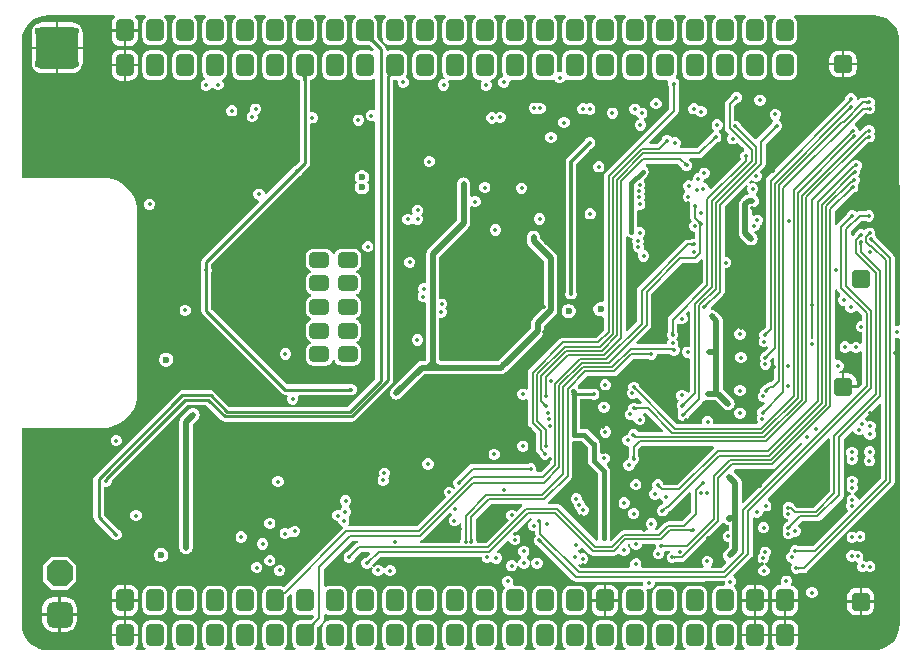
<source format=gbr>
%TF.GenerationSoftware,Altium Limited,Altium Designer,25.3.3 (18)*%
G04 Layer_Physical_Order=4*
G04 Layer_Color=6736896*
%FSLAX45Y45*%
%MOMM*%
%TF.SameCoordinates,3F5801E6-D28E-45E5-A6F2-2741A7385EEC*%
%TF.FilePolarity,Positive*%
%TF.FileFunction,Copper,L4,Inr,Signal*%
%TF.Part,Single*%
G01*
G75*
%TA.AperFunction,Conductor*%
%ADD68C,0.40000*%
%ADD69C,0.30000*%
%ADD70C,0.25000*%
%ADD73C,0.20000*%
%ADD74C,0.50000*%
%TA.AperFunction,ComponentPad*%
G04:AMPARAMS|DCode=81|XSize=1.55mm|YSize=1.6mm|CornerRadius=0.3875mm|HoleSize=0mm|Usage=FLASHONLY|Rotation=270.000|XOffset=0mm|YOffset=0mm|HoleType=Round|Shape=RoundedRectangle|*
%AMROUNDEDRECTD81*
21,1,1.55000,0.82500,0,0,270.0*
21,1,0.77500,1.60000,0,0,270.0*
1,1,0.77500,-0.41250,-0.38750*
1,1,0.77500,-0.41250,0.38750*
1,1,0.77500,0.41250,0.38750*
1,1,0.77500,0.41250,-0.38750*
%
%ADD81ROUNDEDRECTD81*%
G04:AMPARAMS|DCode=87|XSize=2.2mm|YSize=2.2mm|CornerRadius=0.55mm|HoleSize=0mm|Usage=FLASHONLY|Rotation=270.000|XOffset=0mm|YOffset=0mm|HoleType=Round|Shape=RoundedRectangle|*
%AMROUNDEDRECTD87*
21,1,2.20000,1.10000,0,0,270.0*
21,1,1.10000,2.20000,0,0,270.0*
1,1,1.10000,-0.55000,-0.55000*
1,1,1.10000,-0.55000,0.55000*
1,1,1.10000,0.55000,0.55000*
1,1,1.10000,0.55000,-0.55000*
%
%ADD87ROUNDEDRECTD87*%
G04:AMPARAMS|DCode=88|XSize=2.2mm|YSize=2.2mm|CornerRadius=0mm|HoleSize=0mm|Usage=FLASHONLY|Rotation=270.000|XOffset=0mm|YOffset=0mm|HoleType=Round|Shape=Octagon|*
%AMOCTAGOND88*
4,1,8,-0.55000,-1.10000,0.55000,-1.10000,1.10000,-0.55000,1.10000,0.55000,0.55000,1.10000,-0.55000,1.10000,-1.10000,0.55000,-1.10000,-0.55000,-0.55000,-1.10000,0.0*
%
%ADD88OCTAGOND88*%

%TA.AperFunction,ViaPad*%
%ADD89C,0.35000*%
%ADD90C,0.60000*%
%TA.AperFunction,ComponentPad*%
G04:AMPARAMS|DCode=91|XSize=1.5mm|YSize=1.9mm|CornerRadius=0.375mm|HoleSize=0mm|Usage=FLASHONLY|Rotation=0.000|XOffset=0mm|YOffset=0mm|HoleType=Round|Shape=RoundedRectangle|*
%AMROUNDEDRECTD91*
21,1,1.50000,1.15000,0,0,0.0*
21,1,0.75000,1.90000,0,0,0.0*
1,1,0.75000,0.37500,-0.57500*
1,1,0.75000,-0.37500,-0.57500*
1,1,0.75000,-0.37500,0.57500*
1,1,0.75000,0.37500,0.57500*
%
%ADD91ROUNDEDRECTD91*%
G04:AMPARAMS|DCode=92|XSize=1.3mm|YSize=1.7mm|CornerRadius=0.325mm|HoleSize=0mm|Usage=FLASHONLY|Rotation=270.000|XOffset=0mm|YOffset=0mm|HoleType=Round|Shape=RoundedRectangle|*
%AMROUNDEDRECTD92*
21,1,1.30000,1.05000,0,0,270.0*
21,1,0.65000,1.70000,0,0,270.0*
1,1,0.65000,-0.52500,-0.32500*
1,1,0.65000,-0.52500,0.32500*
1,1,0.65000,0.52500,0.32500*
1,1,0.65000,0.52500,-0.32500*
%
%ADD92ROUNDEDRECTD92*%
G04:AMPARAMS|DCode=93|XSize=3.6mm|YSize=3.6mm|CornerRadius=0.54mm|HoleSize=0mm|Usage=FLASHONLY|Rotation=0.000|XOffset=0mm|YOffset=0mm|HoleType=Round|Shape=RoundedRectangle|*
%AMROUNDEDRECTD93*
21,1,3.60000,2.52000,0,0,0.0*
21,1,2.52000,3.60000,0,0,0.0*
1,1,1.08000,1.26000,-1.26000*
1,1,1.08000,-1.26000,-1.26000*
1,1,1.08000,-1.26000,1.26000*
1,1,1.08000,1.26000,1.26000*
%
%ADD93ROUNDEDRECTD93*%
G36*
X4138393Y5227882D02*
X4138911Y5224405D01*
X4139947Y5220759D01*
X4141498Y5216945D01*
X4143567Y5212962D01*
X4146152Y5208810D01*
X4149254Y5204490D01*
X4152872Y5200002D01*
X4161658Y5190519D01*
X4143981Y5172842D01*
X4139155Y5177493D01*
X4130010Y5185246D01*
X4125690Y5188348D01*
X4121538Y5190933D01*
X4117555Y5193002D01*
X4113741Y5194553D01*
X4110095Y5195589D01*
X4106618Y5196107D01*
X4103309Y5196109D01*
X4138391Y5231191D01*
X4138393Y5227882D01*
D02*
G37*
G36*
X8412706Y5414943D02*
X8445066Y5407174D01*
X8475813Y5394438D01*
X8504188Y5377050D01*
X8529494Y5355436D01*
X8551108Y5330130D01*
X8568496Y5301755D01*
X8581232Y5271008D01*
X8589001Y5238648D01*
X8590453Y5220198D01*
X8591113Y5205471D01*
X8591116Y5205460D01*
X8591116Y5190471D01*
X8591180Y2793177D01*
X8582473Y2787358D01*
X8576180Y2784875D01*
X8559737D01*
X8550784Y2790857D01*
Y3360835D01*
X8550784Y3360836D01*
X8547679Y3376444D01*
X8538838Y3389675D01*
X8397367Y3531146D01*
X8396006Y3534433D01*
X8395968Y3534623D01*
X8395860Y3534785D01*
X8390651Y3547360D01*
X8382659Y3555352D01*
X8386290Y3564118D01*
Y3583014D01*
X8379058Y3600473D01*
X8365697Y3613835D01*
X8348238Y3621066D01*
X8329342D01*
X8311884Y3613835D01*
X8304918Y3606869D01*
X8290079Y3600493D01*
X8272622Y3607724D01*
X8253725D01*
X8236267Y3600493D01*
X8222905Y3587131D01*
X8217695Y3574554D01*
X8217588Y3574394D01*
X8217551Y3574205D01*
X8216189Y3570917D01*
X8195783Y3550512D01*
X8180783Y3556725D01*
Y3588950D01*
X8271050Y3679216D01*
X8304337D01*
X8307626Y3677854D01*
X8307786Y3677747D01*
X8307975Y3677710D01*
X8320552Y3672500D01*
X8339448D01*
X8356907Y3679732D01*
X8370269Y3693093D01*
X8377500Y3710552D01*
Y3729448D01*
X8370269Y3746906D01*
X8356907Y3760268D01*
X8339448Y3767500D01*
X8320552D01*
X8307975Y3762290D01*
X8307786Y3762253D01*
X8307626Y3762146D01*
X8304337Y3760783D01*
X8254158D01*
X8254157Y3760784D01*
X8238550Y3757679D01*
X8227128Y3750047D01*
X8216906Y3760268D01*
X8199448Y3767500D01*
X8180552D01*
X8163093Y3760268D01*
X8149731Y3746906D01*
X8144522Y3734329D01*
X8144415Y3734169D01*
X8144377Y3733981D01*
X8143015Y3730692D01*
X8069977Y3657654D01*
X8061136Y3644423D01*
X8060621Y3641833D01*
X8045783Y3644125D01*
Y3758266D01*
X8206524Y3919008D01*
X8209923Y3920415D01*
X8210030Y3920436D01*
X8210123Y3920498D01*
X8222916Y3925797D01*
X8236278Y3939159D01*
X8243510Y3956617D01*
Y3975514D01*
X8237542Y3989921D01*
X8245492Y3997870D01*
X8252723Y4015328D01*
Y4034225D01*
X8245492Y4051683D01*
X8243329Y4053845D01*
X8251423Y4061939D01*
X8258654Y4079397D01*
Y4098294D01*
X8254287Y4108837D01*
X8265815Y4120365D01*
X8273046Y4137823D01*
Y4156720D01*
X8265815Y4174178D01*
X8252453Y4187540D01*
X8234995Y4194771D01*
X8216098D01*
X8198640Y4187540D01*
X8193723Y4182623D01*
X8191000Y4182081D01*
X8177768Y4173240D01*
X8177768Y4173239D01*
X7871162Y3866633D01*
X7862321Y3853402D01*
X7859216Y3837795D01*
X7859216Y3837794D01*
Y2679325D01*
X7840783D01*
Y3859384D01*
X8322216Y4340818D01*
X8322267D01*
X8322269Y4340817D01*
X8326210Y4341601D01*
X8343276D01*
X8360734Y4348833D01*
X8374096Y4362195D01*
X8381328Y4379653D01*
Y4398549D01*
X8374096Y4416008D01*
X8373881Y4416223D01*
X8380573Y4432379D01*
Y4451276D01*
X8373341Y4468734D01*
X8359979Y4482096D01*
X8342521Y4489327D01*
X8323625D01*
X8306167Y4482096D01*
X8301485Y4477414D01*
X8297575Y4476637D01*
X8284344Y4467796D01*
X8284344Y4467795D01*
X8256593Y4440044D01*
X8241593Y4446258D01*
Y4451894D01*
X8234361Y4469352D01*
X8221000Y4482714D01*
X8214494Y4485409D01*
X8210975Y4503102D01*
X8295534Y4587662D01*
X8313458D01*
X8316746Y4586299D01*
X8316906Y4586193D01*
X8317095Y4586155D01*
X8329672Y4580945D01*
X8348569D01*
X8366027Y4588177D01*
X8379389Y4601539D01*
X8386620Y4618997D01*
Y4637893D01*
X8379389Y4655352D01*
X8377291Y4657449D01*
X8382840Y4670847D01*
Y4689743D01*
X8375609Y4707201D01*
X8362247Y4720563D01*
X8344789Y4727795D01*
X8325892D01*
X8313315Y4722585D01*
X8313127Y4722548D01*
X8312967Y4722441D01*
X8309678Y4721078D01*
X8280799D01*
X8280798Y4721079D01*
X8265190Y4717974D01*
X8251959Y4709133D01*
X8241879Y4699053D01*
X8227500Y4705887D01*
Y4719448D01*
X8220268Y4736906D01*
X8206906Y4750268D01*
X8189448Y4757500D01*
X8170552D01*
X8153093Y4750268D01*
X8139731Y4736906D01*
X8132500Y4719448D01*
Y4709882D01*
X8111347Y4688729D01*
X8108969Y4685170D01*
X7470639Y4046840D01*
X7461798Y4033609D01*
X7458693Y4018001D01*
X7458693Y4018000D01*
Y2778897D01*
X7437904Y2758109D01*
X7436696Y2757608D01*
X7435276Y2757210D01*
X7434764Y2756808D01*
X7425698Y2753052D01*
X7412336Y2739690D01*
X7405105Y2722232D01*
Y2703336D01*
X7411609Y2687633D01*
X7405662Y2681687D01*
X7398431Y2664229D01*
Y2645332D01*
X7405662Y2627874D01*
X7419024Y2614512D01*
X7436482Y2607281D01*
X7455379D01*
X7472837Y2614512D01*
X7481725Y2603194D01*
X7444315Y2565783D01*
X7441028Y2564422D01*
X7440838Y2564384D01*
X7440676Y2564276D01*
X7428101Y2559067D01*
X7414739Y2545705D01*
X7407507Y2528247D01*
Y2509351D01*
X7414739Y2491892D01*
X7414812Y2491820D01*
X7408422Y2476394D01*
Y2457497D01*
X7415654Y2440039D01*
X7429016Y2426677D01*
X7446474Y2419446D01*
X7465370D01*
X7482829Y2426677D01*
X7496190Y2440039D01*
X7503422Y2457497D01*
Y2476394D01*
X7496190Y2493852D01*
X7496118Y2493925D01*
X7500484Y2504468D01*
X7500592Y2504629D01*
X7500630Y2504820D01*
X7501992Y2508107D01*
X7516971Y2523086D01*
X7530829Y2517346D01*
Y2338516D01*
X7504093Y2311780D01*
X7491145D01*
X7475538Y2308676D01*
X7462307Y2299835D01*
X7462306Y2299834D01*
X7448246Y2285775D01*
X7444959Y2284413D01*
X7444769Y2284375D01*
X7444608Y2284267D01*
X7432032Y2279058D01*
X7418670Y2265697D01*
X7411439Y2248238D01*
Y2230645D01*
X7398843Y2218049D01*
X7391612Y2200591D01*
Y2181695D01*
X7398843Y2164236D01*
X7412205Y2150875D01*
X7429664Y2143643D01*
X7442664D01*
X7449101Y2128867D01*
X7421670Y2101436D01*
X7418382Y2100075D01*
X7418193Y2100037D01*
X7418033Y2099930D01*
X7405456Y2094720D01*
X7392094Y2081359D01*
X7384863Y2063900D01*
Y2045004D01*
X7390592Y2031174D01*
X7390026Y2030608D01*
X7382795Y2013150D01*
Y1994254D01*
X7390026Y1976795D01*
X7391038Y1975783D01*
X7384825Y1960783D01*
X7018966D01*
X7013272Y1969305D01*
Y1988202D01*
X7006041Y2005660D01*
X6992679Y2019022D01*
X6975220Y2026253D01*
X6956324D01*
X6938866Y2019022D01*
X6925504Y2005660D01*
X6918272Y1988202D01*
Y1969305D01*
X6912579Y1960783D01*
X6707070D01*
X6389661Y2278193D01*
X6388300Y2281479D01*
X6388262Y2281670D01*
X6388154Y2281831D01*
X6382945Y2294407D01*
X6369583Y2307769D01*
X6352125Y2315000D01*
X6333228D01*
X6315770Y2307769D01*
X6302408Y2294407D01*
X6295177Y2276948D01*
Y2258052D01*
X6296846Y2254021D01*
X6289049Y2246224D01*
X6281818Y2228766D01*
Y2209869D01*
X6289049Y2192411D01*
X6302411Y2179049D01*
X6319870Y2171818D01*
X6338766D01*
X6356224Y2179049D01*
X6364838Y2187662D01*
X6407859Y2144641D01*
X6402119Y2130783D01*
X6365663D01*
X6362374Y2132146D01*
X6362214Y2132253D01*
X6362025Y2132290D01*
X6349448Y2137500D01*
X6330552D01*
X6313094Y2130268D01*
X6299732Y2116906D01*
X6292500Y2099448D01*
Y2083266D01*
X6284705Y2080037D01*
X6271343Y2066675D01*
X6264112Y2049217D01*
Y2030321D01*
X6271343Y2012862D01*
X6284705Y1999500D01*
X6302163Y1992269D01*
X6321060D01*
X6329372Y1995712D01*
X6344373Y1986323D01*
X6351604Y1968865D01*
X6364966Y1955503D01*
X6382424Y1948272D01*
X6401321D01*
X6418779Y1955503D01*
X6432141Y1968865D01*
X6439372Y1986323D01*
Y2005220D01*
X6432141Y2022678D01*
X6420602Y2034216D01*
X6422081Y2042814D01*
X6425201Y2049216D01*
X6443107D01*
X6591382Y1900941D01*
X6585642Y1887083D01*
X6381161D01*
X6378311Y1893964D01*
X6364949Y1907326D01*
X6347490Y1914557D01*
X6328594D01*
X6311136Y1907326D01*
X6297774Y1893964D01*
X6290542Y1876506D01*
Y1867500D01*
X6280552D01*
X6263094Y1860268D01*
X6249732Y1846906D01*
X6242500Y1829448D01*
Y1810552D01*
X6249732Y1793093D01*
X6263094Y1779732D01*
X6280552Y1772500D01*
X6286409D01*
X6299216Y1760000D01*
X6299217Y1759999D01*
Y1685663D01*
X6297854Y1682374D01*
X6297747Y1682214D01*
X6297710Y1682025D01*
X6292500Y1669448D01*
Y1657500D01*
X6290552D01*
X6273094Y1650268D01*
X6259732Y1636907D01*
X6252500Y1619448D01*
Y1600552D01*
X6259732Y1583094D01*
X6273094Y1569732D01*
X6290552Y1562500D01*
X6309448D01*
X6326907Y1569732D01*
X6340268Y1583094D01*
X6347500Y1600552D01*
Y1612500D01*
X6349448D01*
X6366906Y1619732D01*
X6380268Y1633094D01*
X6387500Y1650552D01*
Y1669448D01*
X6382290Y1682025D01*
X6382253Y1682214D01*
X6382146Y1682374D01*
X6380784Y1685663D01*
Y1743107D01*
X6408193Y1770516D01*
X7013509D01*
X7014947Y1768622D01*
X7019051Y1755516D01*
X6709223Y1445688D01*
X6597742D01*
X6591825Y1451606D01*
X6590462Y1454894D01*
X6590425Y1455083D01*
X6590318Y1455243D01*
X6585108Y1467820D01*
X6571746Y1481182D01*
X6554288Y1488414D01*
X6535392D01*
X6517933Y1481182D01*
X6504571Y1467820D01*
X6497340Y1450362D01*
Y1431466D01*
X6500668Y1423431D01*
X6494387Y1404594D01*
X6492105Y1403649D01*
X6478743Y1390287D01*
X6471512Y1372829D01*
Y1353932D01*
X6478743Y1336474D01*
X6492105Y1323112D01*
X6509563Y1315881D01*
X6528460D01*
X6545918Y1323112D01*
X6552860Y1330053D01*
X6555568Y1330214D01*
X6569680Y1325660D01*
X6574732Y1313463D01*
X6586088Y1302107D01*
X6587841Y1294483D01*
X6587377Y1284162D01*
X6573265Y1270051D01*
X6569977Y1268688D01*
X6569788Y1268651D01*
X6569628Y1268544D01*
X6557051Y1263334D01*
X6543689Y1249972D01*
X6536458Y1232514D01*
Y1213618D01*
X6543689Y1196159D01*
X6557051Y1182797D01*
X6574509Y1175566D01*
X6593406D01*
X6610864Y1182797D01*
X6624226Y1196159D01*
X6629435Y1208736D01*
X6629542Y1208896D01*
X6629580Y1209085D01*
X6630942Y1212374D01*
X6636152Y1217584D01*
X6648055Y1219951D01*
X6661286Y1228792D01*
X6812320Y1379825D01*
X6826178Y1374085D01*
Y1208854D01*
X6751158Y1133835D01*
X6634348D01*
X6618741Y1130730D01*
X6605510Y1121890D01*
X6605510Y1121889D01*
X6540624Y1057003D01*
X6521970D01*
X6518450Y1069562D01*
X6518346Y1072003D01*
X6531255Y1084912D01*
X6538486Y1102370D01*
Y1121267D01*
X6531255Y1138725D01*
X6517893Y1152087D01*
X6500435Y1159318D01*
X6481538D01*
X6464080Y1152087D01*
X6450718Y1138725D01*
X6443486Y1121267D01*
Y1102370D01*
X6450718Y1084912D01*
X6463627Y1072003D01*
X6463522Y1069562D01*
X6460002Y1057003D01*
X6256221D01*
X6256220Y1057004D01*
X6240613Y1053899D01*
X6227382Y1045058D01*
X6152288Y969965D01*
X6138464Y977354D01*
X6140980Y990000D01*
Y1401575D01*
X6140252Y1405232D01*
Y1560728D01*
X6136372Y1580237D01*
X6125320Y1596776D01*
X6112214Y1609882D01*
X6115140Y1624594D01*
X6118738Y1626085D01*
X6132100Y1639447D01*
X6139332Y1656905D01*
Y1675801D01*
X6132100Y1693260D01*
X6118738Y1706621D01*
X6101280Y1713853D01*
X6082384D01*
X6068725Y1708195D01*
X6053725Y1715020D01*
Y1790909D01*
X6049845Y1810418D01*
X6038794Y1826957D01*
X6027781Y1834316D01*
X5958844Y1903252D01*
X5942305Y1914303D01*
X5922796Y1918183D01*
X5882276D01*
Y2164706D01*
X5882492Y2166668D01*
X5983236D01*
X5993297Y2162501D01*
X6012194D01*
X6029652Y2169732D01*
X6043014Y2183094D01*
X6050245Y2200552D01*
Y2219449D01*
X6043014Y2236907D01*
X6029652Y2250269D01*
X6012194Y2257500D01*
X5993297D01*
X5983236Y2253333D01*
X5875705D01*
X5867344Y2265845D01*
X5866661Y2284664D01*
X5945097Y2363101D01*
X6173883D01*
X6173884Y2363100D01*
X6189492Y2366205D01*
X6202723Y2375046D01*
X6336893Y2509216D01*
X6464337D01*
X6467626Y2507854D01*
X6467786Y2507747D01*
X6467975Y2507710D01*
X6480552Y2502500D01*
X6499448D01*
X6516906Y2509732D01*
X6530268Y2523094D01*
X6537500Y2540552D01*
Y2554402D01*
X6646143D01*
X6655564Y2544981D01*
X6673022Y2537749D01*
X6691919D01*
X6709377Y2544981D01*
X6722739Y2558343D01*
X6729971Y2575801D01*
Y2594697D01*
X6722739Y2612156D01*
X6713646Y2621249D01*
X6717500Y2630552D01*
Y2649448D01*
X6710269Y2666907D01*
X6700480Y2676695D01*
X6710940Y2687155D01*
X6718172Y2704613D01*
Y2723510D01*
X6710940Y2740968D01*
X6710784Y2741125D01*
Y2802443D01*
X6725784Y2808617D01*
X6740552Y2802500D01*
X6759449D01*
X6776907Y2809732D01*
X6790269Y2823094D01*
X6797500Y2840552D01*
Y2859448D01*
X6790269Y2876907D01*
X6777639Y2889536D01*
X6803694Y2915591D01*
X6817552Y2909850D01*
Y2621070D01*
X6806948Y2613985D01*
X6788052D01*
X6770594Y2606753D01*
X6757232Y2593391D01*
X6750000Y2575933D01*
Y2557037D01*
X6757232Y2539578D01*
X6770594Y2526216D01*
X6788052Y2518985D01*
X6806948D01*
X6817552Y2511900D01*
Y2236380D01*
X6805030Y2223859D01*
X6790318Y2226785D01*
X6790268Y2226906D01*
X6776906Y2240268D01*
X6759448Y2247500D01*
X6740552D01*
X6723093Y2240268D01*
X6709732Y2226906D01*
X6702500Y2209448D01*
Y2190552D01*
X6709732Y2173093D01*
X6717450Y2165375D01*
X6722825Y2159065D01*
X6717489Y2145817D01*
X6713102Y2141430D01*
X6705871Y2123971D01*
Y2105075D01*
X6713102Y2087617D01*
X6718671Y2082048D01*
X6719836Y2062000D01*
X6719126Y2061290D01*
X6711894Y2043832D01*
Y2024935D01*
X6719126Y2007477D01*
X6732488Y1994115D01*
X6749946Y1986884D01*
X6768842D01*
X6786301Y1994115D01*
X6799663Y2007477D01*
X6804872Y2020054D01*
X6804979Y2020214D01*
X6805017Y2020403D01*
X6806379Y2023692D01*
X6922173Y2139486D01*
X6922173Y2139486D01*
X6931014Y2152718D01*
X6931390Y2154606D01*
X6933836Y2156983D01*
X6948289Y2162675D01*
X6955642Y2159629D01*
X6970000Y2157738D01*
X7033213D01*
X7033740Y2157808D01*
X7100774Y2090774D01*
X7112263Y2081958D01*
X7125642Y2076416D01*
X7140000Y2074526D01*
X7154358Y2076416D01*
X7167737Y2081958D01*
X7179226Y2090774D01*
X7188043Y2102263D01*
X7193585Y2115642D01*
X7195475Y2130000D01*
X7193584Y2144358D01*
X7188043Y2157737D01*
X7179226Y2169226D01*
X7096014Y2252439D01*
X7095475Y2252853D01*
Y2565000D01*
Y2588431D01*
X7095474Y2588433D01*
Y2829988D01*
X7093584Y2844346D01*
X7088042Y2857725D01*
X7079226Y2869214D01*
X7040150Y2908290D01*
X7028661Y2917106D01*
X7015282Y2922648D01*
X7000924Y2924538D01*
X6997978Y2924151D01*
X6995422Y2925994D01*
X6992356Y2942179D01*
X7100088Y3049911D01*
X7100088Y3049912D01*
X7108929Y3063143D01*
X7112034Y3078750D01*
Y3277769D01*
X7128736D01*
X7146194Y3285001D01*
X7159556Y3298363D01*
X7166788Y3315821D01*
Y3334717D01*
X7159556Y3352176D01*
X7146194Y3365538D01*
X7128736Y3372769D01*
X7112034D01*
Y3798167D01*
X7291636Y3977770D01*
X7304352Y3969273D01*
X7300245Y3959356D01*
Y3940459D01*
X7307476Y3923001D01*
X7312786Y3917691D01*
X7307410Y3901854D01*
X7301669Y3901098D01*
X7288290Y3895556D01*
X7276801Y3886740D01*
X7247504Y3857444D01*
X7238688Y3845955D01*
X7233146Y3832576D01*
X7231256Y3818218D01*
Y3573269D01*
X7233146Y3558912D01*
X7238688Y3545532D01*
X7247504Y3534043D01*
X7295774Y3485774D01*
X7307263Y3476958D01*
X7320642Y3471416D01*
X7335000Y3469526D01*
X7349358Y3471416D01*
X7362737Y3476958D01*
X7374226Y3485774D01*
X7383042Y3497263D01*
X7388584Y3510642D01*
X7390474Y3525000D01*
X7388584Y3539358D01*
X7383042Y3552737D01*
X7374226Y3564226D01*
X7362357Y3576096D01*
X7368570Y3591096D01*
X7371875D01*
X7389333Y3598327D01*
X7402695Y3611689D01*
X7409927Y3629147D01*
Y3639603D01*
X7415650Y3641974D01*
X7429012Y3655336D01*
X7436243Y3672794D01*
Y3691690D01*
X7429012Y3709149D01*
X7415650Y3722510D01*
X7398192Y3729742D01*
X7379295D01*
X7361837Y3722510D01*
X7357205Y3717878D01*
X7342205Y3724092D01*
Y3777685D01*
X7345109Y3792033D01*
X7359467Y3793923D01*
X7372846Y3799465D01*
X7384335Y3808281D01*
X7393151Y3819770D01*
X7398693Y3833149D01*
X7400583Y3847507D01*
X7398693Y3861865D01*
X7393151Y3875244D01*
X7384335Y3886733D01*
X7384328Y3886740D01*
X7375296Y3893671D01*
X7374601Y3905028D01*
X7375643Y3910631D01*
X7388013Y3923001D01*
X7395244Y3940459D01*
Y3959356D01*
X7388013Y3976814D01*
X7374651Y3990176D01*
X7357193Y3997407D01*
X7338296D01*
X7328379Y3993300D01*
X7319882Y4006016D01*
X7341754Y4027888D01*
X7351232Y4018410D01*
X7368690Y4011178D01*
X7387587D01*
X7405045Y4018410D01*
X7418407Y4031771D01*
X7425638Y4049230D01*
Y4068126D01*
X7418407Y4085584D01*
X7408929Y4095062D01*
X7445355Y4131488D01*
X7445355Y4131489D01*
X7454196Y4144720D01*
X7457301Y4160327D01*
Y4329624D01*
X7560692Y4433015D01*
X7563981Y4434377D01*
X7564169Y4434415D01*
X7564329Y4434522D01*
X7576906Y4439732D01*
X7590268Y4453093D01*
X7597500Y4470552D01*
Y4489448D01*
X7590268Y4506906D01*
X7576906Y4520268D01*
X7568011Y4523953D01*
X7566907Y4539732D01*
X7580268Y4553094D01*
X7587500Y4570552D01*
Y4589448D01*
X7580268Y4606906D01*
X7566906Y4620268D01*
X7549448Y4627500D01*
X7530552D01*
X7513093Y4620268D01*
X7499732Y4606906D01*
X7492500Y4589448D01*
Y4570552D01*
X7499732Y4553094D01*
X7513093Y4539732D01*
X7521989Y4536047D01*
X7523093Y4520268D01*
X7509731Y4506906D01*
X7504522Y4494329D01*
X7504415Y4494169D01*
X7504377Y4493981D01*
X7503015Y4490692D01*
X7387679Y4375355D01*
X7386019Y4372871D01*
X7366707Y4370969D01*
X7246984Y4490692D01*
X7245623Y4493981D01*
X7245585Y4494169D01*
X7245478Y4494329D01*
X7240268Y4506906D01*
X7226907Y4520268D01*
X7209448Y4527500D01*
X7193541D01*
Y4648135D01*
X7219517Y4674111D01*
X7220238D01*
X7237696Y4681342D01*
X7251058Y4694704D01*
X7258290Y4712162D01*
Y4731059D01*
X7251058Y4748517D01*
X7237696Y4761879D01*
X7220238Y4769110D01*
X7201342D01*
X7183884Y4761879D01*
X7170522Y4748517D01*
X7166265Y4738241D01*
X7165892Y4737736D01*
X7165645Y4736744D01*
X7164830Y4734777D01*
X7123919Y4693866D01*
X7115079Y4680635D01*
X7111974Y4665028D01*
X7111974Y4665027D01*
Y4465090D01*
X7111974Y4465089D01*
X7115079Y4449482D01*
X7123919Y4436251D01*
X7149771Y4410400D01*
X7139399Y4400028D01*
X7132167Y4382569D01*
Y4363673D01*
X7139399Y4346215D01*
X7152761Y4332853D01*
X7170219Y4325621D01*
X7189115D01*
X7206574Y4332853D01*
X7216946Y4343225D01*
X7274795Y4285375D01*
X7271276Y4267682D01*
X7263093Y4264292D01*
X7249732Y4250931D01*
X7242500Y4233472D01*
Y4214576D01*
X7247696Y4202031D01*
X6994170Y3948505D01*
X6979170Y3954719D01*
Y3959435D01*
X6971939Y3976893D01*
X6958577Y3990255D01*
X6941119Y3997487D01*
X6939720D01*
X6937681Y3999300D01*
X6930934Y4012487D01*
X6935989Y4024692D01*
Y4034659D01*
X6947875D01*
X6965333Y4041891D01*
X6978695Y4055252D01*
X6985926Y4072711D01*
Y4091607D01*
X6978695Y4109065D01*
X6965333Y4122427D01*
X6947875Y4129659D01*
X6928978D01*
X6911520Y4122427D01*
X6898158Y4109065D01*
X6890927Y4091607D01*
Y4081640D01*
X6879041D01*
X6861583Y4074409D01*
X6848221Y4061047D01*
X6840990Y4043589D01*
Y4026796D01*
X6834856Y4020316D01*
X6828458Y4015751D01*
X6818199Y4020000D01*
X6799302D01*
X6781844Y4012768D01*
X6768482Y3999407D01*
X6761251Y3981948D01*
Y3963052D01*
X6768482Y3945594D01*
X6778061Y3936015D01*
X6777015Y3921226D01*
X6776006Y3918927D01*
X6762645Y3905566D01*
X6755413Y3888108D01*
Y3869211D01*
X6762645Y3851753D01*
X6776007Y3838391D01*
X6793465Y3831159D01*
X6804767D01*
X6815231Y3817456D01*
X6815263Y3817301D01*
X6814031Y3814327D01*
Y3795431D01*
X6819241Y3782854D01*
X6819278Y3782665D01*
X6819385Y3782505D01*
X6820748Y3779216D01*
Y3700545D01*
X6820747Y3700544D01*
X6823852Y3684936D01*
X6831033Y3674189D01*
X6830593Y3672740D01*
X6817231Y3659378D01*
X6810000Y3641920D01*
Y3623023D01*
X6817231Y3605565D01*
X6830593Y3592203D01*
X6848052Y3584972D01*
X6863832D01*
Y3529181D01*
X6859840Y3526513D01*
X6840943D01*
X6828366Y3521304D01*
X6828178Y3521266D01*
X6828018Y3521159D01*
X6824729Y3519797D01*
X6799015D01*
X6799013Y3519797D01*
X6783406Y3516692D01*
X6770175Y3507852D01*
X6377939Y3115616D01*
X6369098Y3102384D01*
X6365993Y3086777D01*
X6365994Y3086776D01*
Y2823671D01*
X6287062Y2744739D01*
X6273204Y2750479D01*
Y3542755D01*
X6276235Y3545178D01*
X6284935Y3548885D01*
X6288204Y3549133D01*
X6291713Y3545624D01*
X6297347Y3543290D01*
X6301100Y3540782D01*
X6305527Y3539902D01*
X6309171Y3538392D01*
X6313116D01*
X6320608Y3536902D01*
X6331317Y3523738D01*
X6329572Y3519525D01*
Y3500628D01*
X6336803Y3483170D01*
X6338232Y3481742D01*
X6332413Y3467692D01*
Y3448795D01*
X6339644Y3431337D01*
X6353006Y3417975D01*
X6370464Y3410744D01*
X6379907Y3395744D01*
X6377615Y3390211D01*
Y3371314D01*
X6384847Y3353856D01*
X6398208Y3340494D01*
X6415667Y3333263D01*
X6434563D01*
X6452021Y3340494D01*
X6465383Y3353856D01*
X6472615Y3371314D01*
Y3390211D01*
X6465383Y3407669D01*
X6452021Y3421031D01*
X6434563Y3428262D01*
X6425120Y3443263D01*
X6427412Y3448795D01*
Y3467692D01*
X6420181Y3485150D01*
X6418752Y3486578D01*
X6424572Y3500628D01*
Y3519525D01*
X6422308Y3524990D01*
X6417275Y3539142D01*
X6430637Y3552503D01*
X6437868Y3569962D01*
Y3588858D01*
X6430637Y3606316D01*
X6417275Y3619678D01*
X6399817Y3626910D01*
X6380920D01*
X6371588Y3633145D01*
Y3765466D01*
X6383203Y3773226D01*
X6402099D01*
X6419558Y3780458D01*
X6432920Y3793820D01*
X6440151Y3811278D01*
Y3830174D01*
X6432920Y3847633D01*
X6429323Y3851229D01*
X6429421Y3851327D01*
X6436652Y3868785D01*
Y3887682D01*
X6430351Y3902895D01*
X6436932Y3918784D01*
Y3937681D01*
X6430911Y3952218D01*
X6431069Y3952376D01*
X6438300Y3969834D01*
Y3988731D01*
X6431069Y4006189D01*
X6426476Y4010782D01*
X6425714Y4031234D01*
X6451772Y4057292D01*
X6462823Y4073831D01*
X6466704Y4093341D01*
Y4094467D01*
X6462823Y4113976D01*
X6451772Y4130514D01*
X6446760Y4133864D01*
X6443366Y4152609D01*
X6448362Y4159216D01*
X6718917D01*
X6741326Y4136808D01*
X6742688Y4133519D01*
X6742725Y4133331D01*
X6742832Y4133171D01*
X6748042Y4120593D01*
X6761404Y4107232D01*
X6778862Y4100000D01*
X6797758D01*
X6815216Y4107232D01*
X6828578Y4120593D01*
X6835810Y4138052D01*
Y4156948D01*
X6828578Y4174406D01*
X6815216Y4187768D01*
X6811625Y4189256D01*
X6809158Y4194216D01*
X6818451Y4209216D01*
X6896136D01*
X6896137Y4209216D01*
X6911744Y4212321D01*
X6924975Y4221161D01*
X7046461Y4342648D01*
X7049750Y4344010D01*
X7049939Y4344048D01*
X7050099Y4344155D01*
X7062676Y4349364D01*
X7076038Y4362726D01*
X7083269Y4380184D01*
Y4399081D01*
X7076038Y4416539D01*
X7063570Y4429007D01*
X7063220Y4435465D01*
X7064202Y4445505D01*
X7074406Y4449732D01*
X7087768Y4463094D01*
X7095000Y4480552D01*
Y4499448D01*
X7087768Y4516907D01*
X7074406Y4530269D01*
X7056948Y4537500D01*
X7038052D01*
X7020594Y4530269D01*
X7007232Y4516907D01*
X7000000Y4499448D01*
Y4480552D01*
X7007232Y4463094D01*
X7019700Y4450626D01*
X7020049Y4444168D01*
X7019068Y4434128D01*
X7008863Y4429901D01*
X6995501Y4416539D01*
X6990292Y4403962D01*
X6990185Y4403802D01*
X6990147Y4403613D01*
X6988785Y4400324D01*
X6879244Y4290783D01*
X6734914D01*
X6728701Y4305783D01*
X6732922Y4310004D01*
X6740153Y4327463D01*
Y4346359D01*
X6732922Y4363817D01*
X6719560Y4377179D01*
X6702101Y4384411D01*
X6683205D01*
X6667424Y4377874D01*
X6664493Y4384950D01*
X6651131Y4398312D01*
X6633673Y4405544D01*
X6614776D01*
X6597318Y4398312D01*
X6583956Y4384950D01*
X6578747Y4372373D01*
X6578640Y4372213D01*
X6578602Y4372025D01*
X6577240Y4368736D01*
X6539288Y4330784D01*
X6479567D01*
X6473827Y4344642D01*
X6708838Y4579653D01*
X6708839Y4579653D01*
X6717679Y4592884D01*
X6720784Y4608492D01*
X6720784Y4608493D01*
Y4814337D01*
X6722146Y4817626D01*
X6722253Y4817786D01*
X6722290Y4817975D01*
X6727500Y4830552D01*
Y4849448D01*
X6720269Y4866906D01*
X6706907Y4880268D01*
X6701986Y4882306D01*
X6697093Y4900569D01*
X6700461Y4904959D01*
X6707262Y4921379D01*
X6709582Y4939000D01*
Y5054000D01*
X6707262Y5071621D01*
X6700461Y5088041D01*
X6689641Y5102141D01*
X6675541Y5112961D01*
X6659121Y5119762D01*
X6641500Y5122082D01*
X6566500D01*
X6548879Y5119762D01*
X6532459Y5112961D01*
X6518359Y5102141D01*
X6507539Y5088041D01*
X6500738Y5071621D01*
X6498418Y5054000D01*
Y4939000D01*
X6500738Y4921379D01*
X6507539Y4904959D01*
X6518359Y4890859D01*
X6532459Y4880039D01*
X6548879Y4873238D01*
X6566500Y4870918D01*
X6625157D01*
X6635180Y4855918D01*
X6632500Y4849448D01*
Y4830552D01*
X6637710Y4817975D01*
X6637747Y4817786D01*
X6637854Y4817626D01*
X6639217Y4814337D01*
Y4625385D01*
X6098582Y4084751D01*
X6089741Y4071519D01*
X6086637Y4055912D01*
X6086637Y4055911D01*
Y3000508D01*
X6071637Y2988998D01*
X6067899Y2990000D01*
X6052100D01*
X6036841Y2985911D01*
X6023159Y2978012D01*
X6011988Y2966841D01*
X6004089Y2953159D01*
X6000000Y2937899D01*
Y2922101D01*
X6004089Y2906841D01*
X6011988Y2893159D01*
X6023159Y2881988D01*
X6036841Y2874089D01*
X6052100Y2870000D01*
X6067899D01*
X6071637Y2871002D01*
X6086637Y2859492D01*
Y2753308D01*
X6022996Y2689667D01*
X5741397D01*
X5725790Y2686563D01*
X5712559Y2677722D01*
X5712559Y2677721D01*
X5456162Y2421325D01*
X5447321Y2408093D01*
X5444216Y2392486D01*
X5444216Y2392485D01*
Y2255743D01*
X5429216Y2249530D01*
X5427989Y2250757D01*
X5410531Y2257989D01*
X5391634D01*
X5374176Y2250757D01*
X5360814Y2237396D01*
X5353583Y2219937D01*
Y2201041D01*
X5360814Y2183583D01*
X5374176Y2170221D01*
X5391634Y2162989D01*
X5410531D01*
X5427989Y2170221D01*
X5429216Y2171448D01*
X5444216Y2165235D01*
Y1969038D01*
X5443816Y1967027D01*
X5446921Y1951420D01*
X5455762Y1938189D01*
X5511754Y1882197D01*
Y1742538D01*
X5511753Y1742537D01*
X5514858Y1726930D01*
X5523699Y1713699D01*
X5545105Y1692293D01*
X5546467Y1689004D01*
X5546505Y1688815D01*
X5546611Y1688655D01*
X5551821Y1676078D01*
X5565183Y1662716D01*
X5582641Y1655485D01*
X5601538D01*
X5618996Y1662716D01*
X5619477Y1663198D01*
X5634477Y1656984D01*
Y1625187D01*
X5560074Y1550784D01*
X5524215D01*
X5514192Y1565784D01*
X5515670Y1569353D01*
Y1588250D01*
X5508439Y1605708D01*
X5495077Y1619070D01*
X5477619Y1626301D01*
X5458722D01*
X5446145Y1621092D01*
X5445956Y1621054D01*
X5445796Y1620947D01*
X5442508Y1619585D01*
X4978802D01*
X4963194Y1616481D01*
X4949963Y1607640D01*
X4949963Y1607639D01*
X4849308Y1506984D01*
X4846019Y1505622D01*
X4845831Y1505585D01*
X4845671Y1505478D01*
X4833093Y1500268D01*
X4819732Y1486906D01*
X4812500Y1469448D01*
Y1450552D01*
X4819732Y1433093D01*
X4832574Y1420251D01*
X4819749Y1407426D01*
X4806907Y1420268D01*
X4789448Y1427500D01*
X4770552D01*
X4753094Y1420268D01*
X4739732Y1406907D01*
X4732500Y1389448D01*
Y1370552D01*
X4739732Y1353094D01*
X4752574Y1340251D01*
X4504357Y1092033D01*
X3925882D01*
X3919668Y1107033D01*
X3926184Y1113549D01*
X3933416Y1131007D01*
Y1149904D01*
X3930439Y1157089D01*
X3927254Y1172006D01*
X3940615Y1185368D01*
X3947847Y1202826D01*
Y1221722D01*
X3940615Y1239181D01*
X3927254Y1252542D01*
X3928229Y1268374D01*
X3928254Y1268385D01*
X3941616Y1281746D01*
X3948847Y1299205D01*
Y1318101D01*
X3941616Y1335559D01*
X3928254Y1348921D01*
X3910796Y1356153D01*
X3891899D01*
X3874441Y1348921D01*
X3861079Y1335559D01*
X3853848Y1318101D01*
Y1299205D01*
X3861079Y1281746D01*
X3874441Y1268385D01*
X3873465Y1252553D01*
X3873440Y1252543D01*
X3860078Y1239181D01*
X3854745Y1226304D01*
X3844718Y1230457D01*
X3825821D01*
X3808363Y1223225D01*
X3795001Y1209863D01*
X3787770Y1192405D01*
Y1173509D01*
X3795001Y1156051D01*
X3808363Y1142689D01*
X3825821Y1135457D01*
X3838416D01*
Y1131007D01*
X3845647Y1113549D01*
X3859009Y1100187D01*
X3873814Y1094055D01*
X3877012Y1086730D01*
X3877779Y1077956D01*
X3377639Y577816D01*
X3373541Y580961D01*
X3357121Y587762D01*
X3339500Y590082D01*
X3264500D01*
X3246879Y587762D01*
X3230459Y580961D01*
X3216359Y570141D01*
X3205539Y556041D01*
X3198738Y539621D01*
X3196418Y522000D01*
Y407000D01*
X3198738Y389379D01*
X3205539Y372959D01*
X3216359Y358859D01*
X3230459Y348039D01*
X3246879Y341238D01*
X3264500Y338918D01*
X3339500D01*
X3357121Y341238D01*
X3373541Y348039D01*
X3387641Y358859D01*
X3398461Y372959D01*
X3405262Y389379D01*
X3407582Y407000D01*
Y495221D01*
X3416068Y500891D01*
X3435418Y520241D01*
X3450418Y514028D01*
Y407000D01*
X3452738Y389379D01*
X3459539Y372959D01*
X3470359Y358859D01*
X3484459Y348039D01*
X3500879Y341238D01*
X3518500Y338918D01*
X3593500D01*
X3611121Y341238D01*
X3617673Y343952D01*
X3632883Y335730D01*
X3634174Y326350D01*
X3607867Y300043D01*
X3605121Y297493D01*
X3603010Y295788D01*
X3601879Y294979D01*
X3593500Y296082D01*
X3518500D01*
X3500879Y293762D01*
X3484459Y286961D01*
X3470359Y276141D01*
X3459539Y262041D01*
X3452738Y245621D01*
X3450418Y228000D01*
Y113000D01*
X3452738Y95379D01*
X3459539Y78959D01*
X3470359Y64859D01*
X3478066Y58944D01*
X3472975Y43944D01*
X3385025D01*
X3379934Y58944D01*
X3387641Y64859D01*
X3398461Y78959D01*
X3405262Y95379D01*
X3407582Y113000D01*
Y228000D01*
X3405262Y245621D01*
X3398461Y262041D01*
X3387641Y276141D01*
X3373541Y286961D01*
X3357121Y293762D01*
X3339500Y296082D01*
X3264500D01*
X3246879Y293762D01*
X3230459Y286961D01*
X3216359Y276141D01*
X3205539Y262041D01*
X3198738Y245621D01*
X3196418Y228000D01*
Y113000D01*
X3198738Y95379D01*
X3205539Y78959D01*
X3216359Y64859D01*
X3224066Y58944D01*
X3218975Y43944D01*
X3131025D01*
X3125934Y58944D01*
X3133641Y64859D01*
X3144461Y78959D01*
X3151262Y95379D01*
X3153582Y113000D01*
Y228000D01*
X3151262Y245621D01*
X3144461Y262041D01*
X3133641Y276141D01*
X3119541Y286961D01*
X3103121Y293762D01*
X3085500Y296082D01*
X3010500D01*
X2992879Y293762D01*
X2976459Y286961D01*
X2962359Y276141D01*
X2951539Y262041D01*
X2944738Y245621D01*
X2942418Y228000D01*
Y113000D01*
X2944738Y95379D01*
X2951539Y78959D01*
X2962359Y64859D01*
X2970066Y58944D01*
X2964975Y43944D01*
X2877025D01*
X2871934Y58944D01*
X2879641Y64859D01*
X2890461Y78959D01*
X2897262Y95379D01*
X2899582Y113000D01*
Y228000D01*
X2897262Y245621D01*
X2890461Y262041D01*
X2879641Y276141D01*
X2865541Y286961D01*
X2849121Y293762D01*
X2831500Y296082D01*
X2756500D01*
X2738879Y293762D01*
X2722459Y286961D01*
X2708359Y276141D01*
X2697539Y262041D01*
X2690738Y245621D01*
X2688418Y228000D01*
Y113000D01*
X2690738Y95379D01*
X2697539Y78959D01*
X2708359Y64859D01*
X2716066Y58944D01*
X2710975Y43944D01*
X2623025D01*
X2617934Y58944D01*
X2625641Y64859D01*
X2636461Y78959D01*
X2643262Y95379D01*
X2645582Y113000D01*
Y228000D01*
X2643262Y245621D01*
X2636461Y262041D01*
X2625641Y276141D01*
X2611541Y286961D01*
X2595121Y293762D01*
X2577500Y296082D01*
X2502500D01*
X2484879Y293762D01*
X2468459Y286961D01*
X2454359Y276141D01*
X2443539Y262041D01*
X2436738Y245621D01*
X2434418Y228000D01*
Y113000D01*
X2436738Y95379D01*
X2443539Y78959D01*
X2454359Y64859D01*
X2462066Y58944D01*
X2456975Y43944D01*
X2369025D01*
X2363934Y58944D01*
X2371641Y64859D01*
X2382461Y78959D01*
X2389262Y95379D01*
X2391582Y113000D01*
Y228000D01*
X2389262Y245621D01*
X2382461Y262041D01*
X2371641Y276141D01*
X2357541Y286961D01*
X2341121Y293762D01*
X2323500Y296082D01*
X2248500D01*
X2230879Y293762D01*
X2214459Y286961D01*
X2200359Y276141D01*
X2189539Y262041D01*
X2182738Y245621D01*
X2180418Y228000D01*
Y113000D01*
X2182738Y95379D01*
X2189539Y78959D01*
X2200359Y64859D01*
X2208066Y58944D01*
X2202975Y43944D01*
X2123239D01*
X2118147Y58944D01*
X2121207Y61293D01*
X2132828Y76437D01*
X2140134Y94074D01*
X2142625Y113000D01*
Y160500D01*
X1921375D01*
Y113000D01*
X1923866Y94074D01*
X1931172Y76437D01*
X1942793Y61293D01*
X1945853Y58944D01*
X1940761Y43944D01*
X1371600D01*
X1369823Y43591D01*
X1338663Y46043D01*
X1306537Y53756D01*
X1276013Y66399D01*
X1247842Y83662D01*
X1222719Y105119D01*
X1201262Y130242D01*
X1183999Y158413D01*
X1171356Y188937D01*
X1163643Y221063D01*
X1161191Y252223D01*
X1161544Y254000D01*
Y1924556D01*
X1841500D01*
Y1924481D01*
X1888120Y1928150D01*
X1933593Y1939067D01*
X1976798Y1956963D01*
X2016671Y1981398D01*
X2052231Y2011769D01*
X2082602Y2047329D01*
X2107037Y2087202D01*
X2124933Y2130407D01*
X2135850Y2175880D01*
X2139519Y2222500D01*
X2139444D01*
Y3746500D01*
X2139519D01*
X2135850Y3793120D01*
X2124933Y3838593D01*
X2107037Y3881798D01*
X2082602Y3921671D01*
X2052231Y3957231D01*
X2016671Y3987602D01*
X1976798Y4012037D01*
X1933593Y4029933D01*
X1888120Y4040850D01*
X1841500Y4044519D01*
Y4044444D01*
X1161544D01*
Y5207000D01*
X1161191Y5208778D01*
X1163643Y5239937D01*
X1171356Y5272063D01*
X1183999Y5302587D01*
X1201262Y5330758D01*
X1222719Y5355881D01*
X1247842Y5377338D01*
X1276012Y5394601D01*
X1306537Y5407244D01*
X1338663Y5414957D01*
X1356875Y5416390D01*
X1371600Y5417055D01*
Y5417056D01*
X1940761D01*
X1945853Y5402056D01*
X1942793Y5399707D01*
X1931172Y5384563D01*
X1923866Y5366926D01*
X1921375Y5348000D01*
Y5300500D01*
X2142625D01*
Y5348000D01*
X2140134Y5366926D01*
X2132828Y5384563D01*
X2121207Y5399707D01*
X2118147Y5402056D01*
X2123239Y5417056D01*
X2202975D01*
X2208066Y5402056D01*
X2200359Y5396141D01*
X2189539Y5382041D01*
X2182738Y5365621D01*
X2180418Y5348000D01*
Y5233000D01*
X2182738Y5215379D01*
X2189539Y5198959D01*
X2200359Y5184859D01*
X2214459Y5174039D01*
X2230879Y5167238D01*
X2248500Y5164918D01*
X2323500D01*
X2341121Y5167238D01*
X2357541Y5174039D01*
X2371641Y5184859D01*
X2382461Y5198959D01*
X2389262Y5215379D01*
X2391582Y5233000D01*
Y5348000D01*
X2389262Y5365621D01*
X2382461Y5382041D01*
X2371641Y5396141D01*
X2363934Y5402056D01*
X2369025Y5417056D01*
X2456975D01*
X2462066Y5402056D01*
X2454359Y5396141D01*
X2443539Y5382041D01*
X2436738Y5365621D01*
X2434418Y5348000D01*
Y5233000D01*
X2436738Y5215379D01*
X2443539Y5198959D01*
X2454359Y5184859D01*
X2468459Y5174039D01*
X2484879Y5167238D01*
X2502500Y5164918D01*
X2577500D01*
X2595121Y5167238D01*
X2611541Y5174039D01*
X2625641Y5184859D01*
X2636461Y5198959D01*
X2643262Y5215379D01*
X2645582Y5233000D01*
Y5348000D01*
X2643262Y5365621D01*
X2636461Y5382041D01*
X2625641Y5396141D01*
X2617934Y5402056D01*
X2623025Y5417056D01*
X2710975D01*
X2716066Y5402056D01*
X2708359Y5396141D01*
X2697539Y5382041D01*
X2690738Y5365621D01*
X2688418Y5348000D01*
Y5233000D01*
X2690738Y5215379D01*
X2697539Y5198959D01*
X2708359Y5184859D01*
X2722459Y5174039D01*
X2738879Y5167238D01*
X2756500Y5164918D01*
X2831500D01*
X2849121Y5167238D01*
X2865541Y5174039D01*
X2879641Y5184859D01*
X2890461Y5198959D01*
X2897262Y5215379D01*
X2899582Y5233000D01*
Y5348000D01*
X2897262Y5365621D01*
X2890461Y5382041D01*
X2879641Y5396141D01*
X2871934Y5402056D01*
X2877025Y5417056D01*
X2964975D01*
X2970066Y5402056D01*
X2962359Y5396141D01*
X2951539Y5382041D01*
X2944738Y5365621D01*
X2942418Y5348000D01*
Y5233000D01*
X2944738Y5215379D01*
X2951539Y5198959D01*
X2962359Y5184859D01*
X2976459Y5174039D01*
X2992879Y5167238D01*
X3010500Y5164918D01*
X3085500D01*
X3103121Y5167238D01*
X3119541Y5174039D01*
X3133641Y5184859D01*
X3144461Y5198959D01*
X3151262Y5215379D01*
X3153582Y5233000D01*
Y5348000D01*
X3151262Y5365621D01*
X3144461Y5382041D01*
X3133641Y5396141D01*
X3125934Y5402056D01*
X3131025Y5417056D01*
X3218975D01*
X3224066Y5402056D01*
X3216359Y5396141D01*
X3205539Y5382041D01*
X3198738Y5365621D01*
X3196418Y5348000D01*
Y5233000D01*
X3198738Y5215379D01*
X3205539Y5198959D01*
X3216359Y5184859D01*
X3230459Y5174039D01*
X3246879Y5167238D01*
X3264500Y5164918D01*
X3339500D01*
X3357121Y5167238D01*
X3373541Y5174039D01*
X3387641Y5184859D01*
X3398461Y5198959D01*
X3405262Y5215379D01*
X3407582Y5233000D01*
Y5348000D01*
X3405262Y5365621D01*
X3398461Y5382041D01*
X3387641Y5396141D01*
X3379934Y5402056D01*
X3385025Y5417056D01*
X3472975D01*
X3478066Y5402056D01*
X3470359Y5396141D01*
X3459539Y5382041D01*
X3452738Y5365621D01*
X3450418Y5348000D01*
Y5233000D01*
X3452738Y5215379D01*
X3459539Y5198959D01*
X3470359Y5184859D01*
X3484459Y5174039D01*
X3500879Y5167238D01*
X3518500Y5164918D01*
X3593500D01*
X3611121Y5167238D01*
X3627541Y5174039D01*
X3641641Y5184859D01*
X3652461Y5198959D01*
X3659262Y5215379D01*
X3661582Y5233000D01*
Y5348000D01*
X3659262Y5365621D01*
X3652461Y5382041D01*
X3641641Y5396141D01*
X3633934Y5402056D01*
X3639025Y5417056D01*
X3726975D01*
X3732066Y5402056D01*
X3724359Y5396141D01*
X3713539Y5382041D01*
X3706738Y5365621D01*
X3704418Y5348000D01*
Y5233000D01*
X3706738Y5215379D01*
X3713539Y5198959D01*
X3724359Y5184859D01*
X3738459Y5174039D01*
X3754879Y5167238D01*
X3772500Y5164918D01*
X3847500D01*
X3865121Y5167238D01*
X3881541Y5174039D01*
X3895641Y5184859D01*
X3906461Y5198959D01*
X3913262Y5215379D01*
X3915582Y5233000D01*
Y5348000D01*
X3913262Y5365621D01*
X3906461Y5382041D01*
X3895641Y5396141D01*
X3887934Y5402056D01*
X3893025Y5417056D01*
X3980975D01*
X3986066Y5402056D01*
X3978359Y5396141D01*
X3967539Y5382041D01*
X3960738Y5365621D01*
X3958418Y5348000D01*
Y5233000D01*
X3960738Y5215379D01*
X3967539Y5198959D01*
X3978359Y5184859D01*
X3992459Y5174039D01*
X4008879Y5167238D01*
X4026500Y5164918D01*
X4101500D01*
X4104459Y5165307D01*
X4104715Y5165203D01*
X4106382Y5164337D01*
X4108668Y5162914D01*
X4111171Y5161117D01*
X4117287Y5155932D01*
X4144277Y5128942D01*
X4143649Y5125136D01*
X4143117Y5124337D01*
X4127018Y5116491D01*
X4119121Y5119762D01*
X4101500Y5122082D01*
X4026500D01*
X4008879Y5119762D01*
X3992459Y5112961D01*
X3978359Y5102141D01*
X3967539Y5088041D01*
X3960738Y5071621D01*
X3958418Y5054000D01*
Y4939000D01*
X3960738Y4921379D01*
X3967539Y4904959D01*
X3978359Y4890859D01*
X3992459Y4880039D01*
X4008879Y4873238D01*
X4026500Y4870918D01*
X4101500D01*
X4119121Y4873238D01*
X4135541Y4880039D01*
X4139549Y4883115D01*
X4154549Y4875717D01*
Y4622224D01*
X4139549Y4613316D01*
X4129448Y4617500D01*
X4110552D01*
X4093093Y4610268D01*
X4079731Y4596906D01*
X4072500Y4579448D01*
Y4560552D01*
X4079731Y4543094D01*
X4093093Y4529732D01*
X4110552Y4522500D01*
X4129448D01*
X4139549Y4526684D01*
X4154549Y4517776D01*
Y2342191D01*
X3918216Y2105858D01*
X2915423D01*
X2790641Y2230640D01*
X2776583Y2240034D01*
X2760000Y2243332D01*
X2520000D01*
X2503417Y2240034D01*
X2489359Y2230640D01*
X1779359Y1520640D01*
X1769966Y1506582D01*
X1766668Y1490000D01*
Y1168252D01*
X1769966Y1151669D01*
X1779359Y1137611D01*
X1912347Y1004624D01*
X1916514Y994563D01*
X1929876Y981201D01*
X1947334Y973969D01*
X1966231D01*
X1983689Y981201D01*
X1997051Y994563D01*
X2004282Y1012021D01*
Y1030917D01*
X1997051Y1048376D01*
X1983689Y1061738D01*
X1973628Y1065905D01*
X1853332Y1186200D01*
Y1421047D01*
X1862652Y1427275D01*
X1881548D01*
X1899007Y1434506D01*
X1912369Y1447868D01*
X1919600Y1465326D01*
Y1479087D01*
X2557180Y2116668D01*
X2722051D01*
X2846834Y1991885D01*
X2860892Y1982492D01*
X2877475Y1979193D01*
X3952734D01*
X3969316Y1982492D01*
X3983374Y1991885D01*
X4290641Y2299152D01*
X4300034Y2313209D01*
X4303333Y2329792D01*
Y4870918D01*
X4334836D01*
X4342500Y4859448D01*
Y4840552D01*
X4349732Y4823093D01*
X4363094Y4809732D01*
X4380552Y4802500D01*
X4399448D01*
X4416907Y4809732D01*
X4430269Y4823093D01*
X4437500Y4840552D01*
Y4859448D01*
X4430269Y4876906D01*
X4416907Y4890268D01*
X4415073Y4897113D01*
X4415365Y4907143D01*
X4421262Y4921379D01*
X4423582Y4939000D01*
Y5054000D01*
X4421262Y5071621D01*
X4414461Y5088041D01*
X4403641Y5102141D01*
X4389541Y5112961D01*
X4373121Y5119762D01*
X4355500Y5122082D01*
X4280500D01*
X4262879Y5119762D01*
X4256214Y5117002D01*
X4241214Y5127024D01*
Y5136618D01*
X4237916Y5153201D01*
X4228522Y5167259D01*
X4179335Y5216446D01*
X4176024Y5220020D01*
X4173602Y5223023D01*
X4171586Y5225832D01*
X4170162Y5228119D01*
X4169297Y5229784D01*
X4169193Y5230041D01*
X4169582Y5233000D01*
Y5348000D01*
X4167262Y5365621D01*
X4160461Y5382041D01*
X4149641Y5396141D01*
X4141934Y5402056D01*
X4147025Y5417056D01*
X4234975D01*
X4240066Y5402056D01*
X4232359Y5396141D01*
X4221539Y5382041D01*
X4214738Y5365621D01*
X4212418Y5348000D01*
Y5233000D01*
X4214738Y5215379D01*
X4221539Y5198959D01*
X4232359Y5184859D01*
X4246459Y5174039D01*
X4262879Y5167238D01*
X4280500Y5164918D01*
X4355500D01*
X4373121Y5167238D01*
X4389541Y5174039D01*
X4403641Y5184859D01*
X4414461Y5198959D01*
X4421262Y5215379D01*
X4423582Y5233000D01*
Y5348000D01*
X4421262Y5365621D01*
X4414461Y5382041D01*
X4403641Y5396141D01*
X4395934Y5402056D01*
X4401025Y5417056D01*
X4488975D01*
X4494066Y5402056D01*
X4486359Y5396141D01*
X4475539Y5382041D01*
X4468738Y5365621D01*
X4466418Y5348000D01*
Y5233000D01*
X4468738Y5215379D01*
X4475539Y5198959D01*
X4486359Y5184859D01*
X4500459Y5174039D01*
X4516879Y5167238D01*
X4534500Y5164918D01*
X4609500D01*
X4627121Y5167238D01*
X4643541Y5174039D01*
X4657641Y5184859D01*
X4668461Y5198959D01*
X4675262Y5215379D01*
X4677582Y5233000D01*
Y5348000D01*
X4675262Y5365621D01*
X4668461Y5382041D01*
X4657641Y5396141D01*
X4649934Y5402056D01*
X4655025Y5417056D01*
X4742975D01*
X4748066Y5402056D01*
X4740359Y5396141D01*
X4729539Y5382041D01*
X4722738Y5365621D01*
X4720418Y5348000D01*
Y5233000D01*
X4722738Y5215379D01*
X4729539Y5198959D01*
X4740359Y5184859D01*
X4754459Y5174039D01*
X4770879Y5167238D01*
X4788500Y5164918D01*
X4863500D01*
X4881121Y5167238D01*
X4897541Y5174039D01*
X4911641Y5184859D01*
X4922461Y5198959D01*
X4929262Y5215379D01*
X4931582Y5233000D01*
Y5348000D01*
X4929262Y5365621D01*
X4922461Y5382041D01*
X4911641Y5396141D01*
X4903934Y5402056D01*
X4909025Y5417056D01*
X4996975D01*
X5002066Y5402056D01*
X4994359Y5396141D01*
X4983539Y5382041D01*
X4976738Y5365621D01*
X4974418Y5348000D01*
Y5233000D01*
X4976738Y5215379D01*
X4983539Y5198959D01*
X4994359Y5184859D01*
X5008459Y5174039D01*
X5024879Y5167238D01*
X5042500Y5164918D01*
X5117500D01*
X5135121Y5167238D01*
X5151541Y5174039D01*
X5165641Y5184859D01*
X5176461Y5198959D01*
X5183262Y5215379D01*
X5185582Y5233000D01*
Y5348000D01*
X5183262Y5365621D01*
X5176461Y5382041D01*
X5165641Y5396141D01*
X5157934Y5402056D01*
X5163025Y5417056D01*
X5250975D01*
X5256066Y5402056D01*
X5248359Y5396141D01*
X5237539Y5382041D01*
X5230738Y5365621D01*
X5228418Y5348000D01*
Y5233000D01*
X5230738Y5215379D01*
X5237539Y5198959D01*
X5248359Y5184859D01*
X5262459Y5174039D01*
X5278879Y5167238D01*
X5296500Y5164918D01*
X5371500D01*
X5389121Y5167238D01*
X5405541Y5174039D01*
X5419641Y5184859D01*
X5430461Y5198959D01*
X5437262Y5215379D01*
X5439582Y5233000D01*
Y5348000D01*
X5437262Y5365621D01*
X5430461Y5382041D01*
X5419641Y5396141D01*
X5411934Y5402056D01*
X5417025Y5417056D01*
X5504975D01*
X5510066Y5402056D01*
X5502359Y5396141D01*
X5491539Y5382041D01*
X5484738Y5365621D01*
X5482418Y5348000D01*
Y5233000D01*
X5484738Y5215379D01*
X5491539Y5198959D01*
X5502359Y5184859D01*
X5516459Y5174039D01*
X5532879Y5167238D01*
X5550500Y5164918D01*
X5625500D01*
X5643121Y5167238D01*
X5659541Y5174039D01*
X5673641Y5184859D01*
X5684461Y5198959D01*
X5691262Y5215379D01*
X5693582Y5233000D01*
Y5348000D01*
X5691262Y5365621D01*
X5684461Y5382041D01*
X5673641Y5396141D01*
X5665934Y5402056D01*
X5671025Y5417056D01*
X5758975D01*
X5764066Y5402056D01*
X5756359Y5396141D01*
X5745539Y5382041D01*
X5738738Y5365621D01*
X5736418Y5348000D01*
Y5233000D01*
X5738738Y5215379D01*
X5745539Y5198959D01*
X5756359Y5184859D01*
X5770459Y5174039D01*
X5786879Y5167238D01*
X5804500Y5164918D01*
X5879500D01*
X5897121Y5167238D01*
X5913541Y5174039D01*
X5927641Y5184859D01*
X5938461Y5198959D01*
X5945262Y5215379D01*
X5947582Y5233000D01*
Y5348000D01*
X5945262Y5365621D01*
X5938461Y5382041D01*
X5927641Y5396141D01*
X5919934Y5402056D01*
X5925025Y5417056D01*
X6012975D01*
X6018066Y5402056D01*
X6010359Y5396141D01*
X5999539Y5382041D01*
X5992738Y5365621D01*
X5990418Y5348000D01*
Y5233000D01*
X5992738Y5215379D01*
X5999539Y5198959D01*
X6010359Y5184859D01*
X6024459Y5174039D01*
X6040879Y5167238D01*
X6058500Y5164918D01*
X6133500D01*
X6151121Y5167238D01*
X6167541Y5174039D01*
X6181641Y5184859D01*
X6192461Y5198959D01*
X6199262Y5215379D01*
X6201582Y5233000D01*
Y5348000D01*
X6199262Y5365621D01*
X6192461Y5382041D01*
X6181641Y5396141D01*
X6173934Y5402056D01*
X6179025Y5417056D01*
X6266975D01*
X6272066Y5402056D01*
X6264359Y5396141D01*
X6253539Y5382041D01*
X6246738Y5365621D01*
X6244418Y5348000D01*
Y5233000D01*
X6246738Y5215379D01*
X6253539Y5198959D01*
X6264359Y5184859D01*
X6278459Y5174039D01*
X6294879Y5167238D01*
X6312500Y5164918D01*
X6387500D01*
X6405121Y5167238D01*
X6421541Y5174039D01*
X6435641Y5184859D01*
X6446461Y5198959D01*
X6453262Y5215379D01*
X6455582Y5233000D01*
Y5348000D01*
X6453262Y5365621D01*
X6446461Y5382041D01*
X6435641Y5396141D01*
X6427934Y5402056D01*
X6433025Y5417056D01*
X6520975D01*
X6526066Y5402056D01*
X6518359Y5396141D01*
X6507539Y5382041D01*
X6500738Y5365621D01*
X6498418Y5348000D01*
Y5233000D01*
X6500738Y5215379D01*
X6507539Y5198959D01*
X6518359Y5184859D01*
X6532459Y5174039D01*
X6548879Y5167238D01*
X6566500Y5164918D01*
X6641500D01*
X6659121Y5167238D01*
X6675541Y5174039D01*
X6689641Y5184859D01*
X6700461Y5198959D01*
X6707262Y5215379D01*
X6709582Y5233000D01*
Y5348000D01*
X6707262Y5365621D01*
X6700461Y5382041D01*
X6689641Y5396141D01*
X6681934Y5402056D01*
X6687025Y5417056D01*
X6774975D01*
X6780066Y5402056D01*
X6772359Y5396141D01*
X6761539Y5382041D01*
X6754738Y5365621D01*
X6752418Y5348000D01*
Y5233000D01*
X6754738Y5215379D01*
X6761539Y5198959D01*
X6772359Y5184859D01*
X6786459Y5174039D01*
X6802879Y5167238D01*
X6820500Y5164918D01*
X6895500D01*
X6913121Y5167238D01*
X6929541Y5174039D01*
X6943641Y5184859D01*
X6954461Y5198959D01*
X6961262Y5215379D01*
X6963582Y5233000D01*
Y5348000D01*
X6961262Y5365621D01*
X6954461Y5382041D01*
X6943641Y5396141D01*
X6935934Y5402056D01*
X6941025Y5417056D01*
X7028975D01*
X7034066Y5402056D01*
X7026359Y5396141D01*
X7015539Y5382041D01*
X7008738Y5365621D01*
X7006418Y5348000D01*
Y5233000D01*
X7008738Y5215379D01*
X7015539Y5198959D01*
X7026359Y5184859D01*
X7040459Y5174039D01*
X7056879Y5167238D01*
X7074500Y5164918D01*
X7149500D01*
X7167121Y5167238D01*
X7183541Y5174039D01*
X7197641Y5184859D01*
X7208461Y5198959D01*
X7215262Y5215379D01*
X7217582Y5233000D01*
Y5348000D01*
X7215262Y5365621D01*
X7208461Y5382041D01*
X7197641Y5396141D01*
X7189934Y5402056D01*
X7195025Y5417056D01*
X7282975D01*
X7288066Y5402056D01*
X7280359Y5396141D01*
X7269539Y5382041D01*
X7262738Y5365621D01*
X7260418Y5348000D01*
Y5233000D01*
X7262738Y5215379D01*
X7269539Y5198959D01*
X7280359Y5184859D01*
X7294459Y5174039D01*
X7310879Y5167238D01*
X7328500Y5164918D01*
X7403500D01*
X7421121Y5167238D01*
X7437541Y5174039D01*
X7451641Y5184859D01*
X7462461Y5198959D01*
X7469262Y5215379D01*
X7471582Y5233000D01*
Y5348000D01*
X7469262Y5365621D01*
X7462461Y5382041D01*
X7451641Y5396141D01*
X7443934Y5402056D01*
X7449025Y5417056D01*
X7536975D01*
X7542066Y5402056D01*
X7534359Y5396141D01*
X7523539Y5382041D01*
X7516738Y5365621D01*
X7514418Y5348000D01*
Y5233000D01*
X7516738Y5215379D01*
X7523539Y5198959D01*
X7534359Y5184859D01*
X7548459Y5174039D01*
X7564879Y5167238D01*
X7582500Y5164918D01*
X7657500D01*
X7675121Y5167238D01*
X7691541Y5174039D01*
X7705641Y5184859D01*
X7716461Y5198959D01*
X7723262Y5215379D01*
X7725582Y5233000D01*
Y5348000D01*
X7723262Y5365621D01*
X7716461Y5382041D01*
X7705641Y5396141D01*
X7697934Y5402056D01*
X7703025Y5417056D01*
X8379531D01*
X8381325Y5417413D01*
X8412706Y5414943D01*
D02*
G37*
G36*
X6693235Y4828391D02*
X6692556Y4827215D01*
X6691957Y4825966D01*
X6691438Y4824642D01*
X6690999Y4823244D01*
X6690639Y4821772D01*
X6690359Y4820225D01*
X6690160Y4818604D01*
X6690000Y4815139D01*
X6670000D01*
X6669960Y4816908D01*
X6669641Y4820225D01*
X6669361Y4821772D01*
X6669002Y4823244D01*
X6668562Y4824642D01*
X6668043Y4825966D01*
X6667444Y4827215D01*
X6666765Y4828391D01*
X6666007Y4829491D01*
X6693993D01*
X6693235Y4828391D01*
D02*
G37*
G36*
X7212246Y4704171D02*
X7210896Y4704000D01*
X7209554Y4703712D01*
X7208219Y4703308D01*
X7206892Y4702787D01*
X7205573Y4702150D01*
X7204261Y4701396D01*
X7202956Y4700526D01*
X7201659Y4699539D01*
X7200370Y4698436D01*
X7199089Y4697217D01*
X7185960Y4712372D01*
X7187218Y4713678D01*
X7189403Y4716242D01*
X7190330Y4717499D01*
X7191146Y4718741D01*
X7191852Y4719966D01*
X7192446Y4721176D01*
X7192930Y4722369D01*
X7193303Y4723546D01*
X7193566Y4724707D01*
X7212246Y4704171D01*
D02*
G37*
G36*
X8324832Y4666302D02*
X8323731Y4667060D01*
X8322556Y4667739D01*
X8321307Y4668338D01*
X8319983Y4668857D01*
X8318585Y4669296D01*
X8317113Y4669656D01*
X8315566Y4669936D01*
X8313945Y4670135D01*
X8310479Y4670295D01*
Y4690295D01*
X8312249Y4690335D01*
X8315566Y4690654D01*
X8317113Y4690934D01*
X8318585Y4691293D01*
X8319983Y4691733D01*
X8321307Y4692252D01*
X8322556Y4692851D01*
X8323731Y4693530D01*
X8324832Y4694288D01*
Y4666302D01*
D02*
G37*
G36*
X8185415Y4625001D02*
X8184162Y4624748D01*
X8182905Y4624387D01*
X8181644Y4623916D01*
X8180378Y4623335D01*
X8179109Y4622645D01*
X8177835Y4621845D01*
X8176557Y4620936D01*
X8175275Y4619917D01*
X8172698Y4617551D01*
X8158134Y4631270D01*
X8159355Y4632550D01*
X8161460Y4635127D01*
X8162346Y4636425D01*
X8163119Y4637729D01*
X8163780Y4639038D01*
X8164329Y4640354D01*
X8164767Y4641675D01*
X8165092Y4643003D01*
X8165306Y4644336D01*
X8185415Y4625001D01*
D02*
G37*
G36*
X8328612Y4614452D02*
X8327511Y4615210D01*
X8326336Y4615889D01*
X8325087Y4616488D01*
X8323763Y4617008D01*
X8322365Y4617447D01*
X8320892Y4617806D01*
X8319346Y4618086D01*
X8317725Y4618285D01*
X8314259Y4618445D01*
Y4638445D01*
X8316029Y4638485D01*
X8319346Y4638805D01*
X8320892Y4639084D01*
X8322365Y4639444D01*
X8323763Y4639883D01*
X8325087Y4640402D01*
X8326336Y4641001D01*
X8327511Y4641680D01*
X8328612Y4642439D01*
Y4614452D01*
D02*
G37*
G36*
X7552464Y4462674D02*
X7551149Y4462433D01*
X7549838Y4462082D01*
X7548531Y4461622D01*
X7547228Y4461053D01*
X7545929Y4460375D01*
X7544634Y4459588D01*
X7543342Y4458692D01*
X7542055Y4457687D01*
X7539491Y4455349D01*
X7525349Y4469491D01*
X7526572Y4470771D01*
X7528692Y4473342D01*
X7529588Y4474634D01*
X7530375Y4475929D01*
X7531053Y4477228D01*
X7531622Y4478531D01*
X7532082Y4479838D01*
X7532432Y4481149D01*
X7532674Y4482464D01*
X7552464Y4462674D01*
D02*
G37*
G36*
X7217567Y4481149D02*
X7217918Y4479838D01*
X7218378Y4478531D01*
X7218947Y4477228D01*
X7219625Y4475929D01*
X7220412Y4474634D01*
X7221308Y4473342D01*
X7222313Y4472055D01*
X7224651Y4469491D01*
X7210509Y4455349D01*
X7209229Y4456572D01*
X7206658Y4458692D01*
X7205366Y4459588D01*
X7204071Y4460375D01*
X7202772Y4461053D01*
X7201469Y4461622D01*
X7200162Y4462082D01*
X7198851Y4462433D01*
X7197536Y4462674D01*
X7217326Y4482464D01*
X7217567Y4481149D01*
D02*
G37*
G36*
X8196557Y4425120D02*
X8195242Y4424878D01*
X8193931Y4424528D01*
X8192624Y4424068D01*
X8191321Y4423499D01*
X8190022Y4422821D01*
X8188727Y4422034D01*
X8187435Y4421138D01*
X8186148Y4420132D01*
X8183585Y4417795D01*
X8169442Y4431937D01*
X8170666Y4433217D01*
X8172785Y4435788D01*
X8173681Y4437080D01*
X8174468Y4438375D01*
X8175146Y4439674D01*
X8175715Y4440977D01*
X8176175Y4442284D01*
X8176526Y4443595D01*
X8176767Y4444910D01*
X8196557Y4425120D01*
D02*
G37*
G36*
X8327543Y4372769D02*
X8307517Y4371601D01*
X8306008Y4391601D01*
X8307816Y4391657D01*
X8309496Y4391827D01*
X8311049Y4392110D01*
X8312474Y4392505D01*
X8313771Y4393013D01*
X8314941Y4393635D01*
X8315983Y4394369D01*
X8316896Y4395217D01*
X8317683Y4396177D01*
X8318341Y4397250D01*
X8327543Y4372769D01*
D02*
G37*
G36*
X8211233Y4377323D02*
X8209918Y4377081D01*
X8208607Y4376730D01*
X8207301Y4376270D01*
X8205997Y4375701D01*
X8204698Y4375023D01*
X8203403Y4374236D01*
X8202111Y4373340D01*
X8200824Y4372335D01*
X8198261Y4369998D01*
X8184119Y4384140D01*
X8185342Y4385419D01*
X8187461Y4387990D01*
X8188357Y4389282D01*
X8189144Y4390577D01*
X8189822Y4391876D01*
X8190391Y4393180D01*
X8190851Y4394487D01*
X8191202Y4395797D01*
X8191444Y4397112D01*
X8211233Y4377323D01*
D02*
G37*
G36*
X7038234Y4372307D02*
X7036919Y4372065D01*
X7035608Y4371714D01*
X7034301Y4371254D01*
X7032998Y4370685D01*
X7031698Y4370008D01*
X7030403Y4369220D01*
X7029112Y4368325D01*
X7027824Y4367319D01*
X7025261Y4364982D01*
X7011119Y4379124D01*
X7012342Y4380404D01*
X7014461Y4382975D01*
X7015357Y4384266D01*
X7016144Y4385561D01*
X7016822Y4386861D01*
X7017391Y4388164D01*
X7017851Y4389471D01*
X7018202Y4390782D01*
X7018444Y4392097D01*
X7038234Y4372307D01*
D02*
G37*
G36*
X6626689Y4340718D02*
X6625374Y4340476D01*
X6624063Y4340126D01*
X6622756Y4339666D01*
X6621453Y4339097D01*
X6620154Y4338419D01*
X6618858Y4337632D01*
X6617567Y4336736D01*
X6616279Y4335730D01*
X6613716Y4333393D01*
X6599574Y4347535D01*
X6600797Y4348815D01*
X6602917Y4351386D01*
X6603813Y4352678D01*
X6604600Y4353973D01*
X6605278Y4355272D01*
X6605847Y4356575D01*
X6606307Y4357882D01*
X6606657Y4359193D01*
X6606899Y4360508D01*
X6626689Y4340718D01*
D02*
G37*
G36*
X7303235Y4212415D02*
X7302556Y4211239D01*
X7301957Y4209990D01*
X7301438Y4208666D01*
X7300998Y4207268D01*
X7300639Y4205796D01*
X7300359Y4204249D01*
X7300160Y4202628D01*
X7300000Y4199163D01*
X7280000D01*
X7279960Y4200932D01*
X7279641Y4204249D01*
X7279361Y4205796D01*
X7279001Y4207268D01*
X7278562Y4208666D01*
X7278043Y4209990D01*
X7277444Y4211239D01*
X7276765Y4212415D01*
X7276007Y4213515D01*
X7303993D01*
X7303235Y4212415D01*
D02*
G37*
G36*
X6779081Y4170927D02*
X6781652Y4168808D01*
X6782944Y4167912D01*
X6784239Y4167125D01*
X6785538Y4166447D01*
X6786841Y4165878D01*
X6788148Y4165418D01*
X6789459Y4165067D01*
X6790774Y4164826D01*
X6770984Y4145036D01*
X6770743Y4146351D01*
X6770392Y4147662D01*
X6769932Y4148969D01*
X6769363Y4150272D01*
X6768685Y4151571D01*
X6767898Y4152866D01*
X6767002Y4154158D01*
X6765997Y4155445D01*
X6763659Y4158008D01*
X6777802Y4172151D01*
X6779081Y4170927D01*
D02*
G37*
G36*
X8212245Y4071379D02*
X8210888Y4071235D01*
X8209539Y4070971D01*
X8208199Y4070587D01*
X8206866Y4070084D01*
X8205542Y4069462D01*
X8204226Y4068720D01*
X8202919Y4067859D01*
X8201619Y4066879D01*
X8200328Y4065779D01*
X8199045Y4064560D01*
X8186281Y4080081D01*
X8187553Y4081396D01*
X8189762Y4083957D01*
X8190698Y4085201D01*
X8192236Y4087618D01*
X8192838Y4088791D01*
X8193328Y4089940D01*
X8193706Y4091065D01*
X8193973Y4092167D01*
X8212245Y4071379D01*
D02*
G37*
G36*
X8201022Y4007788D02*
X8200542Y4007822D01*
X8199968Y4007708D01*
X8199302Y4007447D01*
X8198542Y4007038D01*
X8197688Y4006483D01*
X8196742Y4005780D01*
X8194570Y4003932D01*
X8192025Y4001495D01*
X8180313Y4018068D01*
X8187789Y4026298D01*
X8201022Y4007788D01*
D02*
G37*
G36*
X8198412Y3948731D02*
X8197091Y3948494D01*
X8195775Y3948146D01*
X8194464Y3947689D01*
X8193157Y3947123D01*
X8191855Y3946448D01*
X8190557Y3945663D01*
X8189264Y3944769D01*
X8187976Y3943766D01*
X8186692Y3942653D01*
X8185413Y3941431D01*
X8171344Y3955645D01*
X8172569Y3956927D01*
X8174693Y3959498D01*
X8175591Y3960787D01*
X8176381Y3962078D01*
X8177061Y3963373D01*
X8177632Y3964669D01*
X8178094Y3965969D01*
X8178447Y3967271D01*
X8178691Y3968576D01*
X8198412Y3948731D01*
D02*
G37*
G36*
X6874766Y3793270D02*
X6874087Y3792095D01*
X6873488Y3790845D01*
X6872969Y3789522D01*
X6872530Y3788123D01*
X6872170Y3786651D01*
X6871890Y3785104D01*
X6871691Y3783483D01*
X6871531Y3780018D01*
X6851531D01*
X6851491Y3781787D01*
X6851172Y3785104D01*
X6850892Y3786651D01*
X6850533Y3788123D01*
X6850093Y3789522D01*
X6849574Y3790845D01*
X6848975Y3792095D01*
X6848296Y3793270D01*
X6847538Y3794370D01*
X6875524D01*
X6874766Y3793270D01*
D02*
G37*
G36*
X8319491Y3706007D02*
X8318391Y3706765D01*
X8317216Y3707444D01*
X8315966Y3708043D01*
X8314643Y3708562D01*
X8313244Y3709001D01*
X8311772Y3709361D01*
X8310225Y3709641D01*
X8308604Y3709840D01*
X8305139Y3710000D01*
Y3730000D01*
X8306908Y3730040D01*
X8310225Y3730359D01*
X8311772Y3730639D01*
X8313244Y3730998D01*
X8314643Y3731438D01*
X8315966Y3731957D01*
X8317216Y3732556D01*
X8318391Y3733235D01*
X8319491Y3733993D01*
Y3706007D01*
D02*
G37*
G36*
X8192464Y3702674D02*
X8191149Y3702433D01*
X8189838Y3702082D01*
X8188531Y3701622D01*
X8187228Y3701053D01*
X8185929Y3700375D01*
X8184634Y3699588D01*
X8183342Y3698692D01*
X8182055Y3697687D01*
X8179491Y3695349D01*
X8165349Y3709491D01*
X8166572Y3710771D01*
X8168692Y3713342D01*
X8169588Y3714634D01*
X8170375Y3715929D01*
X8171053Y3717228D01*
X8171622Y3718531D01*
X8172082Y3719838D01*
X8172432Y3721149D01*
X8172674Y3722464D01*
X8192464Y3702674D01*
D02*
G37*
G36*
X6897201Y3679073D02*
X6899772Y3676954D01*
X6901063Y3676058D01*
X6902358Y3675271D01*
X6903658Y3674593D01*
X6904961Y3674024D01*
X6906268Y3673564D01*
X6907579Y3673213D01*
X6908893Y3672971D01*
X6889104Y3653181D01*
X6888862Y3654496D01*
X6888511Y3655807D01*
X6888051Y3657114D01*
X6887482Y3658417D01*
X6886804Y3659717D01*
X6886017Y3661012D01*
X6885121Y3662303D01*
X6884116Y3663591D01*
X6881779Y3666154D01*
X6895921Y3680296D01*
X6897201Y3679073D01*
D02*
G37*
G36*
X6919266Y3643751D02*
X6918382Y3642707D01*
X6917592Y3641582D01*
X6916894Y3640377D01*
X6916290Y3639091D01*
X6915778Y3637724D01*
X6915360Y3636276D01*
X6915034Y3634748D01*
X6914802Y3633139D01*
X6914662Y3631449D01*
X6914616Y3629678D01*
X6894616Y3632235D01*
X6894587Y3634084D01*
X6894162Y3639009D01*
X6893908Y3640444D01*
X6893596Y3641775D01*
X6893228Y3643003D01*
X6892803Y3644128D01*
X6892322Y3645148D01*
X6891784Y3646066D01*
X6919266Y3643751D01*
D02*
G37*
G36*
X8341254Y3556240D02*
X8339939Y3555998D01*
X8338628Y3555648D01*
X8337321Y3555188D01*
X8336018Y3554619D01*
X8334719Y3553941D01*
X8333424Y3553154D01*
X8332132Y3552258D01*
X8330845Y3551253D01*
X8328282Y3548915D01*
X8314139Y3563058D01*
X8315363Y3564337D01*
X8317482Y3566908D01*
X8318378Y3568200D01*
X8319165Y3569495D01*
X8319843Y3570794D01*
X8320412Y3572098D01*
X8320872Y3573405D01*
X8321222Y3574715D01*
X8321464Y3576030D01*
X8341254Y3556240D01*
D02*
G37*
G36*
X8265637Y3542899D02*
X8264322Y3542657D01*
X8263011Y3542306D01*
X8261705Y3541846D01*
X8260401Y3541277D01*
X8259102Y3540599D01*
X8257807Y3539812D01*
X8256515Y3538916D01*
X8255228Y3537911D01*
X8252665Y3535574D01*
X8238523Y3549716D01*
X8239746Y3550996D01*
X8241865Y3553567D01*
X8242761Y3554858D01*
X8243548Y3556153D01*
X8244226Y3557453D01*
X8244795Y3558756D01*
X8245255Y3560063D01*
X8245606Y3561374D01*
X8245848Y3562689D01*
X8265637Y3542899D01*
D02*
G37*
G36*
X8367950Y3521603D02*
X8368301Y3520292D01*
X8368761Y3518985D01*
X8369330Y3517682D01*
X8370008Y3516383D01*
X8370795Y3515087D01*
X8371691Y3513796D01*
X8372696Y3512508D01*
X8375033Y3509945D01*
X8360891Y3495803D01*
X8359611Y3497026D01*
X8357040Y3499145D01*
X8355749Y3500042D01*
X8354454Y3500828D01*
X8353154Y3501506D01*
X8351851Y3502075D01*
X8350544Y3502535D01*
X8349233Y3502886D01*
X8347918Y3503128D01*
X8367708Y3522918D01*
X8367950Y3521603D01*
D02*
G37*
G36*
X8275981Y3485396D02*
X8275302Y3484221D01*
X8274703Y3482972D01*
X8274184Y3481648D01*
X8273744Y3480250D01*
X8273385Y3478778D01*
X8273105Y3477231D01*
X8272906Y3475610D01*
X8272746Y3472144D01*
X8252746D01*
X8252706Y3473914D01*
X8252387Y3477231D01*
X8252107Y3478778D01*
X8251748Y3480250D01*
X8251308Y3481648D01*
X8250789Y3482972D01*
X8250190Y3484221D01*
X8249511Y3485396D01*
X8248753Y3486497D01*
X8276739D01*
X8275981Y3485396D01*
D02*
G37*
G36*
X6839883Y3465020D02*
X6838782Y3465779D01*
X6837607Y3466458D01*
X6836358Y3467057D01*
X6835034Y3467576D01*
X6833636Y3468015D01*
X6832164Y3468374D01*
X6830617Y3468654D01*
X6828996Y3468854D01*
X6825530Y3469013D01*
Y3489013D01*
X6827300Y3489053D01*
X6830617Y3489373D01*
X6832164Y3489652D01*
X6833636Y3490012D01*
X6835034Y3490451D01*
X6836358Y3490970D01*
X6837607Y3491569D01*
X6838782Y3492248D01*
X6839883Y3493007D01*
Y3465020D01*
D02*
G37*
G36*
X6924215Y3345811D02*
Y3151465D01*
X6641162Y2868412D01*
X6632321Y2855181D01*
X6629216Y2839574D01*
X6629217Y2839573D01*
Y2738102D01*
X6628218Y2735691D01*
X6627823Y2735059D01*
X6627733Y2734521D01*
X6623172Y2723510D01*
Y2704613D01*
X6630404Y2687155D01*
X6640192Y2677367D01*
X6629732Y2666907D01*
X6622500Y2649448D01*
Y2635969D01*
X6367791D01*
X6362051Y2649827D01*
X6478838Y2766615D01*
X6487679Y2779846D01*
X6490784Y2795453D01*
X6490784Y2795455D01*
Y3056919D01*
X6753080Y3319216D01*
X6861128D01*
X6861129Y3319216D01*
X6876737Y3322321D01*
X6889968Y3331161D01*
X6910357Y3351551D01*
X6924215Y3345811D01*
D02*
G37*
G36*
X6964651Y2958009D02*
X6963428Y2956729D01*
X6961308Y2954158D01*
X6960412Y2952867D01*
X6959625Y2951571D01*
X6958947Y2950272D01*
X6958379Y2948969D01*
X6957919Y2947662D01*
X6957568Y2946351D01*
X6957326Y2945036D01*
X6937536Y2964826D01*
X6938851Y2965068D01*
X6940162Y2965419D01*
X6941469Y2965878D01*
X6942772Y2966447D01*
X6944071Y2967125D01*
X6945367Y2967912D01*
X6946658Y2968808D01*
X6947945Y2969813D01*
X6950509Y2972151D01*
X6964651Y2958009D01*
D02*
G37*
G36*
X6680043Y2737600D02*
X6680383Y2734290D01*
X6680681Y2732749D01*
X6681065Y2731283D01*
X6681533Y2729893D01*
X6682087Y2728580D01*
X6682726Y2727341D01*
X6683449Y2726178D01*
X6684258Y2725091D01*
X6656430Y2724232D01*
X6657109Y2725273D01*
X6657715Y2726399D01*
X6658251Y2727609D01*
X6658715Y2728903D01*
X6659108Y2730281D01*
X6659429Y2731743D01*
X6659679Y2733289D01*
X6659964Y2736633D01*
X6660000Y2738431D01*
X6680000Y2739368D01*
X6680043Y2737600D01*
D02*
G37*
G36*
X7476805Y2725190D02*
X7475586Y2723906D01*
X7474488Y2722613D01*
X7473512Y2721312D01*
X7472658Y2720002D01*
X7471925Y2718684D01*
X7471314Y2717357D01*
X7470825Y2716021D01*
X7470456Y2714677D01*
X7470210Y2713325D01*
X7470085Y2711964D01*
X7449117Y2729933D01*
X7450173Y2730201D01*
X7451258Y2730582D01*
X7452373Y2731075D01*
X7453518Y2731681D01*
X7454693Y2732399D01*
X7455897Y2733230D01*
X7458395Y2735230D01*
X7459688Y2736399D01*
X7461011Y2737681D01*
X7476805Y2725190D01*
D02*
G37*
G36*
X8061136Y3095578D02*
X8069977Y3082346D01*
X8090459Y3061864D01*
X8087406Y3043704D01*
X8077281Y3033578D01*
X8070049Y3016120D01*
Y2997223D01*
X8077281Y2979765D01*
X8090642Y2966403D01*
X8108101Y2959172D01*
X8119872D01*
X8128462Y2956245D01*
X8133730Y2945724D01*
Y2935554D01*
X8140961Y2918096D01*
X8154323Y2904734D01*
X8171781Y2897503D01*
X8190678D01*
X8208136Y2904734D01*
X8221498Y2918096D01*
X8232116Y2920208D01*
X8275380Y2876943D01*
Y2829467D01*
X8259347D01*
X8241889Y2822236D01*
X8228527Y2808874D01*
X8221295Y2791416D01*
Y2772519D01*
X8228527Y2755061D01*
X8241889Y2741699D01*
X8259347Y2734468D01*
X8275380D01*
Y2641534D01*
X8260380Y2636690D01*
X8250443Y2646627D01*
X8232985Y2653859D01*
X8214088D01*
X8196630Y2646627D01*
X8187415Y2637412D01*
X8173877Y2637152D01*
X8169408Y2639001D01*
X8157945Y2650464D01*
X8140487Y2657695D01*
X8121591D01*
X8104132Y2650464D01*
X8090770Y2637102D01*
X8083539Y2619644D01*
Y2600747D01*
X8090770Y2583289D01*
X8104132Y2569927D01*
X8121591Y2562696D01*
X8140487D01*
X8157945Y2569927D01*
X8167161Y2579143D01*
X8180698Y2579403D01*
X8185168Y2577553D01*
X8196630Y2566091D01*
X8214088Y2558859D01*
X8232985D01*
X8250443Y2566091D01*
X8260380Y2576028D01*
X8275380Y2571184D01*
Y2292554D01*
X8242494Y2259668D01*
X8229620Y2265000D01*
X8113000D01*
Y2275000D01*
X8103000D01*
Y2388136D01*
X8080985D01*
X8079449Y2402500D01*
X8096907Y2409731D01*
X8110269Y2423093D01*
X8117500Y2440551D01*
Y2459448D01*
X8110269Y2476906D01*
X8096907Y2490268D01*
X8079448Y2497499D01*
X8060552D01*
X8058255Y2496548D01*
X8045783Y2504882D01*
Y3095875D01*
X8060621Y3098167D01*
X8061136Y3095578D01*
D02*
G37*
G36*
X6677862Y2602131D02*
X6665878Y2579687D01*
X6665432Y2580732D01*
X6664832Y2581667D01*
X6664077Y2582491D01*
X6663168Y2583206D01*
X6662105Y2583811D01*
X6660887Y2584306D01*
X6659514Y2584691D01*
X6657988Y2584966D01*
X6656306Y2585131D01*
X6654471Y2585186D01*
X6657566Y2605186D01*
X6677862Y2602131D01*
D02*
G37*
G36*
X6479491Y2536007D02*
X6478391Y2536765D01*
X6477215Y2537444D01*
X6475966Y2538043D01*
X6474642Y2538562D01*
X6473244Y2539002D01*
X6471772Y2539361D01*
X6470225Y2539641D01*
X6468604Y2539840D01*
X6465139Y2540000D01*
Y2560000D01*
X6466908Y2560040D01*
X6470225Y2560359D01*
X6471772Y2560639D01*
X6473244Y2560998D01*
X6474642Y2561438D01*
X6475966Y2561957D01*
X6477215Y2562556D01*
X6478391Y2563235D01*
X6479491Y2563993D01*
Y2536007D01*
D02*
G37*
G36*
X7479658Y2529307D02*
X7478435Y2528028D01*
X7476316Y2525457D01*
X7475419Y2524165D01*
X7474632Y2522870D01*
X7473955Y2521571D01*
X7473386Y2520268D01*
X7472926Y2518960D01*
X7472575Y2517650D01*
X7472333Y2516335D01*
X7452543Y2536125D01*
X7453858Y2536367D01*
X7455169Y2536717D01*
X7456476Y2537177D01*
X7457779Y2537746D01*
X7459078Y2538424D01*
X7460374Y2539211D01*
X7461665Y2540107D01*
X7462953Y2541112D01*
X7465516Y2543450D01*
X7479658Y2529307D01*
D02*
G37*
G36*
X6360244Y2268650D02*
X6360595Y2267339D01*
X6361055Y2266032D01*
X6361624Y2264728D01*
X6362302Y2263429D01*
X6363089Y2262134D01*
X6363985Y2260842D01*
X6364990Y2259555D01*
X6367327Y2256992D01*
X6353185Y2242849D01*
X6351906Y2244073D01*
X6349335Y2246192D01*
X6348043Y2247088D01*
X6346748Y2247875D01*
X6345449Y2248553D01*
X6344145Y2249122D01*
X6342838Y2249582D01*
X6341527Y2249933D01*
X6340212Y2250174D01*
X6360003Y2269964D01*
X6360244Y2268650D01*
D02*
G37*
G36*
X7483589Y2249299D02*
X7482366Y2248019D01*
X7480247Y2245448D01*
X7479351Y2244157D01*
X7478564Y2242861D01*
X7477886Y2241562D01*
X7477317Y2240259D01*
X7476857Y2238952D01*
X7476506Y2237641D01*
X7476264Y2236326D01*
X7456474Y2256116D01*
X7457789Y2256358D01*
X7459100Y2256708D01*
X7460407Y2257168D01*
X7461711Y2257737D01*
X7463010Y2258415D01*
X7464305Y2259202D01*
X7465596Y2260098D01*
X7466884Y2261103D01*
X7469447Y2263441D01*
X7483589Y2249299D01*
D02*
G37*
G36*
X5607972Y2214879D02*
X5608292Y2211562D01*
X5608571Y2210015D01*
X5608931Y2208543D01*
X5609370Y2207145D01*
X5609889Y2205821D01*
X5610488Y2204572D01*
X5611167Y2203397D01*
X5611926Y2202296D01*
X5583939D01*
X5584698Y2203397D01*
X5585377Y2204572D01*
X5585976Y2205821D01*
X5586495Y2207145D01*
X5586934Y2208543D01*
X5587293Y2210015D01*
X5587573Y2211562D01*
X5587773Y2213183D01*
X5587932Y2216649D01*
X5607932D01*
X5607972Y2214879D01*
D02*
G37*
G36*
X5992237Y2196007D02*
X5991757Y2196291D01*
X5991111Y2196545D01*
X5990300Y2196769D01*
X5989324Y2196963D01*
X5988183Y2197127D01*
X5985405Y2197366D01*
X5979998Y2197501D01*
Y2222501D01*
X5981966Y2222515D01*
X5989324Y2223038D01*
X5990300Y2223233D01*
X5991111Y2223456D01*
X5991757Y2223710D01*
X5992237Y2223994D01*
Y2196007D01*
D02*
G37*
G36*
X5851546Y2228411D02*
X5852296Y2227171D01*
X5853546Y2226076D01*
X5855296Y2225127D01*
X5857546Y2224324D01*
X5860296Y2223668D01*
X5863546Y2223157D01*
X5871546Y2222573D01*
X5876296Y2222500D01*
Y2197500D01*
X5871546Y2197100D01*
X5867296Y2195900D01*
X5863546Y2193900D01*
X5860296Y2191100D01*
X5857546Y2187500D01*
X5855296Y2183100D01*
X5853546Y2177900D01*
X5852296Y2171900D01*
X5851546Y2165100D01*
X5851296Y2157500D01*
X5811296Y2210000D01*
X5851296Y2229798D01*
X5851546Y2228411D01*
D02*
G37*
G36*
X6778021Y2125032D02*
X6776798Y2123752D01*
X6774679Y2121181D01*
X6773783Y2119889D01*
X6772996Y2118594D01*
X6772318Y2117295D01*
X6771749Y2115992D01*
X6771289Y2114685D01*
X6770938Y2113374D01*
X6770696Y2112059D01*
X6750907Y2131849D01*
X6752222Y2132090D01*
X6753533Y2132441D01*
X6754839Y2132901D01*
X6756143Y2133470D01*
X6757442Y2134148D01*
X6758737Y2134935D01*
X6760029Y2135831D01*
X6761316Y2136836D01*
X6763879Y2139174D01*
X6778021Y2125032D01*
D02*
G37*
G36*
X5585598Y2135033D02*
X5588169Y2132914D01*
X5589460Y2132018D01*
X5590755Y2131231D01*
X5592055Y2130553D01*
X5593358Y2129984D01*
X5594665Y2129524D01*
X5595976Y2129173D01*
X5597291Y2128931D01*
X5577501Y2109142D01*
X5577259Y2110457D01*
X5576908Y2111767D01*
X5576448Y2113074D01*
X5575879Y2114378D01*
X5575201Y2115677D01*
X5574414Y2116972D01*
X5573518Y2118263D01*
X5572513Y2119551D01*
X5570176Y2122114D01*
X5584318Y2136256D01*
X5585598Y2135033D01*
D02*
G37*
G36*
X6351609Y2103235D02*
X6352785Y2102556D01*
X6354034Y2101957D01*
X6355358Y2101438D01*
X6356756Y2100998D01*
X6358228Y2100639D01*
X6359775Y2100359D01*
X6361396Y2100160D01*
X6364861Y2100000D01*
Y2080000D01*
X6363092Y2079960D01*
X6359775Y2079640D01*
X6358228Y2079361D01*
X6356756Y2079001D01*
X6355358Y2078562D01*
X6354034Y2078043D01*
X6352785Y2077444D01*
X6351609Y2076765D01*
X6350509Y2076007D01*
Y2103993D01*
X6351609Y2103235D01*
D02*
G37*
G36*
X7457013Y2064961D02*
X7455790Y2063681D01*
X7453671Y2061110D01*
X7452775Y2059818D01*
X7451988Y2058523D01*
X7451310Y2057224D01*
X7450741Y2055921D01*
X7450281Y2054614D01*
X7449930Y2053303D01*
X7449688Y2051988D01*
X7429899Y2071778D01*
X7431213Y2072019D01*
X7432524Y2072370D01*
X7433831Y2072830D01*
X7435134Y2073399D01*
X7436434Y2074077D01*
X7437729Y2074864D01*
X7439020Y2075760D01*
X7440308Y2076765D01*
X7442871Y2079103D01*
X7457013Y2064961D01*
D02*
G37*
G36*
X6784045Y2044892D02*
X6782822Y2043613D01*
X6780702Y2041042D01*
X6779806Y2039750D01*
X6779019Y2038455D01*
X6778341Y2037156D01*
X6777772Y2035852D01*
X6777312Y2034546D01*
X6776962Y2033235D01*
X6776720Y2031920D01*
X6756930Y2051709D01*
X6758245Y2051951D01*
X6759556Y2052302D01*
X6760863Y2052762D01*
X6762166Y2053331D01*
X6763465Y2054009D01*
X6764760Y2054796D01*
X6766052Y2055692D01*
X6767340Y2056697D01*
X6769903Y2059034D01*
X6784045Y2044892D01*
D02*
G37*
G36*
X6355610Y1868206D02*
X6355960Y1866895D01*
X6356420Y1865589D01*
X6356989Y1864285D01*
X6357667Y1862986D01*
X6358454Y1861691D01*
X6359350Y1860399D01*
X6360356Y1859112D01*
X6362693Y1856549D01*
X6348551Y1842407D01*
X6347271Y1843630D01*
X6344700Y1845749D01*
X6343408Y1846645D01*
X6342113Y1847432D01*
X6340814Y1848110D01*
X6339511Y1848679D01*
X6338204Y1849139D01*
X6336893Y1849490D01*
X6335578Y1849732D01*
X6355368Y1869521D01*
X6355610Y1868206D01*
D02*
G37*
G36*
X5609762Y1791187D02*
X5610081Y1787870D01*
X5610361Y1786324D01*
X5610721Y1784851D01*
X5611160Y1783453D01*
X5611679Y1782129D01*
X5612278Y1780880D01*
X5612957Y1779705D01*
X5613715Y1778604D01*
X5585729D01*
X5586487Y1779705D01*
X5587166Y1780880D01*
X5587765Y1782129D01*
X5588284Y1783453D01*
X5588724Y1784851D01*
X5589083Y1786324D01*
X5589363Y1787870D01*
X5589562Y1789491D01*
X5589722Y1792957D01*
X5609722D01*
X5609762Y1791187D01*
D02*
G37*
G36*
X5582861Y1726412D02*
X5585432Y1724293D01*
X5586723Y1723397D01*
X5588018Y1722610D01*
X5589317Y1721932D01*
X5590621Y1721363D01*
X5591928Y1720903D01*
X5593238Y1720552D01*
X5594553Y1720310D01*
X5574764Y1700521D01*
X5574522Y1701836D01*
X5574171Y1703146D01*
X5573711Y1704453D01*
X5573142Y1705757D01*
X5572464Y1707056D01*
X5571677Y1708351D01*
X5570781Y1709643D01*
X5569776Y1710930D01*
X5567439Y1713493D01*
X5581581Y1727635D01*
X5582861Y1726412D01*
D02*
G37*
G36*
X6350040Y1683092D02*
X6350359Y1679775D01*
X6350639Y1678228D01*
X6350998Y1676756D01*
X6351438Y1675358D01*
X6351957Y1674034D01*
X6352556Y1672785D01*
X6353235Y1671609D01*
X6353993Y1670509D01*
X6326007D01*
X6326765Y1671609D01*
X6327444Y1672785D01*
X6328043Y1674034D01*
X6328562Y1675358D01*
X6329002Y1676756D01*
X6329361Y1678228D01*
X6329641Y1679775D01*
X6329840Y1681396D01*
X6330000Y1684861D01*
X6350000D01*
X6350040Y1683092D01*
D02*
G37*
G36*
X7762182Y1800569D02*
X7766146Y1783320D01*
X7269332Y1286506D01*
X7255474Y1292247D01*
Y1460000D01*
X7253584Y1474358D01*
X7248042Y1487737D01*
X7239226Y1499226D01*
X7189226Y1549226D01*
X7189795Y1564282D01*
X7199309Y1574472D01*
X7513746D01*
X7513747Y1574472D01*
X7529354Y1577576D01*
X7542585Y1586417D01*
X7758139Y1801970D01*
X7762182Y1800569D01*
D02*
G37*
G36*
X5457662Y1564808D02*
X5456561Y1565567D01*
X5455386Y1566246D01*
X5454137Y1566845D01*
X5452813Y1567364D01*
X5451415Y1567803D01*
X5449942Y1568162D01*
X5448396Y1568442D01*
X5446774Y1568642D01*
X5443309Y1568802D01*
Y1588801D01*
X5445079Y1588841D01*
X5448396Y1589161D01*
X5449942Y1589441D01*
X5451415Y1589800D01*
X5452813Y1590239D01*
X5454137Y1590758D01*
X5455386Y1591357D01*
X5456561Y1592036D01*
X5457662Y1592795D01*
Y1564808D01*
D02*
G37*
G36*
X4884651Y1470508D02*
X4883427Y1469229D01*
X4881308Y1466658D01*
X4880412Y1465366D01*
X4879625Y1464071D01*
X4878947Y1462772D01*
X4878378Y1461469D01*
X4877918Y1460162D01*
X4877567Y1458851D01*
X4877326Y1457536D01*
X4857536Y1477325D01*
X4858851Y1477567D01*
X4860162Y1477918D01*
X4861469Y1478378D01*
X4862772Y1478947D01*
X4864071Y1479625D01*
X4865366Y1480412D01*
X4866658Y1481308D01*
X4867945Y1482313D01*
X4870508Y1484651D01*
X4884651Y1470508D01*
D02*
G37*
G36*
X6929245Y1441140D02*
X6928153Y1440874D01*
X6927036Y1440495D01*
X6925895Y1440004D01*
X6924728Y1439401D01*
X6923536Y1438687D01*
X6922319Y1437861D01*
X6919809Y1435872D01*
X6918517Y1434710D01*
X6917200Y1433436D01*
X6901620Y1446141D01*
X6902839Y1447424D01*
X6903938Y1448715D01*
X6904918Y1450015D01*
X6905777Y1451324D01*
X6906517Y1452640D01*
X6907137Y1453965D01*
X6907637Y1455298D01*
X6908017Y1456639D01*
X6908278Y1457989D01*
X6908418Y1459347D01*
X6929245Y1441140D01*
D02*
G37*
G36*
X6562407Y1442063D02*
X6562758Y1440752D01*
X6563218Y1439445D01*
X6563787Y1438142D01*
X6564465Y1436843D01*
X6565252Y1435548D01*
X6566148Y1434256D01*
X6567153Y1432968D01*
X6569491Y1430405D01*
X6555348Y1416263D01*
X6554069Y1417486D01*
X6551498Y1419606D01*
X6550206Y1420502D01*
X6548911Y1421289D01*
X6547612Y1421967D01*
X6546308Y1422536D01*
X6545002Y1422996D01*
X6543691Y1423346D01*
X6542376Y1423588D01*
X6562165Y1443378D01*
X6562407Y1442063D01*
D02*
G37*
G36*
X8591183Y2681574D02*
X8591247Y270170D01*
X8591247Y270037D01*
Y255256D01*
X8590586Y240530D01*
X8589137Y222121D01*
X8581378Y189803D01*
X8568659Y159097D01*
X8551293Y130758D01*
X8529708Y105484D01*
X8504434Y83899D01*
X8476095Y66533D01*
X8445389Y53814D01*
X8413071Y46055D01*
X8381728Y43588D01*
X8379938Y43944D01*
X7711239D01*
X7706147Y58944D01*
X7709207Y61293D01*
X7720828Y76437D01*
X7728134Y94074D01*
X7730625Y113000D01*
Y160500D01*
X7509375D01*
Y113000D01*
X7511866Y94074D01*
X7519172Y76437D01*
X7530793Y61293D01*
X7533853Y58944D01*
X7528761Y43944D01*
X7457239D01*
X7452147Y58944D01*
X7455207Y61293D01*
X7466828Y76437D01*
X7474134Y94074D01*
X7476625Y113000D01*
Y160500D01*
X7255375D01*
Y113000D01*
X7257866Y94074D01*
X7265172Y76437D01*
X7276793Y61293D01*
X7279853Y58944D01*
X7274761Y43944D01*
X7195025D01*
X7189934Y58944D01*
X7197641Y64859D01*
X7208461Y78959D01*
X7215262Y95379D01*
X7217582Y113000D01*
Y228000D01*
X7215262Y245621D01*
X7208461Y262041D01*
X7197641Y276141D01*
X7183541Y286961D01*
X7167121Y293762D01*
X7149500Y296082D01*
X7074500D01*
X7056879Y293762D01*
X7040459Y286961D01*
X7026359Y276141D01*
X7015539Y262041D01*
X7008738Y245621D01*
X7006418Y228000D01*
Y113000D01*
X7008738Y95379D01*
X7015539Y78959D01*
X7026359Y64859D01*
X7034066Y58944D01*
X7028975Y43944D01*
X6941025D01*
X6935934Y58944D01*
X6943641Y64859D01*
X6954461Y78959D01*
X6961262Y95379D01*
X6963582Y113000D01*
Y228000D01*
X6961262Y245621D01*
X6954461Y262041D01*
X6943641Y276141D01*
X6929541Y286961D01*
X6913121Y293762D01*
X6895500Y296082D01*
X6820500D01*
X6802879Y293762D01*
X6786459Y286961D01*
X6772359Y276141D01*
X6761539Y262041D01*
X6754738Y245621D01*
X6752418Y228000D01*
Y113000D01*
X6754738Y95379D01*
X6761539Y78959D01*
X6772359Y64859D01*
X6780066Y58944D01*
X6774975Y43944D01*
X6687025D01*
X6681934Y58944D01*
X6689641Y64859D01*
X6700461Y78959D01*
X6707262Y95379D01*
X6709582Y113000D01*
Y228000D01*
X6707262Y245621D01*
X6700461Y262041D01*
X6689641Y276141D01*
X6675541Y286961D01*
X6659121Y293762D01*
X6641500Y296082D01*
X6566500D01*
X6548879Y293762D01*
X6532459Y286961D01*
X6518359Y276141D01*
X6507539Y262041D01*
X6500738Y245621D01*
X6498418Y228000D01*
Y113000D01*
X6500738Y95379D01*
X6507539Y78959D01*
X6518359Y64859D01*
X6526066Y58944D01*
X6520975Y43944D01*
X6433025D01*
X6427934Y58944D01*
X6435641Y64859D01*
X6446461Y78959D01*
X6453262Y95379D01*
X6455582Y113000D01*
Y228000D01*
X6453262Y245621D01*
X6446461Y262041D01*
X6435641Y276141D01*
X6421541Y286961D01*
X6405121Y293762D01*
X6387500Y296082D01*
X6312500D01*
X6294879Y293762D01*
X6278459Y286961D01*
X6264359Y276141D01*
X6253539Y262041D01*
X6246738Y245621D01*
X6244418Y228000D01*
Y113000D01*
X6246738Y95379D01*
X6253539Y78959D01*
X6264359Y64859D01*
X6272066Y58944D01*
X6266975Y43944D01*
X6179025D01*
X6173934Y58944D01*
X6181641Y64859D01*
X6192461Y78959D01*
X6199262Y95379D01*
X6201582Y113000D01*
Y228000D01*
X6199262Y245621D01*
X6192461Y262041D01*
X6181641Y276141D01*
X6167541Y286961D01*
X6151121Y293762D01*
X6133500Y296082D01*
X6058500D01*
X6040879Y293762D01*
X6024459Y286961D01*
X6010359Y276141D01*
X5999539Y262041D01*
X5992738Y245621D01*
X5990418Y228000D01*
Y113000D01*
X5992738Y95379D01*
X5999539Y78959D01*
X6010359Y64859D01*
X6018066Y58944D01*
X6012975Y43944D01*
X5925025D01*
X5919934Y58944D01*
X5927641Y64859D01*
X5938461Y78959D01*
X5945262Y95379D01*
X5947582Y113000D01*
Y228000D01*
X5945262Y245621D01*
X5938461Y262041D01*
X5927641Y276141D01*
X5913541Y286961D01*
X5897121Y293762D01*
X5879500Y296082D01*
X5804500D01*
X5786879Y293762D01*
X5770459Y286961D01*
X5756359Y276141D01*
X5745539Y262041D01*
X5738738Y245621D01*
X5736418Y228000D01*
Y113000D01*
X5738738Y95379D01*
X5745539Y78959D01*
X5756359Y64859D01*
X5764066Y58944D01*
X5758975Y43944D01*
X5671025D01*
X5665934Y58944D01*
X5673641Y64859D01*
X5684461Y78959D01*
X5691262Y95379D01*
X5693582Y113000D01*
Y228000D01*
X5691262Y245621D01*
X5684461Y262041D01*
X5673641Y276141D01*
X5659541Y286961D01*
X5643121Y293762D01*
X5625500Y296082D01*
X5550500D01*
X5532879Y293762D01*
X5516459Y286961D01*
X5502359Y276141D01*
X5491539Y262041D01*
X5484738Y245621D01*
X5482418Y228000D01*
Y113000D01*
X5484738Y95379D01*
X5491539Y78959D01*
X5502359Y64859D01*
X5510066Y58944D01*
X5504975Y43944D01*
X5417025D01*
X5411934Y58944D01*
X5419641Y64859D01*
X5430461Y78959D01*
X5437262Y95379D01*
X5439582Y113000D01*
Y228000D01*
X5437262Y245621D01*
X5430461Y262041D01*
X5419641Y276141D01*
X5405541Y286961D01*
X5389121Y293762D01*
X5371500Y296082D01*
X5296500D01*
X5278879Y293762D01*
X5262459Y286961D01*
X5248359Y276141D01*
X5237539Y262041D01*
X5230738Y245621D01*
X5228418Y228000D01*
Y113000D01*
X5230738Y95379D01*
X5237539Y78959D01*
X5248359Y64859D01*
X5256066Y58944D01*
X5250975Y43944D01*
X5163025D01*
X5157934Y58944D01*
X5165641Y64859D01*
X5176461Y78959D01*
X5183262Y95379D01*
X5185582Y113000D01*
Y228000D01*
X5183262Y245621D01*
X5176461Y262041D01*
X5165641Y276141D01*
X5151541Y286961D01*
X5135121Y293762D01*
X5117500Y296082D01*
X5042500D01*
X5024879Y293762D01*
X5008459Y286961D01*
X4994359Y276141D01*
X4983539Y262041D01*
X4976738Y245621D01*
X4974418Y228000D01*
Y113000D01*
X4976738Y95379D01*
X4983539Y78959D01*
X4994359Y64859D01*
X5002066Y58944D01*
X4996975Y43944D01*
X4909025D01*
X4903934Y58944D01*
X4911641Y64859D01*
X4922461Y78959D01*
X4929262Y95379D01*
X4931582Y113000D01*
Y228000D01*
X4929262Y245621D01*
X4922461Y262041D01*
X4911641Y276141D01*
X4897541Y286961D01*
X4881121Y293762D01*
X4863500Y296082D01*
X4788500D01*
X4770879Y293762D01*
X4754459Y286961D01*
X4740359Y276141D01*
X4729539Y262041D01*
X4722738Y245621D01*
X4720418Y228000D01*
Y113000D01*
X4722738Y95379D01*
X4729539Y78959D01*
X4740359Y64859D01*
X4748066Y58944D01*
X4742975Y43944D01*
X4655025D01*
X4649934Y58944D01*
X4657641Y64859D01*
X4668461Y78959D01*
X4675262Y95379D01*
X4677582Y113000D01*
Y228000D01*
X4675262Y245621D01*
X4668461Y262041D01*
X4657641Y276141D01*
X4643541Y286961D01*
X4627121Y293762D01*
X4609500Y296082D01*
X4534500D01*
X4516879Y293762D01*
X4500459Y286961D01*
X4486359Y276141D01*
X4475539Y262041D01*
X4468738Y245621D01*
X4466418Y228000D01*
Y113000D01*
X4468738Y95379D01*
X4475539Y78959D01*
X4486359Y64859D01*
X4494066Y58944D01*
X4488975Y43944D01*
X4401025D01*
X4395934Y58944D01*
X4403641Y64859D01*
X4414461Y78959D01*
X4421262Y95379D01*
X4423582Y113000D01*
Y228000D01*
X4421262Y245621D01*
X4414461Y262041D01*
X4403641Y276141D01*
X4389541Y286961D01*
X4373121Y293762D01*
X4355500Y296082D01*
X4280500D01*
X4262879Y293762D01*
X4246459Y286961D01*
X4232359Y276141D01*
X4221539Y262041D01*
X4214738Y245621D01*
X4212418Y228000D01*
Y113000D01*
X4214738Y95379D01*
X4221539Y78959D01*
X4232359Y64859D01*
X4240066Y58944D01*
X4234975Y43944D01*
X4147025D01*
X4141934Y58944D01*
X4149641Y64859D01*
X4160461Y78959D01*
X4167262Y95379D01*
X4169582Y113000D01*
Y228000D01*
X4167262Y245621D01*
X4160461Y262041D01*
X4149641Y276141D01*
X4135541Y286961D01*
X4119121Y293762D01*
X4101500Y296082D01*
X4026500D01*
X4008879Y293762D01*
X3992459Y286961D01*
X3978359Y276141D01*
X3967539Y262041D01*
X3960738Y245621D01*
X3958418Y228000D01*
Y113000D01*
X3960738Y95379D01*
X3967539Y78959D01*
X3978359Y64859D01*
X3986066Y58944D01*
X3980975Y43944D01*
X3893025D01*
X3887934Y58944D01*
X3895641Y64859D01*
X3906461Y78959D01*
X3913262Y95379D01*
X3915582Y113000D01*
Y228000D01*
X3913262Y245621D01*
X3906461Y262041D01*
X3895641Y276141D01*
X3881541Y286961D01*
X3865121Y293762D01*
X3847500Y296082D01*
X3772500D01*
X3754879Y293762D01*
X3738459Y286961D01*
X3724359Y276141D01*
X3713539Y262041D01*
X3706738Y245621D01*
X3704418Y228000D01*
Y113000D01*
X3706738Y95379D01*
X3713539Y78959D01*
X3724359Y64859D01*
X3732066Y58944D01*
X3726975Y43944D01*
X3639025D01*
X3633934Y58944D01*
X3641641Y64859D01*
X3652461Y78959D01*
X3659262Y95379D01*
X3661582Y113000D01*
Y228000D01*
X3660479Y236379D01*
X3661065Y237198D01*
X3664980Y241804D01*
X3708838Y285661D01*
X3708838Y285662D01*
X3717679Y298893D01*
X3720784Y314500D01*
X3720784Y314501D01*
Y342695D01*
X3735783Y350092D01*
X3738459Y348039D01*
X3754879Y341238D01*
X3772500Y338918D01*
X3847500D01*
X3865121Y341238D01*
X3881541Y348039D01*
X3895641Y358859D01*
X3906461Y372959D01*
X3913262Y389379D01*
X3915582Y407000D01*
Y522000D01*
X3913262Y539621D01*
X3906461Y556041D01*
X3895641Y570141D01*
X3881541Y580961D01*
X3865121Y587762D01*
X3847500Y590082D01*
X3772500D01*
X3754879Y587762D01*
X3738459Y580961D01*
X3735783Y578908D01*
X3720784Y586305D01*
Y733107D01*
X3956893Y969217D01*
X4008720D01*
X4010197Y954217D01*
X3997229Y951637D01*
X3983998Y942796D01*
X3920760Y879558D01*
X3917473Y878196D01*
X3917282Y878158D01*
X3917121Y878050D01*
X3904546Y872842D01*
X3891184Y859480D01*
X3883952Y842021D01*
Y823125D01*
X3891184Y805667D01*
X3904546Y792305D01*
X3922004Y785073D01*
X3940900D01*
X3958359Y792305D01*
X3971721Y805667D01*
X3976929Y818242D01*
X3977037Y818403D01*
X3977075Y818594D01*
X3978437Y821881D01*
X4029730Y873174D01*
X4099613D01*
X4105353Y859316D01*
X4072809Y826772D01*
X4069522Y825411D01*
X4069332Y825373D01*
X4069170Y825265D01*
X4056595Y820056D01*
X4043233Y806694D01*
X4036002Y789236D01*
Y770340D01*
X4043233Y752881D01*
X4056595Y739519D01*
X4074053Y732288D01*
X4092950D01*
X4110408Y739519D01*
X4114750Y743862D01*
X4126609Y751013D01*
X4126656Y750982D01*
X4132736Y738213D01*
X4128370Y727671D01*
Y708775D01*
X4135602Y691316D01*
X4148964Y677954D01*
X4166422Y670723D01*
X4185318D01*
X4202776Y677954D01*
X4216138Y691316D01*
X4219434Y699272D01*
X4235669D01*
X4239657Y689645D01*
X4253019Y676283D01*
X4270477Y669051D01*
X4289374D01*
X4306832Y676283D01*
X4320194Y689645D01*
X4327425Y707103D01*
Y726000D01*
X4320194Y743458D01*
X4306832Y756820D01*
X4289374Y764051D01*
X4270477D01*
X4253019Y756820D01*
X4239657Y743458D01*
X4236362Y735502D01*
X4220126D01*
X4216138Y745129D01*
X4202776Y758491D01*
X4185318Y765723D01*
X4166422D01*
X4148964Y758491D01*
X4141914Y751442D01*
X4127920Y758656D01*
X4129087Y765618D01*
X4129122Y765798D01*
X4129125Y765808D01*
X4129185Y765954D01*
X4130486Y769096D01*
X4197066Y835675D01*
X5052500D01*
Y820552D01*
X5059732Y803094D01*
X5073093Y789732D01*
X5090552Y782500D01*
X5109448D01*
X5126906Y789732D01*
X5140464Y793248D01*
X5152030Y781681D01*
X5169488Y774450D01*
X5188385D01*
X5205843Y781681D01*
X5219205Y795043D01*
X5226436Y812502D01*
Y831398D01*
X5219205Y848856D01*
X5205843Y862218D01*
X5189571Y868958D01*
X5186751Y874854D01*
X5183849Y884450D01*
X5272649Y973250D01*
X5287920Y967308D01*
X5293738Y953262D01*
X5307100Y939900D01*
X5324558Y932669D01*
X5343455D01*
X5360913Y939900D01*
X5374275Y953262D01*
X5381506Y970720D01*
Y989617D01*
X5374275Y1007075D01*
X5360913Y1020437D01*
X5346867Y1026255D01*
X5340926Y1041526D01*
X5463615Y1164217D01*
X5471308D01*
X5473188Y1163099D01*
X5481320Y1149216D01*
X5478562Y1142735D01*
X5466233Y1137628D01*
X5452871Y1124266D01*
X5445640Y1106808D01*
Y1087911D01*
X5452871Y1070453D01*
X5466233Y1057091D01*
X5483691Y1049860D01*
X5502587D01*
X5509217Y1045430D01*
Y1028440D01*
X5509216Y1028439D01*
X5512321Y1012831D01*
X5513458Y1011129D01*
X5501990Y999661D01*
X5494759Y982203D01*
Y963306D01*
X5501990Y945848D01*
X5515352Y932486D01*
X5527929Y927276D01*
X5528089Y927169D01*
X5528278Y927132D01*
X5531566Y925770D01*
X5820837Y636499D01*
X5820838Y636498D01*
X5834069Y627657D01*
X5849676Y624553D01*
X6419891D01*
X6422371Y620842D01*
Y601945D01*
X6424917Y595798D01*
X6413437Y584318D01*
X6405121Y587762D01*
X6387500Y590082D01*
X6312500D01*
X6294879Y587762D01*
X6278459Y580961D01*
X6264359Y570141D01*
X6253539Y556041D01*
X6246738Y539621D01*
X6244418Y522000D01*
Y407000D01*
X6246738Y389379D01*
X6253539Y372959D01*
X6264359Y358859D01*
X6278459Y348039D01*
X6294879Y341238D01*
X6312500Y338918D01*
X6387500D01*
X6405121Y341238D01*
X6421541Y348039D01*
X6435641Y358859D01*
X6446461Y372959D01*
X6453262Y389379D01*
X6455582Y407000D01*
Y522000D01*
X6453262Y539621D01*
X6447761Y552902D01*
X6453623Y561193D01*
X6458489Y564694D01*
X6460422Y563894D01*
X6479319D01*
X6496777Y571125D01*
X6510139Y584487D01*
X6517371Y601945D01*
Y620842D01*
X6519850Y624553D01*
X6935335D01*
X6935336Y624553D01*
X6942226Y625923D01*
X7111578D01*
Y614758D01*
X7115586Y605082D01*
X7106429Y590082D01*
X7074500D01*
X7056879Y587762D01*
X7040459Y580961D01*
X7026359Y570141D01*
X7015539Y556041D01*
X7008738Y539621D01*
X7006418Y522000D01*
Y407000D01*
X7008738Y389379D01*
X7015539Y372959D01*
X7026359Y358859D01*
X7040459Y348039D01*
X7056879Y341238D01*
X7074500Y338918D01*
X7149500D01*
X7167121Y341238D01*
X7183541Y348039D01*
X7197641Y358859D01*
X7208461Y372959D01*
X7215262Y389379D01*
X7217582Y407000D01*
Y522000D01*
X7215262Y539621D01*
X7208461Y556041D01*
X7197641Y570141D01*
X7194573Y572496D01*
X7193937Y591891D01*
X7199346Y597300D01*
X7206578Y614758D01*
Y633655D01*
X7199346Y651113D01*
X7185985Y664475D01*
X7183689Y676013D01*
X7338838Y831161D01*
X7338839Y831162D01*
X7347679Y844393D01*
X7350784Y860000D01*
Y1160637D01*
X7365784Y1169730D01*
X7375569Y1165677D01*
X7394466D01*
X7411924Y1172908D01*
X7425286Y1186270D01*
X7432517Y1203728D01*
Y1208191D01*
X7447517Y1218214D01*
X7449325Y1217465D01*
X7468222D01*
X7485680Y1224696D01*
X7499042Y1238058D01*
X7506273Y1255516D01*
Y1274413D01*
X7499042Y1291871D01*
X7485680Y1305233D01*
X7477508Y1308618D01*
X7473989Y1326312D01*
X7985358Y1837682D01*
X7999216Y1831941D01*
Y1386893D01*
X7863107Y1250784D01*
X7726894D01*
X7701387Y1276290D01*
X7688156Y1285131D01*
X7681628Y1286429D01*
X7677467Y1290590D01*
X7660009Y1297822D01*
X7641112D01*
X7623654Y1290590D01*
X7610292Y1277228D01*
X7603061Y1259770D01*
Y1240874D01*
X7609001Y1226534D01*
X7602061Y1209780D01*
Y1190884D01*
X7609292Y1173425D01*
X7622654Y1160063D01*
X7640112Y1152832D01*
X7643942D01*
X7650155Y1137832D01*
X7639308Y1126985D01*
X7636019Y1125623D01*
X7635831Y1125585D01*
X7635671Y1125478D01*
X7623093Y1120269D01*
X7609732Y1106907D01*
X7602500Y1089448D01*
Y1070552D01*
X7608942Y1055000D01*
X7602500Y1039448D01*
Y1020552D01*
X7609732Y1003093D01*
X7623093Y989732D01*
X7640552Y982500D01*
X7659448D01*
X7676906Y989732D01*
X7690268Y1003093D01*
X7691373Y1005762D01*
X7698052Y1002996D01*
X7716948D01*
X7734406Y1010227D01*
X7747768Y1023589D01*
X7755000Y1041047D01*
Y1059944D01*
X7747768Y1077402D01*
X7734407Y1090764D01*
X7731757Y1104081D01*
X7761893Y1134217D01*
X7894999D01*
X7895000Y1134216D01*
X7910607Y1137321D01*
X7923839Y1146162D01*
X8108838Y1331161D01*
X8108838Y1331162D01*
X8117679Y1344393D01*
X8120784Y1360000D01*
X8120784Y1360001D01*
Y1829939D01*
X8189633Y1898789D01*
X8206344Y1894287D01*
X8210722Y1883716D01*
X8224084Y1870354D01*
X8241543Y1863123D01*
X8260439D01*
X8277897Y1870354D01*
X8278406Y1870863D01*
X8293406Y1864649D01*
Y1860075D01*
X8300637Y1842617D01*
X8313999Y1829255D01*
X8331458Y1822023D01*
X8350354D01*
X8367812Y1829255D01*
X8381174Y1842617D01*
X8388406Y1860075D01*
Y1878971D01*
X8381174Y1896430D01*
X8375274Y1902330D01*
X8384212Y1911268D01*
X8391443Y1928726D01*
Y1947623D01*
X8384212Y1965081D01*
X8370850Y1978443D01*
X8353392Y1985674D01*
X8334495D01*
X8317855Y1978782D01*
X8314345Y1987256D01*
X8300984Y2000618D01*
X8299404Y2008560D01*
X8420359Y2129515D01*
X8434217Y2123775D01*
Y1498239D01*
X8253635Y1317658D01*
X8244337Y1320383D01*
X8238103Y1323339D01*
X8231404Y1339512D01*
X8218042Y1352874D01*
X8204117Y1358642D01*
X8203029Y1373326D01*
X8203161Y1374038D01*
X8216906Y1379732D01*
X8230268Y1393093D01*
X8237500Y1410552D01*
Y1429448D01*
X8230834Y1445540D01*
X8231228Y1445934D01*
X8238460Y1463392D01*
Y1482289D01*
X8231228Y1499747D01*
X8217866Y1513109D01*
X8200408Y1520340D01*
X8181512D01*
X8164054Y1513109D01*
X8150692Y1499747D01*
X8143460Y1482289D01*
Y1463392D01*
X8150126Y1447301D01*
X8149731Y1446906D01*
X8142500Y1429448D01*
Y1410552D01*
X8149731Y1393093D01*
X8163093Y1379732D01*
X8177018Y1373964D01*
X8178106Y1359280D01*
X8177974Y1358568D01*
X8164229Y1352874D01*
X8150867Y1339512D01*
X8143635Y1322054D01*
Y1303158D01*
X8148392Y1291675D01*
X8144804Y1288087D01*
X8137572Y1270629D01*
Y1251732D01*
X8144804Y1234274D01*
X8157528Y1221550D01*
X7861006Y925029D01*
X7735702D01*
X7732413Y926391D01*
X7732253Y926498D01*
X7732064Y926535D01*
X7719487Y931745D01*
X7700590D01*
X7683132Y924514D01*
X7669770Y911152D01*
X7662539Y893693D01*
Y874797D01*
X7662757Y874271D01*
X7653093Y870269D01*
X7639731Y856907D01*
X7632500Y839448D01*
Y820552D01*
X7639731Y803094D01*
X7653093Y789732D01*
X7670552Y782500D01*
X7675339D01*
X7681552Y767500D01*
X7677493Y763441D01*
X7670262Y745983D01*
Y727087D01*
X7677493Y709629D01*
X7690855Y696267D01*
X7708313Y689035D01*
X7727210D01*
X7739787Y694245D01*
X7739976Y694282D01*
X7740136Y694389D01*
X7743424Y695751D01*
X7779685D01*
X7779686Y695751D01*
X7795294Y698856D01*
X7808525Y707697D01*
X8538838Y1438010D01*
X8538838Y1438010D01*
X8547679Y1451241D01*
X8550784Y1466848D01*
X8550784Y1466850D01*
Y2683893D01*
X8559737Y2689875D01*
X8578633D01*
X8578711Y2689907D01*
X8591183Y2681574D01*
D02*
G37*
G36*
X6608608Y1233574D02*
X6607385Y1232295D01*
X6605265Y1229724D01*
X6604370Y1228432D01*
X6603582Y1227137D01*
X6602904Y1225838D01*
X6602336Y1224535D01*
X6601876Y1223228D01*
X6601525Y1221917D01*
X6601283Y1220602D01*
X6581493Y1240391D01*
X6582808Y1240633D01*
X6584119Y1240984D01*
X6585426Y1241444D01*
X6586729Y1242013D01*
X6588028Y1242691D01*
X6589324Y1243478D01*
X6590615Y1244374D01*
X6591903Y1245379D01*
X6594466Y1247717D01*
X6608608Y1233574D01*
D02*
G37*
G36*
X5397706Y1263157D02*
X5348469Y1213920D01*
X5337491Y1224898D01*
X5320033Y1232129D01*
X5301136D01*
X5283678Y1224898D01*
X5270316Y1211536D01*
X5263084Y1194078D01*
Y1175181D01*
X5270316Y1157723D01*
X5281294Y1146745D01*
X5089290Y954741D01*
X5014287D01*
Y965906D01*
X5009371Y977774D01*
X5009301Y978150D01*
X5009064Y978516D01*
X5007863Y981416D01*
Y1150186D01*
X5135834Y1278157D01*
X5391493D01*
X5397706Y1263157D01*
D02*
G37*
G36*
X7674651Y1090509D02*
X7673427Y1089229D01*
X7671308Y1086658D01*
X7670412Y1085366D01*
X7669625Y1084071D01*
X7668947Y1082772D01*
X7668378Y1081469D01*
X7667918Y1080162D01*
X7667567Y1078851D01*
X7667326Y1077536D01*
X7647536Y1097326D01*
X7648851Y1097568D01*
X7650162Y1097918D01*
X7651469Y1098378D01*
X7652772Y1098947D01*
X7654071Y1099625D01*
X7655366Y1100412D01*
X7656658Y1101308D01*
X7657945Y1102314D01*
X7660508Y1104651D01*
X7674651Y1090509D01*
D02*
G37*
G36*
X6832927Y1043740D02*
X6831827Y1044499D01*
X6830652Y1045178D01*
X6829402Y1045777D01*
X6828079Y1046296D01*
X6826681Y1046735D01*
X6825208Y1047094D01*
X6823661Y1047374D01*
X6822040Y1047574D01*
X6818575Y1047733D01*
Y1067733D01*
X6820345Y1067773D01*
X6823661Y1068093D01*
X6825208Y1068373D01*
X6826681Y1068732D01*
X6828079Y1069171D01*
X6829402Y1069690D01*
X6830652Y1070289D01*
X6831827Y1070968D01*
X6832927Y1071727D01*
Y1043740D01*
D02*
G37*
G36*
X1950938Y1045012D02*
X1956511Y1040179D01*
X1957338Y1039626D01*
X1958070Y1039211D01*
X1958706Y1038934D01*
X1959247Y1038795D01*
X1939457Y1019005D01*
X1939318Y1019545D01*
X1939041Y1020181D01*
X1938626Y1020913D01*
X1938073Y1021741D01*
X1937382Y1022664D01*
X1935587Y1024797D01*
X1931859Y1028715D01*
X1949536Y1046393D01*
X1950938Y1045012D01*
D02*
G37*
G36*
X5951766Y1766138D02*
Y1647255D01*
X5955647Y1627746D01*
X5966698Y1611207D01*
X6038293Y1539612D01*
Y1402302D01*
X6039020Y1398645D01*
Y990000D01*
X6039725Y986457D01*
X6028531Y970770D01*
X6020664Y969826D01*
X5721651Y1268838D01*
X5708420Y1277679D01*
X5692813Y1280784D01*
X5692812Y1280784D01*
X5619171D01*
X5612958Y1295784D01*
X5809098Y1491924D01*
X5809099Y1491925D01*
X5817940Y1505156D01*
X5821044Y1520763D01*
Y1807810D01*
X5831296Y1816224D01*
X5901680D01*
X5951766Y1766138D01*
D02*
G37*
G36*
X4977079Y981111D02*
X4977117Y979329D01*
X4977422Y976001D01*
X4977689Y974454D01*
X4978032Y972986D01*
X4978451Y971596D01*
X4978946Y970284D01*
X4979518Y969051D01*
X4980166Y967896D01*
X4980889Y966820D01*
X4952964Y967190D01*
X4953746Y968287D01*
X4954446Y969459D01*
X4955063Y970705D01*
X4955598Y972027D01*
X4956051Y973422D01*
X4956421Y974892D01*
X4956709Y976437D01*
X4956915Y978056D01*
X4957038Y979750D01*
X4957079Y981518D01*
X4977079Y981111D01*
D02*
G37*
G36*
X4932449Y985614D02*
X4932664Y965994D01*
X4906943Y972980D01*
X4907989Y973789D01*
X4908925Y974706D01*
X4909751Y975734D01*
X4910467Y976870D01*
X4911072Y978116D01*
X4911568Y979471D01*
X4911953Y980935D01*
X4912229Y982509D01*
X4912394Y984192D01*
X4912449Y985984D01*
X4932449Y985614D01*
D02*
G37*
G36*
X4796834Y1199866D02*
X4799725Y1198668D01*
Y1182432D01*
X4795511Y1180686D01*
X4782149Y1167324D01*
X4774917Y1149866D01*
Y1130970D01*
X4782149Y1113511D01*
X4795511Y1100149D01*
X4812969Y1092918D01*
X4831865D01*
X4849324Y1100149D01*
X4862685Y1113511D01*
X4866665Y1123120D01*
X4881665Y1120136D01*
Y990551D01*
X4876562Y985447D01*
X4869331Y967989D01*
Y954741D01*
X4534117D01*
X4532639Y969741D01*
X4545607Y972321D01*
X4558838Y981162D01*
X4787188Y1209511D01*
X4796834Y1199866D01*
D02*
G37*
G36*
X5559826Y973903D02*
X5560177Y972592D01*
X5560637Y971286D01*
X5561206Y969982D01*
X5561884Y968683D01*
X5562671Y967388D01*
X5563567Y966096D01*
X5564572Y964809D01*
X5566909Y962246D01*
X5552767Y948104D01*
X5551488Y949327D01*
X5548917Y951446D01*
X5547625Y952342D01*
X5546330Y953129D01*
X5545031Y953807D01*
X5543727Y954376D01*
X5542420Y954836D01*
X5541110Y955187D01*
X5539795Y955429D01*
X5559584Y975218D01*
X5559826Y973903D01*
D02*
G37*
G36*
X6584502Y938444D02*
X6585552Y938091D01*
X6586839Y937779D01*
X6588362Y937509D01*
X6592117Y937094D01*
X6596818Y936844D01*
X6602464Y936761D01*
X6601229Y916761D01*
X6599454Y916711D01*
X6597767Y916562D01*
X6596167Y916313D01*
X6594655Y915965D01*
X6593230Y915517D01*
X6591893Y914969D01*
X6590643Y914322D01*
X6589482Y913575D01*
X6588407Y912728D01*
X6587421Y911783D01*
X6583688Y938839D01*
X6584502Y938444D01*
D02*
G37*
G36*
X7721648Y897480D02*
X7722823Y896801D01*
X7724072Y896202D01*
X7725396Y895683D01*
X7726794Y895244D01*
X7728267Y894884D01*
X7729814Y894605D01*
X7731435Y894405D01*
X7734900Y894245D01*
Y874245D01*
X7733130Y874205D01*
X7729814Y873886D01*
X7728267Y873606D01*
X7726794Y873247D01*
X7725396Y872808D01*
X7724072Y872288D01*
X7722823Y871689D01*
X7721648Y871010D01*
X7720547Y870252D01*
Y898238D01*
X7721648Y897480D01*
D02*
G37*
G36*
X3956103Y843082D02*
X3954880Y841802D01*
X3952760Y839231D01*
X3951864Y837940D01*
X3951077Y836644D01*
X3950400Y835345D01*
X3949831Y834042D01*
X3949371Y832735D01*
X3949020Y831424D01*
X3948778Y830109D01*
X3928988Y849899D01*
X3930303Y850141D01*
X3931614Y850492D01*
X3932921Y850952D01*
X3934224Y851521D01*
X3935523Y852198D01*
X3936819Y852985D01*
X3938110Y853881D01*
X3939398Y854887D01*
X3941961Y857224D01*
X3956103Y843082D01*
D02*
G37*
G36*
X6679702Y841614D02*
X6680877Y840935D01*
X6682127Y840336D01*
X6683450Y839817D01*
X6684848Y839378D01*
X6686321Y839019D01*
X6687868Y838739D01*
X6689489Y838539D01*
X6692954Y838380D01*
Y818380D01*
X6691184Y818340D01*
X6687868Y818020D01*
X6686321Y817741D01*
X6684848Y817381D01*
X6683450Y816942D01*
X6682127Y816423D01*
X6680877Y815824D01*
X6679702Y815145D01*
X6678602Y814386D01*
Y842373D01*
X6679702Y841614D01*
D02*
G37*
G36*
X7107090Y1118802D02*
X7108274Y1117260D01*
X7119763Y1108444D01*
X7133142Y1102902D01*
X7143972Y1101476D01*
Y1053158D01*
X7132498D01*
X7115040Y1045927D01*
X7101678Y1032565D01*
X7094446Y1015107D01*
Y996210D01*
X7101678Y978752D01*
X7115040Y965390D01*
X7132498Y958159D01*
X7143972D01*
Y912947D01*
X7115251Y884226D01*
X7106435Y872737D01*
X7100893Y859358D01*
X7099003Y845000D01*
X7100893Y830642D01*
X7106435Y817263D01*
X7115251Y805774D01*
X7121833Y800723D01*
X7125316Y782992D01*
X7084890Y742567D01*
X6997559D01*
X6995863Y745518D01*
X6992960Y757567D01*
X7003768Y768374D01*
X7010999Y785832D01*
Y804729D01*
X7003768Y822187D01*
X6990406Y835549D01*
X6972947Y842780D01*
X6954051D01*
X6936593Y835549D01*
X6923231Y822187D01*
X6915999Y804729D01*
Y785832D01*
X6923231Y768374D01*
X6934038Y757567D01*
X6931136Y745518D01*
X6929439Y742567D01*
X6544500D01*
X6543088Y742286D01*
X6413279D01*
X6403256Y757286D01*
X6405575Y762885D01*
Y781781D01*
X6398344Y799239D01*
X6384982Y812601D01*
X6367524Y819833D01*
X6348627D01*
X6331169Y812601D01*
X6317807Y799239D01*
X6310576Y781781D01*
Y762885D01*
X6312895Y757286D01*
X6302872Y742286D01*
X5893829D01*
X5872742Y763373D01*
X5881651Y774683D01*
X5899109Y767452D01*
X5918005D01*
X5935464Y774683D01*
X5948826Y788045D01*
X5956057Y805503D01*
Y824400D01*
X5948826Y841858D01*
X5935464Y855220D01*
X5918005Y862451D01*
X5899109D01*
X5887636Y857699D01*
X5887604Y857777D01*
X5874242Y871139D01*
X5866574Y874315D01*
X5868045Y889942D01*
X5881233Y895405D01*
X5894595Y908766D01*
X5906977Y911229D01*
X5964102Y854104D01*
X5964103Y854103D01*
X5977334Y845262D01*
X5992941Y842158D01*
X6172940D01*
X6172941Y842158D01*
X6188549Y845262D01*
X6201780Y854103D01*
X6205732Y858055D01*
X6224547Y855657D01*
X6233093Y847111D01*
X6250551Y839879D01*
X6269448D01*
X6286906Y847111D01*
X6300268Y860473D01*
X6307499Y877931D01*
Y896828D01*
X6300268Y914286D01*
X6289117Y925437D01*
X6291298Y935895D01*
X6293716Y940437D01*
X6312726D01*
Y929272D01*
X6319957Y911814D01*
X6333319Y898452D01*
X6350777Y891220D01*
X6369674D01*
X6387132Y898452D01*
X6400494Y911814D01*
X6407725Y929272D01*
Y940437D01*
X6522421D01*
X6527214Y933263D01*
Y914367D01*
X6531595Y903790D01*
X6523094Y900268D01*
X6509732Y886907D01*
X6502500Y869448D01*
Y850552D01*
X6509732Y833094D01*
X6523094Y819732D01*
X6540552Y812500D01*
X6559448D01*
X6576907Y819732D01*
X6590269Y833094D01*
X6597500Y850552D01*
Y869448D01*
X6595378Y874570D01*
X6606765Y885978D01*
X6643827D01*
X6646811Y870978D01*
X6641186Y868648D01*
X6627824Y855286D01*
X6620593Y837828D01*
Y818931D01*
X6627824Y801473D01*
X6641186Y788111D01*
X6658645Y780880D01*
X6677541D01*
X6690118Y786089D01*
X6690307Y786127D01*
X6690467Y786234D01*
X6693756Y787596D01*
X6745593D01*
X6745595Y787596D01*
X6761202Y790700D01*
X6774433Y799541D01*
X7083837Y1108946D01*
X7083838Y1108946D01*
X7089381Y1117241D01*
X7104229Y1119472D01*
X7107090Y1118802D01*
D02*
G37*
G36*
X4108152Y790296D02*
X4106929Y789017D01*
X4104810Y786446D01*
X4103914Y785154D01*
X4103127Y783859D01*
X4102449Y782560D01*
X4101880Y781257D01*
X4101420Y779949D01*
X4101069Y778639D01*
X4100827Y777324D01*
X4081037Y797114D01*
X4082352Y797356D01*
X4083663Y797706D01*
X4084970Y798166D01*
X4086273Y798735D01*
X4087572Y799413D01*
X4088868Y800200D01*
X4090159Y801096D01*
X4091447Y802101D01*
X4094010Y804439D01*
X4108152Y790296D01*
D02*
G37*
G36*
X7729371Y749770D02*
X7730546Y749091D01*
X7731795Y748492D01*
X7733119Y747973D01*
X7734517Y747533D01*
X7735990Y747174D01*
X7737536Y746894D01*
X7739157Y746695D01*
X7742623Y746535D01*
Y726535D01*
X7740853Y726495D01*
X7737536Y726176D01*
X7735990Y725896D01*
X7734517Y725537D01*
X7733119Y725097D01*
X7731795Y724578D01*
X7730546Y723979D01*
X7729371Y723300D01*
X7728270Y722542D01*
Y750528D01*
X7729371Y749770D01*
D02*
G37*
G36*
X3647124Y267482D02*
X3643257Y263475D01*
X3636934Y256037D01*
X3634477Y252605D01*
X3632491Y249364D01*
X3630975Y246315D01*
X3629929Y243457D01*
X3629354Y240791D01*
X3629249Y238316D01*
X3629614Y236033D01*
X3601533Y264114D01*
X3603816Y263749D01*
X3606291Y263854D01*
X3608957Y264429D01*
X3611815Y265475D01*
X3614864Y266991D01*
X3618105Y268977D01*
X3621537Y271434D01*
X3625160Y274360D01*
X3632982Y281624D01*
X3647124Y267482D01*
D02*
G37*
%LPC*%
G36*
X2142625Y5280500D02*
X2042000D01*
Y5159875D01*
X2069500D01*
X2088426Y5162366D01*
X2106063Y5169672D01*
X2121207Y5181293D01*
X2132828Y5196437D01*
X2140134Y5214074D01*
X2142625Y5233000D01*
Y5280500D01*
D02*
G37*
G36*
X2022000D02*
X1921375D01*
Y5233000D01*
X1923866Y5214074D01*
X1931172Y5196437D01*
X1942793Y5181293D01*
X1957937Y5169672D01*
X1975574Y5162366D01*
X1994500Y5159875D01*
X2022000D01*
Y5280500D01*
D02*
G37*
G36*
X1586500Y5359268D02*
X1470500D01*
Y5153500D01*
X1676268D01*
Y5269500D01*
X1673209Y5292734D01*
X1664241Y5314384D01*
X1649976Y5332976D01*
X1631384Y5347241D01*
X1609734Y5356209D01*
X1586500Y5359268D01*
D02*
G37*
G36*
X1450500D02*
X1334500D01*
X1311266Y5356209D01*
X1289616Y5347241D01*
X1271024Y5332976D01*
X1256759Y5314384D01*
X1247791Y5292734D01*
X1244732Y5269500D01*
Y5153500D01*
X1450500D01*
Y5359268D01*
D02*
G37*
G36*
X8154250Y5118136D02*
X8123000D01*
Y5015000D01*
X8228636D01*
Y5043750D01*
X8226101Y5063002D01*
X8218670Y5080943D01*
X8206849Y5096349D01*
X8191443Y5108170D01*
X8173502Y5115601D01*
X8154250Y5118136D01*
D02*
G37*
G36*
X8103000D02*
X8071750D01*
X8052497Y5115601D01*
X8034557Y5108170D01*
X8019151Y5096349D01*
X8007330Y5080943D01*
X7999898Y5063002D01*
X7997364Y5043750D01*
Y5015000D01*
X8103000D01*
Y5118136D01*
D02*
G37*
G36*
X2069500Y5127125D02*
X2042000D01*
Y5006500D01*
X2142625D01*
Y5054000D01*
X2140134Y5072926D01*
X2132828Y5090563D01*
X2121207Y5105707D01*
X2106063Y5117328D01*
X2088426Y5124634D01*
X2069500Y5127125D01*
D02*
G37*
G36*
X2022000D02*
X1994500D01*
X1975574Y5124634D01*
X1957937Y5117328D01*
X1942793Y5105707D01*
X1931172Y5090563D01*
X1923866Y5072926D01*
X1921375Y5054000D01*
Y5006500D01*
X2022000D01*
Y5127125D01*
D02*
G37*
G36*
X5879500Y5122082D02*
X5804500D01*
X5786879Y5119762D01*
X5770459Y5112961D01*
X5756359Y5102141D01*
X5745539Y5088041D01*
X5738738Y5071621D01*
X5736418Y5054000D01*
Y4948369D01*
X5723323Y4937785D01*
X5721705Y4937634D01*
X5708295D01*
X5703870Y4938045D01*
X5693582Y4949455D01*
Y5054000D01*
X5691262Y5071621D01*
X5684461Y5088041D01*
X5673641Y5102141D01*
X5659541Y5112961D01*
X5643121Y5119762D01*
X5625500Y5122082D01*
X5550500D01*
X5532879Y5119762D01*
X5516459Y5112961D01*
X5502359Y5102141D01*
X5491539Y5088041D01*
X5484738Y5071621D01*
X5482418Y5054000D01*
Y4939000D01*
X5484738Y4921379D01*
X5491539Y4904959D01*
X5502359Y4890859D01*
X5516459Y4880039D01*
X5532879Y4873238D01*
X5550500Y4870918D01*
X5625500D01*
X5643121Y4873238D01*
X5652331Y4877052D01*
X5668748Y4871549D01*
X5670732Y4869719D01*
X5673420Y4863228D01*
X5686782Y4849866D01*
X5704241Y4842635D01*
X5723137D01*
X5740595Y4849866D01*
X5753957Y4863228D01*
X5757278Y4871246D01*
X5761334Y4873951D01*
X5775012Y4878128D01*
X5775121Y4878108D01*
X5786879Y4873238D01*
X5804500Y4870918D01*
X5879500D01*
X5897121Y4873238D01*
X5913541Y4880039D01*
X5927641Y4890859D01*
X5938461Y4904959D01*
X5945262Y4921379D01*
X5947582Y4939000D01*
Y5054000D01*
X5945262Y5071621D01*
X5938461Y5088041D01*
X5927641Y5102141D01*
X5913541Y5112961D01*
X5897121Y5119762D01*
X5879500Y5122082D01*
D02*
G37*
G36*
X1676268Y5133500D02*
X1470500D01*
Y4927732D01*
X1586500D01*
X1609734Y4930791D01*
X1631384Y4939759D01*
X1649976Y4954024D01*
X1664241Y4972616D01*
X1673209Y4994266D01*
X1676268Y5017500D01*
Y5133500D01*
D02*
G37*
G36*
X1450500D02*
X1244732D01*
Y5017500D01*
X1247791Y4994266D01*
X1256759Y4972616D01*
X1271024Y4954024D01*
X1289616Y4939759D01*
X1311266Y4930791D01*
X1334500Y4927732D01*
X1450500D01*
Y5133500D01*
D02*
G37*
G36*
X8228636Y4995000D02*
X8123000D01*
Y4891864D01*
X8154250D01*
X8173502Y4894398D01*
X8191443Y4901830D01*
X8206849Y4913651D01*
X8218670Y4929057D01*
X8226101Y4946997D01*
X8228636Y4966250D01*
Y4995000D01*
D02*
G37*
G36*
X8103000D02*
X7997364D01*
Y4966250D01*
X7999898Y4946997D01*
X8007330Y4929057D01*
X8019151Y4913651D01*
X8034557Y4901830D01*
X8052497Y4894398D01*
X8071750Y4891864D01*
X8103000D01*
Y4995000D01*
D02*
G37*
G36*
X7657500Y5122082D02*
X7582500D01*
X7564879Y5119762D01*
X7548459Y5112961D01*
X7534359Y5102141D01*
X7523539Y5088041D01*
X7516738Y5071621D01*
X7514418Y5054000D01*
Y4939000D01*
X7516738Y4921379D01*
X7523539Y4904959D01*
X7534359Y4890859D01*
X7548459Y4880039D01*
X7564879Y4873238D01*
X7582500Y4870918D01*
X7657500D01*
X7675121Y4873238D01*
X7691541Y4880039D01*
X7705641Y4890859D01*
X7716461Y4904959D01*
X7723262Y4921379D01*
X7725582Y4939000D01*
Y5054000D01*
X7723262Y5071621D01*
X7716461Y5088041D01*
X7705641Y5102141D01*
X7691541Y5112961D01*
X7675121Y5119762D01*
X7657500Y5122082D01*
D02*
G37*
G36*
X7403500D02*
X7328500D01*
X7310879Y5119762D01*
X7294459Y5112961D01*
X7280359Y5102141D01*
X7269539Y5088041D01*
X7262738Y5071621D01*
X7260418Y5054000D01*
Y4939000D01*
X7262738Y4921379D01*
X7269539Y4904959D01*
X7280359Y4890859D01*
X7294459Y4880039D01*
X7310879Y4873238D01*
X7328500Y4870918D01*
X7403500D01*
X7421121Y4873238D01*
X7437541Y4880039D01*
X7451641Y4890859D01*
X7462461Y4904959D01*
X7469262Y4921379D01*
X7471582Y4939000D01*
Y5054000D01*
X7469262Y5071621D01*
X7462461Y5088041D01*
X7451641Y5102141D01*
X7437541Y5112961D01*
X7421121Y5119762D01*
X7403500Y5122082D01*
D02*
G37*
G36*
X7149500D02*
X7074500D01*
X7056879Y5119762D01*
X7040459Y5112961D01*
X7026359Y5102141D01*
X7015539Y5088041D01*
X7008738Y5071621D01*
X7006418Y5054000D01*
Y4939000D01*
X7008738Y4921379D01*
X7015539Y4904959D01*
X7026359Y4890859D01*
X7040459Y4880039D01*
X7056879Y4873238D01*
X7074500Y4870918D01*
X7149500D01*
X7167121Y4873238D01*
X7183541Y4880039D01*
X7197641Y4890859D01*
X7208461Y4904959D01*
X7215262Y4921379D01*
X7217582Y4939000D01*
Y5054000D01*
X7215262Y5071621D01*
X7208461Y5088041D01*
X7197641Y5102141D01*
X7183541Y5112961D01*
X7167121Y5119762D01*
X7149500Y5122082D01*
D02*
G37*
G36*
X6895500D02*
X6820500D01*
X6802879Y5119762D01*
X6786459Y5112961D01*
X6772359Y5102141D01*
X6761539Y5088041D01*
X6754738Y5071621D01*
X6752418Y5054000D01*
Y4939000D01*
X6754738Y4921379D01*
X6761539Y4904959D01*
X6772359Y4890859D01*
X6786459Y4880039D01*
X6802879Y4873238D01*
X6820500Y4870918D01*
X6895500D01*
X6913121Y4873238D01*
X6929541Y4880039D01*
X6943641Y4890859D01*
X6954461Y4904959D01*
X6961262Y4921379D01*
X6963582Y4939000D01*
Y5054000D01*
X6961262Y5071621D01*
X6954461Y5088041D01*
X6943641Y5102141D01*
X6929541Y5112961D01*
X6913121Y5119762D01*
X6895500Y5122082D01*
D02*
G37*
G36*
X6387500D02*
X6312500D01*
X6294879Y5119762D01*
X6278459Y5112961D01*
X6264359Y5102141D01*
X6253539Y5088041D01*
X6246738Y5071621D01*
X6244418Y5054000D01*
Y4939000D01*
X6246738Y4921379D01*
X6253539Y4904959D01*
X6264359Y4890859D01*
X6278459Y4880039D01*
X6294879Y4873238D01*
X6312500Y4870918D01*
X6387500D01*
X6405121Y4873238D01*
X6421541Y4880039D01*
X6435641Y4890859D01*
X6446461Y4904959D01*
X6453262Y4921379D01*
X6455582Y4939000D01*
Y5054000D01*
X6453262Y5071621D01*
X6446461Y5088041D01*
X6435641Y5102141D01*
X6421541Y5112961D01*
X6405121Y5119762D01*
X6387500Y5122082D01*
D02*
G37*
G36*
X6133500D02*
X6058500D01*
X6040879Y5119762D01*
X6024459Y5112961D01*
X6010359Y5102141D01*
X5999539Y5088041D01*
X5992738Y5071621D01*
X5990418Y5054000D01*
Y4939000D01*
X5992738Y4921379D01*
X5999539Y4904959D01*
X6010359Y4890859D01*
X6024459Y4880039D01*
X6040879Y4873238D01*
X6058500Y4870918D01*
X6133500D01*
X6151121Y4873238D01*
X6167541Y4880039D01*
X6181641Y4890859D01*
X6192461Y4904959D01*
X6199262Y4921379D01*
X6201582Y4939000D01*
Y5054000D01*
X6199262Y5071621D01*
X6192461Y5088041D01*
X6181641Y5102141D01*
X6167541Y5112961D01*
X6151121Y5119762D01*
X6133500Y5122082D01*
D02*
G37*
G36*
X4863500D02*
X4788500D01*
X4770879Y5119762D01*
X4754459Y5112961D01*
X4740359Y5102141D01*
X4729539Y5088041D01*
X4722738Y5071621D01*
X4720418Y5054000D01*
Y4939000D01*
X4722738Y4921379D01*
X4729539Y4904959D01*
X4740359Y4890859D01*
X4742313Y4889359D01*
X4736326Y4875046D01*
X4721759D01*
X4704301Y4867814D01*
X4690939Y4854452D01*
X4683707Y4836994D01*
Y4818098D01*
X4690939Y4800639D01*
X4704301Y4787277D01*
X4721759Y4780046D01*
X4740655D01*
X4758114Y4787277D01*
X4771476Y4800639D01*
X4778707Y4818098D01*
Y4836994D01*
X4771476Y4854452D01*
X4766549Y4859379D01*
X4767730Y4863160D01*
X4774362Y4872779D01*
X4788500Y4870918D01*
X4863500D01*
X4881121Y4873238D01*
X4897541Y4880039D01*
X4911641Y4890859D01*
X4922461Y4904959D01*
X4929262Y4921379D01*
X4931582Y4939000D01*
Y5054000D01*
X4929262Y5071621D01*
X4922461Y5088041D01*
X4911641Y5102141D01*
X4897541Y5112961D01*
X4881121Y5119762D01*
X4863500Y5122082D01*
D02*
G37*
G36*
X4609500D02*
X4534500D01*
X4516879Y5119762D01*
X4500459Y5112961D01*
X4486359Y5102141D01*
X4475539Y5088041D01*
X4468738Y5071621D01*
X4466418Y5054000D01*
Y4939000D01*
X4468738Y4921379D01*
X4475539Y4904959D01*
X4486359Y4890859D01*
X4500459Y4880039D01*
X4516879Y4873238D01*
X4534500Y4870918D01*
X4609500D01*
X4627121Y4873238D01*
X4643541Y4880039D01*
X4657641Y4890859D01*
X4668461Y4904959D01*
X4675262Y4921379D01*
X4677582Y4939000D01*
Y5054000D01*
X4675262Y5071621D01*
X4668461Y5088041D01*
X4657641Y5102141D01*
X4643541Y5112961D01*
X4627121Y5119762D01*
X4609500Y5122082D01*
D02*
G37*
G36*
X3847500D02*
X3772500D01*
X3754879Y5119762D01*
X3738459Y5112961D01*
X3724359Y5102141D01*
X3713539Y5088041D01*
X3706738Y5071621D01*
X3704418Y5054000D01*
Y4939000D01*
X3706738Y4921379D01*
X3713539Y4904959D01*
X3724359Y4890859D01*
X3738459Y4880039D01*
X3754879Y4873238D01*
X3772500Y4870918D01*
X3847500D01*
X3865121Y4873238D01*
X3881541Y4880039D01*
X3895641Y4890859D01*
X3906461Y4904959D01*
X3913262Y4921379D01*
X3915582Y4939000D01*
Y5054000D01*
X3913262Y5071621D01*
X3906461Y5088041D01*
X3895641Y5102141D01*
X3881541Y5112961D01*
X3865121Y5119762D01*
X3847500Y5122082D01*
D02*
G37*
G36*
X3339500D02*
X3264500D01*
X3246879Y5119762D01*
X3230459Y5112961D01*
X3216359Y5102141D01*
X3205539Y5088041D01*
X3198738Y5071621D01*
X3196418Y5054000D01*
Y4939000D01*
X3198738Y4921379D01*
X3205539Y4904959D01*
X3216359Y4890859D01*
X3230459Y4880039D01*
X3246879Y4873238D01*
X3264500Y4870918D01*
X3339500D01*
X3357121Y4873238D01*
X3373541Y4880039D01*
X3387641Y4890859D01*
X3398461Y4904959D01*
X3405262Y4921379D01*
X3407582Y4939000D01*
Y5054000D01*
X3405262Y5071621D01*
X3398461Y5088041D01*
X3387641Y5102141D01*
X3373541Y5112961D01*
X3357121Y5119762D01*
X3339500Y5122082D01*
D02*
G37*
G36*
X3085500D02*
X3010500D01*
X2992879Y5119762D01*
X2976459Y5112961D01*
X2962359Y5102141D01*
X2951539Y5088041D01*
X2944738Y5071621D01*
X2942418Y5054000D01*
Y4939000D01*
X2944738Y4921379D01*
X2951539Y4904959D01*
X2962359Y4890859D01*
X2976459Y4880039D01*
X2992879Y4873238D01*
X3010500Y4870918D01*
X3085500D01*
X3103121Y4873238D01*
X3119541Y4880039D01*
X3133641Y4890859D01*
X3144461Y4904959D01*
X3151262Y4921379D01*
X3153582Y4939000D01*
Y5054000D01*
X3151262Y5071621D01*
X3144461Y5088041D01*
X3133641Y5102141D01*
X3119541Y5112961D01*
X3103121Y5119762D01*
X3085500Y5122082D01*
D02*
G37*
G36*
X2577500D02*
X2502500D01*
X2484879Y5119762D01*
X2468459Y5112961D01*
X2454359Y5102141D01*
X2443539Y5088041D01*
X2436738Y5071621D01*
X2434418Y5054000D01*
Y4939000D01*
X2436738Y4921379D01*
X2443539Y4904959D01*
X2454359Y4890859D01*
X2468459Y4880039D01*
X2484879Y4873238D01*
X2502500Y4870918D01*
X2577500D01*
X2595121Y4873238D01*
X2611541Y4880039D01*
X2625641Y4890859D01*
X2636461Y4904959D01*
X2643262Y4921379D01*
X2645582Y4939000D01*
Y5054000D01*
X2643262Y5071621D01*
X2636461Y5088041D01*
X2625641Y5102141D01*
X2611541Y5112961D01*
X2595121Y5119762D01*
X2577500Y5122082D01*
D02*
G37*
G36*
X2323500D02*
X2248500D01*
X2230879Y5119762D01*
X2214459Y5112961D01*
X2200359Y5102141D01*
X2189539Y5088041D01*
X2182738Y5071621D01*
X2180418Y5054000D01*
Y4939000D01*
X2182738Y4921379D01*
X2189539Y4904959D01*
X2200359Y4890859D01*
X2214459Y4880039D01*
X2230879Y4873238D01*
X2248500Y4870918D01*
X2323500D01*
X2341121Y4873238D01*
X2357541Y4880039D01*
X2371641Y4890859D01*
X2382461Y4904959D01*
X2389262Y4921379D01*
X2391582Y4939000D01*
Y5054000D01*
X2389262Y5071621D01*
X2382461Y5088041D01*
X2371641Y5102141D01*
X2357541Y5112961D01*
X2341121Y5119762D01*
X2323500Y5122082D01*
D02*
G37*
G36*
X2142625Y4986500D02*
X2042000D01*
Y4865875D01*
X2069500D01*
X2088426Y4868366D01*
X2106063Y4875672D01*
X2121207Y4887293D01*
X2132828Y4902437D01*
X2140134Y4920074D01*
X2142625Y4939000D01*
Y4986500D01*
D02*
G37*
G36*
X2022000D02*
X1921375D01*
Y4939000D01*
X1923866Y4920074D01*
X1931172Y4902437D01*
X1942793Y4887293D01*
X1957937Y4875672D01*
X1975574Y4868366D01*
X1994500Y4865875D01*
X2022000D01*
Y4986500D01*
D02*
G37*
G36*
X5371500Y5122082D02*
X5296500D01*
X5278879Y5119762D01*
X5262459Y5112961D01*
X5248359Y5102141D01*
X5237539Y5088041D01*
X5230738Y5071621D01*
X5228418Y5054000D01*
Y4939000D01*
X5230738Y4921379D01*
X5234415Y4912500D01*
X5233366Y4908427D01*
X5227278Y4896701D01*
X5225850Y4895552D01*
X5213093Y4890268D01*
X5199732Y4876906D01*
X5192500Y4859448D01*
Y4840552D01*
X5199732Y4823093D01*
X5213093Y4809732D01*
X5230552Y4802500D01*
X5249448D01*
X5266906Y4809732D01*
X5280268Y4823093D01*
X5287500Y4840552D01*
Y4856973D01*
X5291394Y4863558D01*
X5298985Y4870918D01*
X5371500D01*
X5389121Y4873238D01*
X5405541Y4880039D01*
X5419641Y4890859D01*
X5430461Y4904959D01*
X5437262Y4921379D01*
X5439582Y4939000D01*
Y5054000D01*
X5437262Y5071621D01*
X5430461Y5088041D01*
X5419641Y5102141D01*
X5405541Y5112961D01*
X5389121Y5119762D01*
X5371500Y5122082D01*
D02*
G37*
G36*
X2831500D02*
X2756500D01*
X2738879Y5119762D01*
X2722459Y5112961D01*
X2708359Y5102141D01*
X2697539Y5088041D01*
X2690738Y5071621D01*
X2688418Y5054000D01*
Y4939000D01*
X2690738Y4921379D01*
X2697539Y4904959D01*
X2708359Y4890859D01*
X2710173Y4889466D01*
X2710370Y4887996D01*
X2706866Y4873097D01*
X2694619Y4868024D01*
X2681257Y4854662D01*
X2674026Y4837204D01*
Y4818307D01*
X2681257Y4800849D01*
X2694619Y4787487D01*
X2712077Y4780256D01*
X2730974D01*
X2748432Y4787487D01*
X2761794Y4800849D01*
X2764222Y4806712D01*
X2780458D01*
X2781647Y4803843D01*
X2795009Y4790481D01*
X2812467Y4783250D01*
X2831363D01*
X2848822Y4790481D01*
X2862184Y4803843D01*
X2869415Y4821301D01*
Y4840198D01*
X2862184Y4857656D01*
X2858820Y4861019D01*
X2862339Y4878713D01*
X2865541Y4880039D01*
X2879641Y4890859D01*
X2890461Y4904959D01*
X2897262Y4921379D01*
X2899582Y4939000D01*
Y5054000D01*
X2897262Y5071621D01*
X2890461Y5088041D01*
X2879641Y5102141D01*
X2865541Y5112961D01*
X2849121Y5119762D01*
X2831500Y5122082D01*
D02*
G37*
G36*
X5117500D02*
X5042500D01*
X5024879Y5119762D01*
X5008459Y5112961D01*
X4994359Y5102141D01*
X4983539Y5088041D01*
X4976738Y5071621D01*
X4974418Y5054000D01*
Y4939000D01*
X4976738Y4921379D01*
X4983539Y4904959D01*
X4994359Y4890859D01*
X5008459Y4880039D01*
X5024879Y4873238D01*
X5042500Y4870918D01*
X5047267D01*
X5053480Y4855918D01*
X5051243Y4853681D01*
X5044012Y4836222D01*
Y4817326D01*
X5051243Y4799868D01*
X5064605Y4786506D01*
X5082063Y4779274D01*
X5100960D01*
X5118418Y4786506D01*
X5131780Y4799868D01*
X5139011Y4817326D01*
Y4836222D01*
X5131780Y4853681D01*
X5128256Y4857204D01*
X5133632Y4873042D01*
X5135121Y4873238D01*
X5151541Y4880039D01*
X5165641Y4890859D01*
X5176461Y4904959D01*
X5183262Y4921379D01*
X5185582Y4939000D01*
Y5054000D01*
X5183262Y5071621D01*
X5176461Y5088041D01*
X5165641Y5102141D01*
X5151541Y5112961D01*
X5135121Y5119762D01*
X5117500Y5122082D01*
D02*
G37*
G36*
X7419448Y4747500D02*
X7400552D01*
X7383093Y4740268D01*
X7369732Y4726906D01*
X7362500Y4709448D01*
Y4690552D01*
X7369732Y4673094D01*
X7383093Y4659732D01*
X7400552Y4652500D01*
X7419448D01*
X7436906Y4659732D01*
X7450268Y4673094D01*
X7457500Y4690552D01*
Y4709448D01*
X7450268Y4726906D01*
X7436906Y4740268D01*
X7419448Y4747500D01*
D02*
G37*
G36*
X6539448Y4717500D02*
X6520552D01*
X6503093Y4710268D01*
X6489731Y4696907D01*
X6482500Y4679448D01*
Y4660552D01*
X6489731Y4643094D01*
X6503093Y4629732D01*
X6520552Y4622500D01*
X6539448D01*
X6556906Y4629732D01*
X6570268Y4643094D01*
X6577500Y4660552D01*
Y4679448D01*
X6570268Y4696907D01*
X6556906Y4710268D01*
X6539448Y4717500D01*
D02*
G37*
G36*
X5219388Y4602518D02*
X5200491D01*
X5183033Y4595287D01*
X5173023Y4585277D01*
X5168314Y4589986D01*
X5150856Y4597217D01*
X5131959D01*
X5114501Y4589986D01*
X5101139Y4576624D01*
X5093908Y4559166D01*
Y4540269D01*
X5101139Y4522811D01*
X5114501Y4509449D01*
X5131959Y4502218D01*
X5150856D01*
X5168314Y4509449D01*
X5178324Y4519459D01*
X5183033Y4514750D01*
X5200491Y4507519D01*
X5219388D01*
X5236846Y4514750D01*
X5250208Y4528112D01*
X5257439Y4545570D01*
Y4564467D01*
X5250208Y4581925D01*
X5236846Y4595287D01*
X5219388Y4602518D01*
D02*
G37*
G36*
X5509311Y4679756D02*
X5490414D01*
X5472956Y4672524D01*
X5459594Y4659162D01*
X5452363Y4641704D01*
Y4622808D01*
X5459594Y4605349D01*
X5472956Y4591988D01*
X5490414Y4584756D01*
X5509311D01*
X5522575Y4590250D01*
X5523094Y4589731D01*
X5540552Y4582500D01*
X5559448D01*
X5576907Y4589731D01*
X5590268Y4603093D01*
X5597500Y4620552D01*
Y4639448D01*
X5590268Y4656906D01*
X5576907Y4670268D01*
X5559448Y4677500D01*
X5540552D01*
X5527288Y4672006D01*
X5526769Y4672524D01*
X5509311Y4679756D01*
D02*
G37*
G36*
X5918439Y4674032D02*
X5899543D01*
X5882085Y4666801D01*
X5868723Y4653439D01*
X5861491Y4635981D01*
Y4617084D01*
X5868723Y4599626D01*
X5882085Y4586264D01*
X5899543Y4579032D01*
X5918439D01*
X5935897Y4586264D01*
X5938708Y4589074D01*
X5942147Y4585635D01*
X5959606Y4578404D01*
X5978502D01*
X5995960Y4585635D01*
X6009322Y4598997D01*
X6016554Y4616455D01*
Y4635352D01*
X6009322Y4652810D01*
X5995960Y4666172D01*
X5978502Y4673403D01*
X5959606D01*
X5942147Y4666172D01*
X5939337Y4663361D01*
X5935897Y4666801D01*
X5918439Y4674032D01*
D02*
G37*
G36*
X2947812Y4657319D02*
X2928916D01*
X2911457Y4650087D01*
X2898096Y4636726D01*
X2890864Y4619267D01*
Y4600371D01*
X2898096Y4582913D01*
X2911457Y4569551D01*
X2928916Y4562319D01*
X2947812D01*
X2965270Y4569551D01*
X2978632Y4582913D01*
X2985864Y4600371D01*
Y4619267D01*
X2978632Y4636726D01*
X2965270Y4650087D01*
X2947812Y4657319D01*
D02*
G37*
G36*
X6858579Y4674715D02*
X6839683D01*
X6822224Y4667484D01*
X6808862Y4654122D01*
X6801631Y4636664D01*
Y4617767D01*
X6808862Y4600309D01*
X6822224Y4586947D01*
X6839683Y4579716D01*
X6858579D01*
X6869398Y4584197D01*
X6872748Y4576110D01*
X6886110Y4562748D01*
X6903568Y4555516D01*
X6922464D01*
X6939923Y4562748D01*
X6953285Y4576110D01*
X6960516Y4593568D01*
Y4612464D01*
X6953285Y4629923D01*
X6939923Y4643285D01*
X6922464Y4650516D01*
X6903568D01*
X6892749Y4646035D01*
X6889399Y4654122D01*
X6876037Y4667484D01*
X6858579Y4674715D01*
D02*
G37*
G36*
X6169448Y4637500D02*
X6150552D01*
X6133094Y4630268D01*
X6119732Y4616906D01*
X6112500Y4599448D01*
Y4580552D01*
X6119732Y4563093D01*
X6133094Y4549732D01*
X6150552Y4542500D01*
X6169448D01*
X6186907Y4549732D01*
X6200269Y4563093D01*
X6207500Y4580552D01*
Y4599448D01*
X6200269Y4616906D01*
X6186907Y4630268D01*
X6169448Y4637500D01*
D02*
G37*
G36*
X3148924Y4671519D02*
X3130027D01*
X3112569Y4664288D01*
X3099207Y4650926D01*
X3091976Y4633467D01*
Y4614571D01*
X3095732Y4605503D01*
X3083093Y4600268D01*
X3069731Y4586906D01*
X3062500Y4569448D01*
Y4550552D01*
X3069731Y4533094D01*
X3083093Y4519732D01*
X3100552Y4512500D01*
X3119448D01*
X3136906Y4519732D01*
X3150268Y4533094D01*
X3157500Y4550552D01*
Y4569448D01*
X3153744Y4578516D01*
X3166382Y4583751D01*
X3179744Y4597113D01*
X3186975Y4614571D01*
Y4633467D01*
X3179744Y4650926D01*
X3166382Y4664288D01*
X3148924Y4671519D01*
D02*
G37*
G36*
X4019448Y4577500D02*
X4000552D01*
X3983094Y4570268D01*
X3969732Y4556907D01*
X3962500Y4539448D01*
Y4520552D01*
X3969732Y4503094D01*
X3983094Y4489732D01*
X4000552Y4482500D01*
X4019448D01*
X4036907Y4489732D01*
X4050269Y4503094D01*
X4057500Y4520552D01*
Y4539448D01*
X4050269Y4556907D01*
X4036907Y4570268D01*
X4019448Y4577500D01*
D02*
G37*
G36*
X5759448Y4557500D02*
X5740552D01*
X5723093Y4550269D01*
X5709732Y4536907D01*
X5702500Y4519448D01*
Y4500552D01*
X5709732Y4483094D01*
X5723093Y4469732D01*
X5740552Y4462500D01*
X5759448D01*
X5776906Y4469732D01*
X5790268Y4483094D01*
X5797500Y4500552D01*
Y4519448D01*
X5790268Y4536907D01*
X5776906Y4550269D01*
X5759448Y4557500D01*
D02*
G37*
G36*
X6360449Y4671582D02*
X6341552D01*
X6324094Y4664351D01*
X6310732Y4650989D01*
X6303500Y4633531D01*
Y4614634D01*
X6310732Y4597176D01*
X6324094Y4583814D01*
X6341552Y4576583D01*
X6360449D01*
X6363603Y4577889D01*
X6369731Y4563093D01*
X6383093Y4549732D01*
X6382212Y4533861D01*
X6371263Y4529325D01*
X6357901Y4515963D01*
X6350670Y4498505D01*
Y4479609D01*
X6357901Y4462150D01*
X6371263Y4448788D01*
X6388721Y4441557D01*
X6407618D01*
X6425076Y4448788D01*
X6438438Y4462150D01*
X6445669Y4479609D01*
Y4498505D01*
X6438438Y4515963D01*
X6425076Y4529325D01*
X6425957Y4545196D01*
X6436906Y4549732D01*
X6450268Y4563093D01*
X6457500Y4580552D01*
Y4599448D01*
X6450268Y4616906D01*
X6436906Y4630268D01*
X6419448Y4637500D01*
X6400552D01*
X6397397Y4636193D01*
X6391269Y4650989D01*
X6377907Y4664351D01*
X6360449Y4671582D01*
D02*
G37*
G36*
X5649413Y4430366D02*
X5630517D01*
X5613058Y4423134D01*
X5599696Y4409772D01*
X5592465Y4392314D01*
Y4373418D01*
X5599696Y4355960D01*
X5613058Y4342598D01*
X5630517Y4335366D01*
X5649413D01*
X5666871Y4342598D01*
X5680233Y4355960D01*
X5687465Y4373418D01*
Y4392314D01*
X5680233Y4409772D01*
X5666871Y4423134D01*
X5649413Y4430366D01*
D02*
G37*
G36*
X4619448Y4227500D02*
X4600552D01*
X4583093Y4220268D01*
X4569732Y4206906D01*
X4562500Y4189448D01*
Y4170552D01*
X4569732Y4153094D01*
X4583093Y4139732D01*
X4600552Y4132500D01*
X4619448D01*
X4636906Y4139732D01*
X4650268Y4153094D01*
X4657500Y4170552D01*
Y4189448D01*
X4650268Y4206906D01*
X4636906Y4220268D01*
X4619448Y4227500D01*
D02*
G37*
G36*
X6054352Y4183289D02*
X6035455D01*
X6017997Y4176057D01*
X6004635Y4162696D01*
X5997404Y4145237D01*
Y4126341D01*
X6004635Y4108883D01*
X6017997Y4095521D01*
X6035455Y4088289D01*
X6054352D01*
X6071810Y4095521D01*
X6085172Y4108883D01*
X6092403Y4126341D01*
Y4145237D01*
X6085172Y4162696D01*
X6071810Y4176057D01*
X6054352Y4183289D01*
D02*
G37*
G36*
X5089448Y4007500D02*
X5070552D01*
X5053094Y4000268D01*
X5039732Y3986906D01*
X5032500Y3969448D01*
Y3950552D01*
X5039732Y3933093D01*
X5053094Y3919732D01*
X5070552Y3912500D01*
X5089448D01*
X5106906Y3919732D01*
X5120268Y3933093D01*
X5127500Y3950552D01*
Y3969448D01*
X5120268Y3986906D01*
X5106906Y4000268D01*
X5089448Y4007500D01*
D02*
G37*
G36*
X5400947Y4001502D02*
X5382050D01*
X5364592Y3994271D01*
X5351230Y3980909D01*
X5343999Y3963451D01*
Y3944554D01*
X5351230Y3927096D01*
X5364592Y3913734D01*
X5382050Y3906502D01*
X5400947D01*
X5418405Y3913734D01*
X5431767Y3927096D01*
X5438999Y3944554D01*
Y3963451D01*
X5431767Y3980909D01*
X5418405Y3994271D01*
X5400947Y4001502D01*
D02*
G37*
G36*
X3593500Y5122082D02*
X3518500D01*
X3500879Y5119762D01*
X3484459Y5112961D01*
X3470359Y5102141D01*
X3459539Y5088041D01*
X3452738Y5071621D01*
X3450418Y5054000D01*
Y4939000D01*
X3452738Y4921379D01*
X3459539Y4904959D01*
X3470359Y4890859D01*
X3484459Y4880039D01*
X3500879Y4873238D01*
X3512645Y4871689D01*
X3512668Y4871421D01*
Y4183949D01*
X3473155Y4144436D01*
X3463093Y4140268D01*
X3449731Y4126906D01*
X3445564Y4116845D01*
X3231390Y3902671D01*
X3216390Y3908885D01*
Y3913051D01*
X3209159Y3930509D01*
X3195797Y3943871D01*
X3178339Y3951103D01*
X3159442D01*
X3141984Y3943871D01*
X3128622Y3930509D01*
X3121391Y3913051D01*
Y3894155D01*
X3128622Y3876696D01*
X3141984Y3863334D01*
X3159442Y3856103D01*
X3163608D01*
X3169822Y3841103D01*
X2691435Y3362716D01*
X2682042Y3348658D01*
X2678743Y3332076D01*
Y3283141D01*
X2674576Y3273080D01*
Y3254184D01*
X2678743Y3244123D01*
Y2917925D01*
X2682042Y2901342D01*
X2691435Y2887284D01*
X3359360Y2219360D01*
X3373417Y2209966D01*
X3390000Y2206668D01*
X3404383D01*
X3411682Y2191667D01*
X3406360Y2178819D01*
Y2159922D01*
X3413591Y2142464D01*
X3426953Y2129102D01*
X3444411Y2121871D01*
X3463308D01*
X3480766Y2129102D01*
X3494128Y2142464D01*
X3501359Y2159922D01*
Y2178819D01*
X3496037Y2191667D01*
X3503336Y2206668D01*
X3930491D01*
X3940552Y2202500D01*
X3959448D01*
X3976906Y2209732D01*
X3990268Y2223094D01*
X3997500Y2240552D01*
Y2259448D01*
X3990268Y2276907D01*
X3976906Y2290268D01*
X3959448Y2297500D01*
X3940552D01*
X3930491Y2293332D01*
X3407949D01*
X2765408Y2935873D01*
Y3244123D01*
X2769575Y3254184D01*
Y3273080D01*
X2765408Y3283141D01*
Y3314127D01*
X3506845Y4055564D01*
X3516906Y4059732D01*
X3530268Y4073093D01*
X3534436Y4083155D01*
X3586641Y4135359D01*
X3596034Y4149417D01*
X3599332Y4166000D01*
Y4495003D01*
X3610552Y4502500D01*
X3629448D01*
X3646907Y4509732D01*
X3660269Y4523094D01*
X3667500Y4540552D01*
Y4559448D01*
X3660269Y4576907D01*
X3646907Y4590268D01*
X3629448Y4597500D01*
X3610552D01*
X3599332Y4604997D01*
Y4870172D01*
X3599389Y4871693D01*
X3611121Y4873238D01*
X3627541Y4880039D01*
X3641641Y4890859D01*
X3652461Y4904959D01*
X3659262Y4921379D01*
X3661582Y4939000D01*
Y5054000D01*
X3659262Y5071621D01*
X3652461Y5088041D01*
X3641641Y5102141D01*
X3627541Y5112961D01*
X3611121Y5119762D01*
X3593500Y5122082D01*
D02*
G37*
G36*
X4047463Y4107198D02*
X4031664D01*
X4016404Y4103109D01*
X4002723Y4095210D01*
X3991552Y4084039D01*
X3983652Y4070357D01*
X3979564Y4055097D01*
Y4039299D01*
X3983652Y4024039D01*
X3991552Y4010357D01*
X3997512Y4004396D01*
X3991441Y3998325D01*
X3983542Y3984643D01*
X3979453Y3969383D01*
Y3953585D01*
X3983542Y3938325D01*
X3991441Y3924644D01*
X4002612Y3913472D01*
X4016294Y3905573D01*
X4031554Y3901484D01*
X4047352D01*
X4062612Y3905573D01*
X4076294Y3913472D01*
X4087465Y3924644D01*
X4095364Y3938325D01*
X4099453Y3953585D01*
Y3969383D01*
X4095364Y3984643D01*
X4087465Y3998325D01*
X4081504Y4004286D01*
X4087575Y4010357D01*
X4095474Y4024039D01*
X4099563Y4039299D01*
Y4055097D01*
X4095474Y4070357D01*
X4087575Y4084039D01*
X4076404Y4095210D01*
X4062722Y4103109D01*
X4047463Y4107198D01*
D02*
G37*
G36*
X4900000Y4045474D02*
X4885642Y4043584D01*
X4872263Y4038042D01*
X4860774Y4029226D01*
X4851958Y4017737D01*
X4846416Y4004358D01*
X4844526Y3990000D01*
Y3681253D01*
X4600774Y3437501D01*
X4591958Y3426012D01*
X4586416Y3412633D01*
X4584526Y3398275D01*
Y3157604D01*
X4572054Y3149271D01*
X4571710Y3149413D01*
X4552813D01*
X4535355Y3142182D01*
X4521993Y3128820D01*
X4514762Y3111362D01*
Y3092465D01*
X4521993Y3075007D01*
X4525583Y3071417D01*
X4518493Y3064327D01*
X4511261Y3046869D01*
Y3027973D01*
X4518493Y3010514D01*
X4531855Y2997153D01*
X4549313Y2989921D01*
X4568210D01*
X4572054Y2991513D01*
X4584526Y2983180D01*
Y2511606D01*
X4584455Y2511326D01*
X4584053Y2503692D01*
X4583270Y2499255D01*
X4582317Y2496396D01*
X4581464Y2494811D01*
X4580764Y2493956D01*
X4579908Y2493255D01*
X4578324Y2492403D01*
X4575465Y2491450D01*
X4571024Y2490666D01*
X4563392Y2490264D01*
X4563114Y2490193D01*
X4544719D01*
X4530361Y2488303D01*
X4516982Y2482761D01*
X4505493Y2473945D01*
X4290774Y2259226D01*
X4281958Y2247737D01*
X4276416Y2234358D01*
X4274526Y2220000D01*
X4276416Y2205642D01*
X4281958Y2192263D01*
X4290774Y2180774D01*
X4302263Y2171958D01*
X4315642Y2166416D01*
X4330000Y2164526D01*
X4344358Y2166416D01*
X4357737Y2171958D01*
X4369226Y2180774D01*
X4567697Y2379245D01*
X5216836D01*
X5231194Y2381135D01*
X5244573Y2386677D01*
X5256062Y2395493D01*
X5285352Y2424782D01*
X5285407Y2424854D01*
X5286659Y2425815D01*
X5566698Y2705854D01*
X5575514Y2717343D01*
X5581056Y2730722D01*
X5582946Y2745080D01*
Y2787022D01*
X5679226Y2883302D01*
X5688042Y2894791D01*
X5693584Y2908170D01*
X5695474Y2922528D01*
Y3360000D01*
X5693584Y3374358D01*
X5688042Y3387738D01*
X5679226Y3399227D01*
X5550546Y3527906D01*
Y3540833D01*
X5548656Y3555191D01*
X5543114Y3568570D01*
X5534298Y3580059D01*
X5522809Y3588875D01*
X5509430Y3594417D01*
X5495072Y3596308D01*
X5480714Y3594417D01*
X5467335Y3588875D01*
X5455846Y3580059D01*
X5447030Y3568570D01*
X5441488Y3555191D01*
X5439598Y3540833D01*
Y3504928D01*
X5441488Y3490570D01*
X5447030Y3477191D01*
X5455846Y3465702D01*
X5584526Y3337022D01*
Y2945506D01*
X5488246Y2849226D01*
X5479429Y2837737D01*
X5473887Y2824358D01*
X5471997Y2810000D01*
Y2768058D01*
X5212518Y2508579D01*
X5206899Y2504267D01*
X5203494Y2499829D01*
X5193858Y2490193D01*
X4716887D01*
X4716608Y2490264D01*
X4708976Y2490666D01*
X4704535Y2491450D01*
X4701676Y2492402D01*
X4700092Y2493255D01*
X4699237Y2493956D01*
X4698536Y2494811D01*
X4697684Y2496396D01*
X4696731Y2499255D01*
X4695947Y2503692D01*
X4695546Y2511326D01*
X4695474Y2511606D01*
Y2856691D01*
X4700088Y2859773D01*
X4718984D01*
X4736442Y2867004D01*
X4749804Y2880366D01*
X4757036Y2897825D01*
Y2916721D01*
X4749804Y2934179D01*
X4745855Y2938128D01*
X4753866Y2946140D01*
X4761098Y2963598D01*
Y2982494D01*
X4753866Y2999953D01*
X4740504Y3013315D01*
X4723046Y3020546D01*
X4704150D01*
X4695474Y3026343D01*
Y3375297D01*
X4939226Y3619048D01*
X4948042Y3630538D01*
X4953584Y3643917D01*
X4955474Y3658275D01*
Y3796177D01*
X4970474Y3802390D01*
X4972665Y3800200D01*
X4990123Y3792969D01*
X5009020D01*
X5026478Y3800200D01*
X5039840Y3813562D01*
X5047071Y3831020D01*
Y3849917D01*
X5039840Y3867375D01*
X5026478Y3880737D01*
X5009020Y3887968D01*
X4990123D01*
X4972665Y3880737D01*
X4970474Y3878546D01*
X4955474Y3884760D01*
Y3990000D01*
X4953584Y4004358D01*
X4948042Y4017737D01*
X4939226Y4029226D01*
X4927737Y4038042D01*
X4914358Y4043584D01*
X4900000Y4045474D01*
D02*
G37*
G36*
X2251271Y3865045D02*
X2232374D01*
X2214916Y3857814D01*
X2201554Y3844452D01*
X2194323Y3826994D01*
Y3808097D01*
X2201554Y3790639D01*
X2214916Y3777277D01*
X2232374Y3770046D01*
X2251271D01*
X2268729Y3777277D01*
X2282091Y3790639D01*
X2289322Y3808097D01*
Y3826994D01*
X2282091Y3844452D01*
X2268729Y3857814D01*
X2251271Y3865045D01*
D02*
G37*
G36*
X4520087Y3813270D02*
X4501190D01*
X4483732Y3806039D01*
X4470370Y3792677D01*
X4463139Y3775219D01*
Y3756322D01*
X4470370Y3738864D01*
X4475522Y3733712D01*
X4475221Y3733167D01*
X4456906Y3730268D01*
X4439448Y3737500D01*
X4420552D01*
X4403094Y3730268D01*
X4389732Y3716906D01*
X4382500Y3699448D01*
Y3680552D01*
X4389732Y3663094D01*
X4403094Y3649732D01*
X4420552Y3642500D01*
X4439448D01*
X4456907Y3649732D01*
X4470268Y3663093D01*
X4473548Y3663746D01*
X4483894Y3653399D01*
X4501352Y3646168D01*
X4520249D01*
X4537707Y3653399D01*
X4551069Y3666761D01*
X4558301Y3684219D01*
Y3703116D01*
X4551069Y3720574D01*
X4541843Y3729800D01*
X4550907Y3738864D01*
X4558138Y3756322D01*
Y3775219D01*
X4550907Y3792677D01*
X4537545Y3806039D01*
X4520087Y3813270D01*
D02*
G37*
G36*
X5981674Y3785684D02*
X5962777D01*
X5945319Y3778452D01*
X5931957Y3765091D01*
X5924726Y3747632D01*
Y3728736D01*
X5931957Y3711278D01*
X5945319Y3697916D01*
X5962777Y3690684D01*
X5981674D01*
X5999132Y3697916D01*
X6012494Y3711278D01*
X6019725Y3728736D01*
Y3747632D01*
X6012494Y3765091D01*
X5999132Y3778452D01*
X5981674Y3785684D01*
D02*
G37*
G36*
X5552635Y3742152D02*
X5533738D01*
X5516280Y3734921D01*
X5502918Y3721559D01*
X5495687Y3704101D01*
Y3685204D01*
X5502918Y3667746D01*
X5516280Y3654384D01*
X5533738Y3647152D01*
X5552635D01*
X5570093Y3654384D01*
X5583455Y3667746D01*
X5590687Y3685204D01*
Y3704101D01*
X5583455Y3721559D01*
X5570093Y3734921D01*
X5552635Y3742152D01*
D02*
G37*
G36*
X5179448Y3647500D02*
X5160552D01*
X5143094Y3640268D01*
X5129732Y3626906D01*
X5122500Y3609448D01*
Y3590552D01*
X5129732Y3573093D01*
X5143094Y3559732D01*
X5160552Y3552500D01*
X5179448D01*
X5196907Y3559732D01*
X5210268Y3573093D01*
X5217500Y3590552D01*
Y3609448D01*
X5210268Y3626906D01*
X5196907Y3640268D01*
X5179448Y3647500D01*
D02*
G37*
G36*
X4099026Y3506428D02*
X4080129D01*
X4062671Y3499196D01*
X4049309Y3485834D01*
X4042078Y3468376D01*
Y3449480D01*
X4049309Y3432021D01*
X4062671Y3418659D01*
X4080129Y3411428D01*
X4099026D01*
X4116484Y3418659D01*
X4129846Y3432021D01*
X4137077Y3449480D01*
Y3468376D01*
X4129846Y3485834D01*
X4116484Y3499196D01*
X4099026Y3506428D01*
D02*
G37*
G36*
X3972500Y3443539D02*
X3867500D01*
X3851184Y3441391D01*
X3835981Y3435093D01*
X3822925Y3425075D01*
X3812907Y3412019D01*
X3807772Y3399623D01*
X3801306Y3398361D01*
X3798694D01*
X3792228Y3399623D01*
X3787094Y3412019D01*
X3777075Y3425075D01*
X3764019Y3435093D01*
X3748816Y3441391D01*
X3732500Y3443539D01*
X3627500D01*
X3611184Y3441391D01*
X3595981Y3435093D01*
X3582925Y3425075D01*
X3572906Y3412019D01*
X3566609Y3396815D01*
X3564461Y3380500D01*
Y3315500D01*
X3566609Y3299184D01*
X3572906Y3283980D01*
X3582925Y3270924D01*
X3595981Y3260906D01*
X3608377Y3255772D01*
X3609639Y3249305D01*
Y3246694D01*
X3608377Y3240227D01*
X3595981Y3235093D01*
X3582925Y3225075D01*
X3572906Y3212019D01*
X3566609Y3196815D01*
X3564461Y3180500D01*
Y3115499D01*
X3566609Y3099184D01*
X3572906Y3083980D01*
X3582925Y3070924D01*
X3595981Y3060906D01*
X3608376Y3055772D01*
X3609638Y3049308D01*
Y3046692D01*
X3608376Y3040228D01*
X3595980Y3035093D01*
X3582925Y3025075D01*
X3572906Y3012019D01*
X3566609Y2996815D01*
X3564461Y2980500D01*
Y2915500D01*
X3566609Y2899184D01*
X3572906Y2883980D01*
X3582925Y2870924D01*
X3595980Y2860906D01*
X3608377Y2855772D01*
X3609639Y2849305D01*
Y2846694D01*
X3608377Y2840227D01*
X3595980Y2835093D01*
X3582925Y2825075D01*
X3572906Y2812019D01*
X3566609Y2796815D01*
X3564461Y2780500D01*
Y2715500D01*
X3566609Y2699184D01*
X3572906Y2683980D01*
X3582925Y2670924D01*
X3595980Y2660906D01*
X3608376Y2655772D01*
X3609638Y2649308D01*
Y2646691D01*
X3608376Y2640228D01*
X3595981Y2635093D01*
X3582925Y2625075D01*
X3572906Y2612019D01*
X3566609Y2596815D01*
X3564461Y2580500D01*
Y2515500D01*
X3566609Y2499184D01*
X3572906Y2483980D01*
X3582925Y2470924D01*
X3595981Y2460906D01*
X3611184Y2454609D01*
X3627500Y2452461D01*
X3732500D01*
X3748816Y2454609D01*
X3764019Y2460906D01*
X3777075Y2470924D01*
X3787094Y2483980D01*
X3792228Y2496376D01*
X3798694Y2497639D01*
X3801306D01*
X3807772Y2496376D01*
X3812907Y2483980D01*
X3822925Y2470924D01*
X3835981Y2460906D01*
X3851184Y2454609D01*
X3867500Y2452461D01*
X3972500D01*
X3988816Y2454609D01*
X4004019Y2460906D01*
X4017075Y2470924D01*
X4027094Y2483980D01*
X4033391Y2499184D01*
X4035539Y2515500D01*
Y2580500D01*
X4033391Y2596815D01*
X4027094Y2612019D01*
X4017075Y2625075D01*
X4004019Y2635093D01*
X3991624Y2640228D01*
X3990362Y2646691D01*
Y2649308D01*
X3991624Y2655772D01*
X4004020Y2660906D01*
X4017075Y2670924D01*
X4027094Y2683980D01*
X4033391Y2699184D01*
X4035539Y2715500D01*
Y2780500D01*
X4033391Y2796815D01*
X4027094Y2812019D01*
X4017075Y2825075D01*
X4004020Y2835093D01*
X3991623Y2840227D01*
X3990361Y2846694D01*
Y2849305D01*
X3991623Y2855772D01*
X4004020Y2860906D01*
X4017075Y2870924D01*
X4027094Y2883980D01*
X4033391Y2899184D01*
X4035539Y2915500D01*
Y2980500D01*
X4033391Y2996815D01*
X4027094Y3012019D01*
X4017075Y3025075D01*
X4004020Y3035093D01*
X3991624Y3040228D01*
X3990362Y3046692D01*
Y3049308D01*
X3991624Y3055772D01*
X4004019Y3060906D01*
X4017075Y3070924D01*
X4027094Y3083980D01*
X4033391Y3099184D01*
X4035539Y3115499D01*
Y3180500D01*
X4033391Y3196815D01*
X4027094Y3212019D01*
X4017075Y3225075D01*
X4004019Y3235093D01*
X3991623Y3240227D01*
X3990361Y3246694D01*
Y3249305D01*
X3991623Y3255772D01*
X4004019Y3260906D01*
X4017075Y3270924D01*
X4027094Y3283980D01*
X4033391Y3299184D01*
X4035539Y3315500D01*
Y3380500D01*
X4033391Y3396815D01*
X4027094Y3412019D01*
X4017075Y3425075D01*
X4004019Y3435093D01*
X3988816Y3441391D01*
X3972500Y3443539D01*
D02*
G37*
G36*
X4453545Y3374317D02*
X4434648D01*
X4417190Y3367085D01*
X4403828Y3353723D01*
X4396597Y3336265D01*
Y3317369D01*
X4403828Y3299910D01*
X4417190Y3286548D01*
X4434648Y3279317D01*
X4453545D01*
X4471003Y3286548D01*
X4484365Y3299910D01*
X4491597Y3317369D01*
Y3336265D01*
X4484365Y3353723D01*
X4471003Y3367085D01*
X4453545Y3374317D01*
D02*
G37*
G36*
X5977530Y4387641D02*
X5958634D01*
X5941176Y4380410D01*
X5927814Y4367048D01*
X5924739Y4359626D01*
X5777557Y4212443D01*
X5767611Y4197558D01*
X5764119Y4180000D01*
Y3073355D01*
X5762500Y3069448D01*
Y3050552D01*
X5769732Y3033094D01*
X5783094Y3019732D01*
X5800552Y3012500D01*
X5819448D01*
X5836907Y3019732D01*
X5850268Y3033094D01*
X5857500Y3050552D01*
Y3069448D01*
X5855882Y3073355D01*
Y4160995D01*
X5994597Y4299710D01*
X5994989Y4299873D01*
X6008350Y4313235D01*
X6011797Y4321556D01*
X6012389Y4322442D01*
X6012597Y4323487D01*
X6015582Y4330693D01*
Y4338493D01*
X6015882Y4340000D01*
X6015582Y4341507D01*
Y4349589D01*
X6012489Y4357057D01*
X6012389Y4357558D01*
X6012105Y4357983D01*
X6008350Y4367048D01*
X5994989Y4380410D01*
X5977530Y4387641D01*
D02*
G37*
G36*
X2553016Y2967450D02*
X2534120D01*
X2516662Y2960218D01*
X2503300Y2946856D01*
X2496068Y2929398D01*
Y2910502D01*
X2503300Y2893043D01*
X2516662Y2879682D01*
X2534120Y2872450D01*
X2553016D01*
X2570475Y2879682D01*
X2583837Y2893043D01*
X2591068Y2910502D01*
Y2929398D01*
X2583837Y2946856D01*
X2570475Y2960218D01*
X2553016Y2967450D01*
D02*
G37*
G36*
X5797721Y2973967D02*
X5781923D01*
X5766663Y2969878D01*
X5752981Y2961979D01*
X5741810Y2950808D01*
X5733911Y2937126D01*
X5729822Y2921867D01*
Y2906068D01*
X5733911Y2890809D01*
X5741810Y2877127D01*
X5752981Y2865956D01*
X5766663Y2858057D01*
X5781923Y2853968D01*
X5797721D01*
X5812981Y2858057D01*
X5826662Y2865956D01*
X5837834Y2877127D01*
X5845733Y2890809D01*
X5849822Y2906068D01*
Y2921867D01*
X5845733Y2937126D01*
X5837834Y2950808D01*
X5826662Y2961979D01*
X5812981Y2969878D01*
X5797721Y2973967D01*
D02*
G37*
G36*
X7249448Y2767500D02*
X7230552D01*
X7213094Y2760268D01*
X7199732Y2746906D01*
X7192500Y2729448D01*
Y2710552D01*
X7199732Y2693093D01*
X7213094Y2679731D01*
X7230552Y2672500D01*
X7249448D01*
X7266906Y2679731D01*
X7280268Y2693093D01*
X7287500Y2710552D01*
Y2729448D01*
X7280268Y2746906D01*
X7266906Y2760268D01*
X7249448Y2767500D01*
D02*
G37*
G36*
X4519448Y2717500D02*
X4500552D01*
X4483094Y2710268D01*
X4469732Y2696906D01*
X4462500Y2679448D01*
Y2660552D01*
X4469732Y2643094D01*
X4483094Y2629732D01*
X4500552Y2622500D01*
X4519448D01*
X4536907Y2629732D01*
X4550269Y2643094D01*
X4557500Y2660552D01*
Y2679448D01*
X4550269Y2696906D01*
X4536907Y2710268D01*
X4519448Y2717500D01*
D02*
G37*
G36*
X3401948Y2597500D02*
X3383052D01*
X3365593Y2590268D01*
X3352232Y2576906D01*
X3345000Y2559448D01*
Y2540552D01*
X3352232Y2523094D01*
X3365593Y2509732D01*
X3383052Y2502500D01*
X3401948D01*
X3419406Y2509732D01*
X3432768Y2523094D01*
X3440000Y2540552D01*
Y2559448D01*
X3432768Y2576906D01*
X3419406Y2590268D01*
X3401948Y2597500D01*
D02*
G37*
G36*
X7259434Y2567495D02*
X7240537D01*
X7223079Y2560263D01*
X7209717Y2546901D01*
X7202486Y2529443D01*
Y2510547D01*
X7209717Y2493088D01*
X7223079Y2479727D01*
X7240537Y2472495D01*
X7259434D01*
X7276892Y2479727D01*
X7290254Y2493088D01*
X7297485Y2510547D01*
Y2529443D01*
X7290254Y2546901D01*
X7276892Y2560263D01*
X7259434Y2567495D01*
D02*
G37*
G36*
X2389747Y2562839D02*
X2373949D01*
X2358689Y2558750D01*
X2345007Y2550851D01*
X2333836Y2539680D01*
X2325937Y2525998D01*
X2321848Y2510738D01*
Y2494940D01*
X2325937Y2479680D01*
X2333836Y2465998D01*
X2345007Y2454827D01*
X2358689Y2446928D01*
X2373949Y2442839D01*
X2389747D01*
X2405007Y2446928D01*
X2418688Y2454827D01*
X2429860Y2465998D01*
X2437759Y2479680D01*
X2441848Y2494940D01*
Y2510738D01*
X2437759Y2525998D01*
X2429860Y2539680D01*
X2418688Y2550851D01*
X2405007Y2558750D01*
X2389747Y2562839D01*
D02*
G37*
G36*
X6109436Y2337495D02*
X6090540D01*
X6073081Y2330264D01*
X6059719Y2316902D01*
X6052488Y2299444D01*
Y2280547D01*
X6059719Y2263089D01*
X6073081Y2249727D01*
X6090540Y2242496D01*
X6109436D01*
X6126894Y2249727D01*
X6140256Y2263089D01*
X6147488Y2280547D01*
Y2299444D01*
X6140256Y2316902D01*
X6126894Y2330264D01*
X6109436Y2337495D01*
D02*
G37*
G36*
X7250378Y2289056D02*
X7231481D01*
X7214023Y2281824D01*
X7200661Y2268463D01*
X7193430Y2251004D01*
Y2232108D01*
X7200661Y2214650D01*
X7214023Y2201288D01*
X7231481Y2194056D01*
X7250378D01*
X7267836Y2201288D01*
X7281198Y2214650D01*
X7288429Y2232108D01*
Y2251004D01*
X7281198Y2268463D01*
X7267836Y2281824D01*
X7250378Y2289056D01*
D02*
G37*
G36*
X6099448Y2147500D02*
X6080552D01*
X6063094Y2140269D01*
X6049732Y2126907D01*
X6042500Y2109448D01*
Y2090552D01*
X6049732Y2073094D01*
X6063094Y2059732D01*
X6080552Y2052500D01*
X6099448D01*
X6116906Y2059732D01*
X6130268Y2073094D01*
X6137500Y2090552D01*
Y2109448D01*
X6130268Y2126907D01*
X6116906Y2140269D01*
X6099448Y2147500D01*
D02*
G37*
G36*
X7249448Y2097500D02*
X7230552D01*
X7213094Y2090268D01*
X7199732Y2076906D01*
X7192500Y2059448D01*
Y2040552D01*
X7199732Y2023093D01*
X7213094Y2009732D01*
X7230552Y2002500D01*
X7249448D01*
X7266906Y2009732D01*
X7280268Y2023093D01*
X7287500Y2040552D01*
Y2059448D01*
X7280268Y2076906D01*
X7266906Y2090268D01*
X7249448Y2097500D01*
D02*
G37*
G36*
X6111177Y1937229D02*
X6092280D01*
X6074822Y1929997D01*
X6061460Y1916635D01*
X6054229Y1899177D01*
Y1880280D01*
X6061460Y1862822D01*
X6074822Y1849460D01*
X6092280Y1842229D01*
X6111177D01*
X6128635Y1849460D01*
X6141997Y1862822D01*
X6149228Y1880280D01*
Y1899177D01*
X6141997Y1916635D01*
X6128635Y1929997D01*
X6111177Y1937229D01*
D02*
G37*
G36*
X1969448Y1864891D02*
X1950551D01*
X1933093Y1857660D01*
X1919731Y1844298D01*
X1912500Y1826840D01*
Y1807943D01*
X1919731Y1790485D01*
X1933093Y1777123D01*
X1950551Y1769892D01*
X1969448D01*
X1986906Y1777123D01*
X2000268Y1790485D01*
X2007499Y1807943D01*
Y1826840D01*
X2000268Y1844298D01*
X1986906Y1857660D01*
X1969448Y1864891D01*
D02*
G37*
G36*
X5410936Y1818350D02*
X5392040D01*
X5374581Y1811119D01*
X5361219Y1797757D01*
X5353988Y1780298D01*
Y1761402D01*
X5361219Y1743944D01*
X5374581Y1730582D01*
X5392040Y1723350D01*
X5410936D01*
X5428394Y1730582D01*
X5441756Y1743944D01*
X5448988Y1761402D01*
Y1780298D01*
X5441756Y1797757D01*
X5428394Y1811119D01*
X5410936Y1818350D01*
D02*
G37*
G36*
X5169448Y1747500D02*
X5150552D01*
X5133094Y1740268D01*
X5119732Y1726906D01*
X5112500Y1709448D01*
Y1690552D01*
X5119732Y1673093D01*
X5133094Y1659732D01*
X5150552Y1652500D01*
X5169448D01*
X5186907Y1659732D01*
X5200268Y1673093D01*
X5207500Y1690552D01*
Y1709448D01*
X5200268Y1726906D01*
X5186907Y1740268D01*
X5169448Y1747500D01*
D02*
G37*
G36*
X4608943Y1667480D02*
X4590046D01*
X4572588Y1660249D01*
X4559226Y1646887D01*
X4551995Y1629429D01*
Y1610532D01*
X4559226Y1593074D01*
X4572588Y1579712D01*
X4590046Y1572481D01*
X4608943D01*
X4626401Y1579712D01*
X4639763Y1593074D01*
X4646994Y1610532D01*
Y1629429D01*
X4639763Y1646887D01*
X4626401Y1660249D01*
X4608943Y1667480D01*
D02*
G37*
G36*
X4239448Y1587500D02*
X4220552D01*
X4203093Y1580268D01*
X4189732Y1566906D01*
X4182500Y1549448D01*
Y1530552D01*
X4188615Y1515790D01*
X4179732Y1506907D01*
X4172500Y1489448D01*
Y1470552D01*
X4179732Y1453094D01*
X4193093Y1439732D01*
X4210552Y1432500D01*
X4229448D01*
X4246906Y1439732D01*
X4260268Y1453094D01*
X4267500Y1470552D01*
Y1489448D01*
X4261385Y1504210D01*
X4270268Y1513093D01*
X4277500Y1530552D01*
Y1549448D01*
X4270268Y1566906D01*
X4256906Y1580268D01*
X4239448Y1587500D01*
D02*
G37*
G36*
X3339448Y1517500D02*
X3320552D01*
X3303093Y1510269D01*
X3289732Y1496907D01*
X3282500Y1479448D01*
Y1460552D01*
X3289732Y1443094D01*
X3303093Y1429732D01*
X3320552Y1422500D01*
X3339448D01*
X3356906Y1429732D01*
X3370268Y1443094D01*
X3377500Y1460552D01*
Y1479448D01*
X3370268Y1496907D01*
X3356906Y1510269D01*
X3339448Y1517500D01*
D02*
G37*
G36*
X6367796Y1491455D02*
X6348899D01*
X6331441Y1484224D01*
X6318079Y1470862D01*
X6310848Y1453404D01*
Y1434507D01*
X6318079Y1417049D01*
X6331441Y1403687D01*
X6348899Y1396456D01*
X6367796D01*
X6385254Y1403687D01*
X6398616Y1417049D01*
X6405847Y1434507D01*
Y1453404D01*
X6398616Y1470862D01*
X6385254Y1484224D01*
X6367796Y1491455D01*
D02*
G37*
G36*
X6269448Y1337500D02*
X6250551D01*
X6233093Y1330269D01*
X6219731Y1316907D01*
X6212500Y1299449D01*
Y1280552D01*
X6219731Y1263094D01*
X6233093Y1249732D01*
X6250551Y1242500D01*
X6269448D01*
X6286906Y1249732D01*
X6300268Y1263094D01*
X6307499Y1280552D01*
Y1299449D01*
X6300268Y1316907D01*
X6286906Y1330269D01*
X6269448Y1337500D01*
D02*
G37*
G36*
X6349448Y1247500D02*
X6330552D01*
X6313094Y1240268D01*
X6299732Y1226906D01*
X6292500Y1209448D01*
Y1190552D01*
X6299732Y1173093D01*
X6313094Y1159731D01*
X6330552Y1152500D01*
X6349448D01*
X6366906Y1159731D01*
X6380268Y1173093D01*
X6387500Y1190552D01*
Y1209448D01*
X6380268Y1226906D01*
X6366906Y1240268D01*
X6349448Y1247500D01*
D02*
G37*
G36*
X2136528Y1230554D02*
X2117632D01*
X2100173Y1223322D01*
X2086811Y1209960D01*
X2079580Y1192502D01*
Y1173605D01*
X2086811Y1156147D01*
X2100173Y1142785D01*
X2117632Y1135554D01*
X2136528D01*
X2153986Y1142785D01*
X2167348Y1156147D01*
X2174580Y1173605D01*
Y1192502D01*
X2167348Y1209960D01*
X2153986Y1223322D01*
X2136528Y1230554D01*
D02*
G37*
G36*
X3479448Y1097500D02*
X3460552D01*
X3443093Y1090268D01*
X3429732Y1076907D01*
X3411648Y1072446D01*
X3399448Y1077500D01*
X3380552D01*
X3363094Y1070268D01*
X3349732Y1056906D01*
X3342500Y1039448D01*
Y1020552D01*
X3349732Y1003093D01*
X3363094Y989732D01*
X3380552Y982500D01*
X3399448D01*
X3416907Y989732D01*
X3429393Y1002218D01*
X3439605Y1009037D01*
X3443094Y1009732D01*
X3460552Y1002500D01*
X3479448D01*
X3496906Y1009732D01*
X3510268Y1023093D01*
X3517500Y1040552D01*
Y1059448D01*
X3510268Y1076906D01*
X3496906Y1090268D01*
X3479448Y1097500D01*
D02*
G37*
G36*
X3269145Y1163423D02*
X3250248D01*
X3232790Y1156192D01*
X3219428Y1142830D01*
X3212197Y1125372D01*
Y1106475D01*
X3219428Y1089017D01*
X3232790Y1075655D01*
X3250248Y1068424D01*
X3269145D01*
X3286603Y1075655D01*
X3299965Y1089017D01*
X3307196Y1106475D01*
Y1125372D01*
X3299965Y1142830D01*
X3286603Y1156192D01*
X3269145Y1163423D01*
D02*
G37*
G36*
X3027129Y1048805D02*
X3008232D01*
X2990774Y1041574D01*
X2977412Y1028212D01*
X2970181Y1010754D01*
Y991857D01*
X2977412Y974399D01*
X2990774Y961037D01*
X3008232Y953806D01*
X3027129D01*
X3044587Y961037D01*
X3057949Y974399D01*
X3065181Y991857D01*
Y1010754D01*
X3057949Y1028212D01*
X3044587Y1041574D01*
X3027129Y1048805D01*
D02*
G37*
G36*
X3208295Y988888D02*
X3189398D01*
X3171940Y981656D01*
X3158578Y968294D01*
X3151347Y950836D01*
Y931939D01*
X3158578Y914481D01*
X3171940Y901119D01*
X3189398Y893888D01*
X3208295D01*
X3225753Y901119D01*
X3239115Y914481D01*
X3246347Y931939D01*
Y950836D01*
X3239115Y968294D01*
X3225753Y981656D01*
X3208295Y988888D01*
D02*
G37*
G36*
X2610278Y2093409D02*
X2595920Y2091518D01*
X2582541Y2085976D01*
X2571052Y2077160D01*
X2511205Y2017313D01*
X2502389Y2005825D01*
X2496847Y1992445D01*
X2494957Y1978087D01*
Y910944D01*
X2496847Y896586D01*
X2502389Y883207D01*
X2511205Y871717D01*
X2522694Y862901D01*
X2536074Y857359D01*
X2550432Y855469D01*
X2564789Y857359D01*
X2578169Y862901D01*
X2589658Y871717D01*
X2598474Y883207D01*
X2604016Y896586D01*
X2605906Y910944D01*
Y1955109D01*
X2649505Y1998708D01*
X2658321Y2010197D01*
X2663863Y2023576D01*
X2665753Y2037934D01*
X2663863Y2052292D01*
X2658321Y2065671D01*
X2649505Y2077160D01*
X2638016Y2085976D01*
X2624636Y2091518D01*
X2610278Y2093409D01*
D02*
G37*
G36*
X2347469Y910000D02*
X2331670D01*
X2316410Y905911D01*
X2302729Y898012D01*
X2291558Y886841D01*
X2283658Y873159D01*
X2279569Y857899D01*
Y842101D01*
X2283658Y826841D01*
X2291558Y813159D01*
X2302729Y801988D01*
X2316410Y794089D01*
X2331670Y790000D01*
X2347469D01*
X2362728Y794089D01*
X2376410Y801988D01*
X2387581Y813159D01*
X2395480Y826841D01*
X2399569Y842101D01*
Y857899D01*
X2395480Y873159D01*
X2387581Y886841D01*
X2376410Y898012D01*
X2362728Y905911D01*
X2347469Y910000D01*
D02*
G37*
G36*
X3269788Y848079D02*
X3250891D01*
X3233433Y840847D01*
X3220071Y827485D01*
X3212840Y810027D01*
Y791130D01*
X3220071Y773672D01*
X3233433Y760310D01*
X3250891Y753079D01*
X3269788D01*
X3287246Y760310D01*
X3300608Y773672D01*
X3307839Y791130D01*
Y810027D01*
X3300608Y827485D01*
X3287246Y840847D01*
X3269788Y848079D01*
D02*
G37*
G36*
X3158380Y790012D02*
X3139483D01*
X3122025Y782781D01*
X3108663Y769419D01*
X3101432Y751960D01*
Y733064D01*
X3108663Y715606D01*
X3122025Y702244D01*
X3139483Y695012D01*
X3158380D01*
X3175838Y702244D01*
X3189200Y715606D01*
X3196432Y733064D01*
Y751960D01*
X3189200Y769419D01*
X3175838Y782781D01*
X3158380Y790012D01*
D02*
G37*
G36*
X3352761Y766230D02*
X3333864D01*
X3316406Y758999D01*
X3303044Y745637D01*
X3295813Y728179D01*
Y709282D01*
X3303044Y691824D01*
X3316406Y678462D01*
X3333864Y671231D01*
X3352761D01*
X3370219Y678462D01*
X3383581Y691824D01*
X3390812Y709282D01*
Y728179D01*
X3383581Y745637D01*
X3370219Y758999D01*
X3352761Y766230D01*
D02*
G37*
G36*
X1550000Y835000D02*
X1410000D01*
X1340000Y765000D01*
Y625000D01*
X1410000Y555000D01*
X1550000D01*
X1620000Y625000D01*
Y765000D01*
X1550000Y835000D01*
D02*
G37*
G36*
X2069500Y595125D02*
X2042000D01*
Y474500D01*
X2142625D01*
Y522000D01*
X2140134Y540926D01*
X2132828Y558563D01*
X2121207Y573707D01*
X2106063Y585328D01*
X2088426Y592634D01*
X2069500Y595125D01*
D02*
G37*
G36*
X2022000D02*
X1994500D01*
X1975574Y592634D01*
X1957937Y585328D01*
X1942793Y573707D01*
X1931172Y558563D01*
X1923866Y540926D01*
X1921375Y522000D01*
Y474500D01*
X2022000D01*
Y595125D01*
D02*
G37*
G36*
X1535000Y490777D02*
X1490000D01*
Y355000D01*
X1625777D01*
Y400000D01*
X1622684Y423495D01*
X1613615Y445388D01*
X1599189Y464189D01*
X1580389Y478615D01*
X1558495Y487684D01*
X1535000Y490777D01*
D02*
G37*
G36*
X1470000D02*
X1425000D01*
X1401505Y487684D01*
X1379612Y478615D01*
X1360811Y464189D01*
X1346385Y445388D01*
X1337317Y423495D01*
X1334223Y400000D01*
Y355000D01*
X1470000D01*
Y490777D01*
D02*
G37*
G36*
X3085500Y590082D02*
X3010500D01*
X2992879Y587762D01*
X2976459Y580961D01*
X2962359Y570141D01*
X2951539Y556041D01*
X2944738Y539621D01*
X2942418Y522000D01*
Y407000D01*
X2944738Y389379D01*
X2951539Y372959D01*
X2962359Y358859D01*
X2976459Y348039D01*
X2992879Y341238D01*
X3010500Y338918D01*
X3085500D01*
X3103121Y341238D01*
X3119541Y348039D01*
X3133641Y358859D01*
X3144461Y372959D01*
X3151262Y389379D01*
X3153582Y407000D01*
Y522000D01*
X3151262Y539621D01*
X3144461Y556041D01*
X3133641Y570141D01*
X3119541Y580961D01*
X3103121Y587762D01*
X3085500Y590082D01*
D02*
G37*
G36*
X2831500D02*
X2756500D01*
X2738879Y587762D01*
X2722459Y580961D01*
X2708359Y570141D01*
X2697539Y556041D01*
X2690738Y539621D01*
X2688418Y522000D01*
Y407000D01*
X2690738Y389379D01*
X2697539Y372959D01*
X2708359Y358859D01*
X2722459Y348039D01*
X2738879Y341238D01*
X2756500Y338918D01*
X2831500D01*
X2849121Y341238D01*
X2865541Y348039D01*
X2879641Y358859D01*
X2890461Y372959D01*
X2897262Y389379D01*
X2899582Y407000D01*
Y522000D01*
X2897262Y539621D01*
X2890461Y556041D01*
X2879641Y570141D01*
X2865541Y580961D01*
X2849121Y587762D01*
X2831500Y590082D01*
D02*
G37*
G36*
X2577500D02*
X2502500D01*
X2484879Y587762D01*
X2468459Y580961D01*
X2454359Y570141D01*
X2443539Y556041D01*
X2436738Y539621D01*
X2434418Y522000D01*
Y407000D01*
X2436738Y389379D01*
X2443539Y372959D01*
X2454359Y358859D01*
X2468459Y348039D01*
X2484879Y341238D01*
X2502500Y338918D01*
X2577500D01*
X2595121Y341238D01*
X2611541Y348039D01*
X2625641Y358859D01*
X2636461Y372959D01*
X2643262Y389379D01*
X2645582Y407000D01*
Y522000D01*
X2643262Y539621D01*
X2636461Y556041D01*
X2625641Y570141D01*
X2611541Y580961D01*
X2595121Y587762D01*
X2577500Y590082D01*
D02*
G37*
G36*
X2323500D02*
X2248500D01*
X2230879Y587762D01*
X2214459Y580961D01*
X2200359Y570141D01*
X2189539Y556041D01*
X2182738Y539621D01*
X2180418Y522000D01*
Y407000D01*
X2182738Y389379D01*
X2189539Y372959D01*
X2200359Y358859D01*
X2214459Y348039D01*
X2230879Y341238D01*
X2248500Y338918D01*
X2323500D01*
X2341121Y341238D01*
X2357541Y348039D01*
X2371641Y358859D01*
X2382461Y372959D01*
X2389262Y389379D01*
X2391582Y407000D01*
Y522000D01*
X2389262Y539621D01*
X2382461Y556041D01*
X2371641Y570141D01*
X2357541Y580961D01*
X2341121Y587762D01*
X2323500Y590082D01*
D02*
G37*
G36*
X2142625Y454500D02*
X2042000D01*
Y333875D01*
X2069500D01*
X2088426Y336366D01*
X2106063Y343672D01*
X2121207Y355293D01*
X2132828Y370437D01*
X2140134Y388074D01*
X2142625Y407000D01*
Y454500D01*
D02*
G37*
G36*
X2022000D02*
X1921375D01*
Y407000D01*
X1923866Y388074D01*
X1931172Y370437D01*
X1942793Y355293D01*
X1957937Y343672D01*
X1975574Y336366D01*
X1994500Y333875D01*
X2022000D01*
Y454500D01*
D02*
G37*
G36*
X1625777Y335000D02*
X1490000D01*
Y199223D01*
X1535000D01*
X1558495Y202317D01*
X1580389Y211385D01*
X1599189Y225811D01*
X1613615Y244612D01*
X1622684Y266505D01*
X1625777Y290000D01*
Y335000D01*
D02*
G37*
G36*
X1470000D02*
X1334223D01*
Y290000D01*
X1337317Y266505D01*
X1346385Y244612D01*
X1360811Y225811D01*
X1379612Y211385D01*
X1401505Y202317D01*
X1425000Y199223D01*
X1470000D01*
Y335000D01*
D02*
G37*
G36*
X2069500Y301125D02*
X2042000D01*
Y180500D01*
X2142625D01*
Y228000D01*
X2140134Y246926D01*
X2132828Y264563D01*
X2121207Y279707D01*
X2106063Y291328D01*
X2088426Y298634D01*
X2069500Y301125D01*
D02*
G37*
G36*
X2022000D02*
X1994500D01*
X1975574Y298634D01*
X1957937Y291328D01*
X1942793Y279707D01*
X1931172Y264563D01*
X1923866Y246926D01*
X1921375Y228000D01*
Y180500D01*
X2022000D01*
Y301125D01*
D02*
G37*
%LPD*%
G36*
X1602485Y5274348D02*
X1610242Y5255309D01*
X1608777Y5255677D01*
X1607212Y5255753D01*
X1605548Y5255536D01*
X1603785Y5255027D01*
X1601921Y5254225D01*
X1599958Y5253130D01*
X1597895Y5251743D01*
X1595733Y5250063D01*
X1593471Y5248090D01*
X1591109Y5245825D01*
X1564922Y5276206D01*
X1580139Y5287025D01*
Y5303500D01*
X1583429Y5303540D01*
X1591891Y5304138D01*
X1594243Y5304497D01*
X1596360Y5304936D01*
X1598243Y5305454D01*
X1599891Y5306053D01*
X1601305Y5306731D01*
X1602485Y5307489D01*
Y5274348D01*
D02*
G37*
G36*
X1319695Y5306731D02*
X1321109Y5306053D01*
X1322757Y5305454D01*
X1324640Y5304936D01*
X1326757Y5304497D01*
X1329109Y5304138D01*
X1334516Y5303659D01*
X1340861Y5303500D01*
Y5287025D01*
X1356078Y5276206D01*
X1329891Y5245825D01*
X1327529Y5248090D01*
X1323105Y5251743D01*
X1321042Y5253130D01*
X1320985Y5253162D01*
X1320660Y5249484D01*
X1320500Y5243139D01*
X1280500D01*
X1280460Y5246429D01*
X1279862Y5254891D01*
X1279503Y5257243D01*
X1279064Y5259360D01*
X1278546Y5261243D01*
X1277947Y5262891D01*
X1277269Y5264305D01*
X1276511Y5265485D01*
X1314904D01*
X1318515Y5274348D01*
Y5307489D01*
X1319695Y5306731D01*
D02*
G37*
G36*
X1608457Y5043883D02*
X1614864Y5038323D01*
X1616781Y5036914D01*
X1618588Y5035727D01*
X1620286Y5034762D01*
X1621875Y5034020D01*
X1623354Y5033499D01*
X1624724Y5033201D01*
X1602485Y5010962D01*
Y4979511D01*
X1601305Y4980269D01*
X1599891Y4980947D01*
X1598243Y4981546D01*
X1596360Y4982064D01*
X1594243Y4982503D01*
X1591891Y4982862D01*
X1586484Y4983341D01*
X1580139Y4983500D01*
Y5015457D01*
X1577819Y5017897D01*
X1580139Y5020218D01*
Y5023500D01*
X1583429Y5023540D01*
X1583464Y5023542D01*
X1606103Y5046181D01*
X1608457Y5043883D01*
D02*
G37*
G36*
X1317218Y5043861D02*
X1320500D01*
X1320540Y5040571D01*
X1320542Y5040536D01*
X1337494Y5023585D01*
X1340861Y5023500D01*
Y5020218D01*
X1343181Y5017897D01*
X1340884Y5015543D01*
X1340861Y5015517D01*
Y4983500D01*
X1337571Y4983460D01*
X1329109Y4982862D01*
X1326757Y4982503D01*
X1324640Y4982064D01*
X1322757Y4981546D01*
X1321109Y4980947D01*
X1319695Y4980269D01*
X1318515Y4979511D01*
Y5010962D01*
X1307962Y5021515D01*
X1276511D01*
X1277269Y5022695D01*
X1277947Y5024109D01*
X1278546Y5025757D01*
X1279064Y5027640D01*
X1279503Y5029757D01*
X1279862Y5032109D01*
X1280341Y5037516D01*
X1280500Y5043861D01*
X1312457D01*
X1314897Y5046181D01*
X1317218Y5043861D01*
D02*
G37*
G36*
X3578625Y4901497D02*
X3576500Y4900320D01*
X3574625Y4898399D01*
X3573000Y4895735D01*
X3571625Y4892326D01*
X3570500Y4888174D01*
X3569625Y4883278D01*
X3569000Y4877637D01*
X3568500Y4864125D01*
X3543500D01*
X3543375Y4871253D01*
X3542375Y4883278D01*
X3541500Y4888174D01*
X3540375Y4892326D01*
X3539000Y4895735D01*
X3537375Y4898399D01*
X3535500Y4900320D01*
X3533375Y4901497D01*
X3531000Y4901930D01*
X3581000D01*
X3578625Y4901497D01*
D02*
G37*
G36*
X3514924Y4107246D02*
X3513543Y4105844D01*
X3508710Y4100271D01*
X3508157Y4099444D01*
X3507742Y4098712D01*
X3507465Y4098076D01*
X3507326Y4097536D01*
X3487536Y4117326D01*
X3488076Y4117465D01*
X3488712Y4117742D01*
X3489444Y4118157D01*
X3490271Y4118710D01*
X3491194Y4119400D01*
X3493328Y4121196D01*
X3497246Y4124924D01*
X3514924Y4107246D01*
D02*
G37*
G36*
X3492464Y4082674D02*
X3491924Y4082535D01*
X3491288Y4082258D01*
X3490556Y4081843D01*
X3489728Y4081290D01*
X3488805Y4080600D01*
X3486672Y4078804D01*
X3482754Y4075076D01*
X3465076Y4092754D01*
X3466457Y4094156D01*
X3471290Y4099728D01*
X3471843Y4100556D01*
X3472258Y4101288D01*
X3472535Y4101924D01*
X3472674Y4102464D01*
X3492464Y4082674D01*
D02*
G37*
G36*
X2734590Y3284412D02*
X2735113Y3277053D01*
X2735307Y3276078D01*
X2735531Y3275267D01*
X2735785Y3274621D01*
X2736069Y3274141D01*
X2708082D01*
X2708366Y3274621D01*
X2708620Y3275267D01*
X2708844Y3276078D01*
X2709038Y3277053D01*
X2709202Y3278195D01*
X2709441Y3280973D01*
X2709575Y3286380D01*
X2734576D01*
X2734590Y3284412D01*
D02*
G37*
G36*
X2735785Y3252643D02*
X2735531Y3251997D01*
X2735307Y3251187D01*
X2735113Y3250211D01*
X2734949Y3249069D01*
X2734710Y3246291D01*
X2734576Y3240885D01*
X2709575D01*
X2709561Y3242852D01*
X2709038Y3250211D01*
X2708844Y3251187D01*
X2708620Y3251997D01*
X2708366Y3252643D01*
X2708082Y3253123D01*
X2736069D01*
X2735785Y3252643D01*
D02*
G37*
G36*
X3939491Y2236007D02*
X3939011Y2236290D01*
X3938365Y2236544D01*
X3937554Y2236768D01*
X3936579Y2236963D01*
X3935437Y2237127D01*
X3932659Y2237366D01*
X3927252Y2237500D01*
Y2262500D01*
X3929220Y2262515D01*
X3936579Y2263038D01*
X3937554Y2263232D01*
X3938365Y2263456D01*
X3939011Y2263710D01*
X3939491Y2263993D01*
Y2236007D01*
D02*
G37*
G36*
X4665500Y2500219D02*
X4667000Y2491719D01*
X4669500Y2484219D01*
X4673000Y2477719D01*
X4677500Y2472219D01*
X4683000Y2467719D01*
X4689500Y2464219D01*
X4697000Y2461719D01*
X4705500Y2460219D01*
X4715000Y2459719D01*
X4640000Y2409719D01*
X4565000Y2459719D01*
X4574500Y2460219D01*
X4583000Y2461719D01*
X4590500Y2464219D01*
X4597000Y2467719D01*
X4602500Y2472219D01*
X4607000Y2477719D01*
X4610500Y2484219D01*
X4613000Y2491719D01*
X4614500Y2500219D01*
X4615000Y2509719D01*
X4665000D01*
X4665500Y2500219D01*
D02*
G37*
%LPC*%
G36*
X8154250Y2388136D02*
X8123000D01*
Y2285000D01*
X8228636D01*
Y2313750D01*
X8226101Y2333002D01*
X8218670Y2350943D01*
X8206849Y2366349D01*
X8191443Y2378170D01*
X8173502Y2385602D01*
X8154250Y2388136D01*
D02*
G37*
G36*
X8197679Y1764781D02*
X8178782D01*
X8161324Y1757550D01*
X8147962Y1744188D01*
X8140731Y1726730D01*
Y1707833D01*
X8147962Y1690375D01*
X8150581Y1687756D01*
X8149731Y1686906D01*
X8142500Y1669448D01*
Y1650552D01*
X8149731Y1633094D01*
X8163093Y1619732D01*
X8180552Y1612500D01*
X8199448D01*
X8216906Y1619732D01*
X8230268Y1633094D01*
X8237500Y1650552D01*
Y1669448D01*
X8230268Y1686906D01*
X8227649Y1689525D01*
X8228499Y1690375D01*
X8235730Y1707833D01*
Y1726730D01*
X8228499Y1744188D01*
X8215137Y1757550D01*
X8197679Y1764781D01*
D02*
G37*
G36*
X8347955Y1769334D02*
X8329058D01*
X8311600Y1762102D01*
X8298238Y1748740D01*
X8291007Y1731282D01*
Y1712385D01*
X8298238Y1694927D01*
X8307557Y1685609D01*
X8295607Y1673660D01*
X8288376Y1656201D01*
Y1637305D01*
X8295607Y1619847D01*
X8308969Y1606485D01*
X8326427Y1599253D01*
X8345324D01*
X8362782Y1606485D01*
X8376144Y1619847D01*
X8383375Y1637305D01*
Y1656201D01*
X8376144Y1673660D01*
X8366826Y1682978D01*
X8378775Y1694927D01*
X8386006Y1712385D01*
Y1731282D01*
X8378775Y1748740D01*
X8365413Y1762102D01*
X8347955Y1769334D01*
D02*
G37*
G36*
X8264389Y1052412D02*
X8245492D01*
X8228034Y1045181D01*
X8220149Y1037296D01*
X8217004Y1040442D01*
X8199546Y1047673D01*
X8180649D01*
X8163191Y1040442D01*
X8149829Y1027080D01*
X8142598Y1009622D01*
Y990725D01*
X8149829Y973267D01*
X8163191Y959905D01*
X8180649Y952673D01*
X8199546D01*
X8217004Y959905D01*
X8224889Y967790D01*
X8228034Y964644D01*
X8245492Y957413D01*
X8264389D01*
X8281847Y964644D01*
X8295209Y978006D01*
X8302440Y995464D01*
Y1014361D01*
X8295209Y1031819D01*
X8281847Y1045181D01*
X8264389Y1052412D01*
D02*
G37*
G36*
X7449448Y1127500D02*
X7430552D01*
X7413094Y1120269D01*
X7399732Y1106907D01*
X7392500Y1089448D01*
Y1070552D01*
X7399732Y1053094D01*
X7413094Y1039732D01*
X7430552Y1032500D01*
X7449448D01*
X7466907Y1039732D01*
X7480269Y1053094D01*
X7487500Y1070552D01*
Y1089448D01*
X7480269Y1106907D01*
X7466907Y1120269D01*
X7449448Y1127500D01*
D02*
G37*
G36*
X5419448Y927500D02*
X5400552D01*
X5383094Y920268D01*
X5369732Y906906D01*
X5362500Y889448D01*
Y870552D01*
X5369732Y853094D01*
X5383094Y839732D01*
X5388239Y837600D01*
Y821364D01*
X5385593Y820268D01*
X5372232Y806906D01*
X5365000Y789448D01*
Y781850D01*
X5350000Y778866D01*
X5347802Y784173D01*
X5334440Y797535D01*
X5316982Y804766D01*
X5298085D01*
X5280627Y797535D01*
X5267265Y784173D01*
X5260034Y766714D01*
Y747818D01*
X5267265Y730360D01*
X5280627Y716998D01*
X5298085Y709766D01*
X5316982D01*
X5334440Y716998D01*
X5347802Y730360D01*
X5355033Y747818D01*
Y755416D01*
X5370033Y758400D01*
X5372232Y753093D01*
X5385593Y739732D01*
X5403052Y732500D01*
X5421948D01*
X5439406Y739732D01*
X5452768Y753093D01*
X5460000Y770552D01*
Y789448D01*
X5452768Y806906D01*
X5439406Y820268D01*
X5434261Y822400D01*
Y838636D01*
X5436907Y839732D01*
X5450268Y853094D01*
X5457500Y870552D01*
Y889448D01*
X5450268Y906906D01*
X5436907Y920268D01*
X5419448Y927500D01*
D02*
G37*
G36*
X5531948Y827500D02*
X5513052D01*
X5495594Y820268D01*
X5482232Y806906D01*
X5475000Y789448D01*
Y770552D01*
X5482232Y753093D01*
X5495594Y739732D01*
X5513052Y732500D01*
X5531948D01*
X5549406Y739732D01*
X5562768Y753093D01*
X5570000Y770552D01*
Y789448D01*
X5562768Y806906D01*
X5549406Y820268D01*
X5531948Y827500D01*
D02*
G37*
G36*
X8196191Y887196D02*
X8177294D01*
X8159836Y879965D01*
X8146474Y866603D01*
X8139243Y849145D01*
Y830248D01*
X8146474Y812790D01*
X8159836Y799428D01*
X8177294Y792197D01*
X8196191D01*
X8209452Y797690D01*
X8210172Y796970D01*
X8227630Y789739D01*
X8228186D01*
X8230718Y787356D01*
X8236973Y774739D01*
X8231748Y762124D01*
Y743228D01*
X8238979Y725770D01*
X8252341Y712408D01*
X8269799Y705176D01*
X8288696D01*
X8306154Y712408D01*
X8308286Y714540D01*
X8313094Y709732D01*
X8330552Y702500D01*
X8349448D01*
X8366907Y709732D01*
X8380268Y723094D01*
X8387500Y740552D01*
Y759448D01*
X8380268Y776906D01*
X8366907Y790268D01*
X8349448Y797500D01*
X8330552D01*
X8313094Y790268D01*
X8310962Y788137D01*
X8306154Y792945D01*
X8288696Y800176D01*
X8288140D01*
X8285608Y802559D01*
X8279353Y815176D01*
X8284578Y827791D01*
Y846687D01*
X8277347Y864145D01*
X8263985Y877507D01*
X8246527Y884739D01*
X8227630D01*
X8214368Y879245D01*
X8213649Y879965D01*
X8196191Y887196D01*
D02*
G37*
G36*
X7464218Y920855D02*
X7445322D01*
X7427863Y913624D01*
X7414502Y900262D01*
X7407270Y882803D01*
Y863907D01*
X7408224Y861605D01*
X7396904Y850285D01*
X7389673Y832827D01*
Y813930D01*
X7396904Y796472D01*
X7410266Y783110D01*
X7426272Y776481D01*
X7427747Y771505D01*
X7427804Y760879D01*
X7416303Y756115D01*
X7402942Y742753D01*
X7395710Y725295D01*
Y706399D01*
X7402942Y688940D01*
X7416303Y675579D01*
X7433762Y668347D01*
X7452658D01*
X7470116Y675579D01*
X7483478Y688940D01*
X7490710Y706399D01*
Y725295D01*
X7483478Y742753D01*
X7470116Y756115D01*
X7454111Y762745D01*
X7452635Y767720D01*
X7452579Y778347D01*
X7464079Y783110D01*
X7477441Y796472D01*
X7484673Y813930D01*
Y832827D01*
X7483719Y835129D01*
X7495038Y846449D01*
X7502270Y863907D01*
Y882803D01*
X7495038Y900262D01*
X7481676Y913624D01*
X7464218Y920855D01*
D02*
G37*
G36*
X7859448Y577500D02*
X7840552D01*
X7823094Y570268D01*
X7809732Y556906D01*
X7802500Y539448D01*
Y520552D01*
X7809732Y503093D01*
X7823094Y489732D01*
X7840552Y482500D01*
X7859448D01*
X7876907Y489732D01*
X7890268Y503093D01*
X7897500Y520552D01*
Y539448D01*
X7890268Y556906D01*
X7876907Y570268D01*
X7859448Y577500D01*
D02*
G37*
G36*
X7642634Y674901D02*
X7623738D01*
X7606280Y667670D01*
X7592918Y654308D01*
X7585686Y636850D01*
Y617953D01*
X7588929Y610126D01*
X7585513Y602156D01*
X7579132Y594682D01*
X7563574Y592634D01*
X7545937Y585328D01*
X7530793Y573707D01*
X7519172Y558563D01*
X7511866Y540926D01*
X7509375Y522000D01*
Y474500D01*
X7730625D01*
Y522000D01*
X7728134Y540926D01*
X7720828Y558563D01*
X7709207Y573707D01*
X7694063Y585328D01*
X7683766Y589593D01*
X7676438Y597341D01*
X7676463Y607758D01*
X7680686Y617953D01*
Y636850D01*
X7673455Y654308D01*
X7660093Y667670D01*
X7642634Y674901D01*
D02*
G37*
G36*
X7403500Y595125D02*
X7376000D01*
Y474500D01*
X7476625D01*
Y522000D01*
X7474134Y540926D01*
X7466828Y558563D01*
X7455207Y573707D01*
X7440063Y585328D01*
X7422426Y592634D01*
X7403500Y595125D01*
D02*
G37*
G36*
X7356000D02*
X7328500D01*
X7309574Y592634D01*
X7291937Y585328D01*
X7276793Y573707D01*
X7265172Y558563D01*
X7257866Y540926D01*
X7255375Y522000D01*
Y474500D01*
X7356000D01*
Y595125D01*
D02*
G37*
G36*
X6133500D02*
X6106000D01*
Y474500D01*
X6206625D01*
Y522000D01*
X6204134Y540926D01*
X6196828Y558563D01*
X6185207Y573707D01*
X6170063Y585328D01*
X6152426Y592634D01*
X6133500Y595125D01*
D02*
G37*
G36*
X6086000D02*
X6058500D01*
X6039574Y592634D01*
X6021937Y585328D01*
X6006793Y573707D01*
X5995172Y558563D01*
X5987866Y540926D01*
X5985375Y522000D01*
Y474500D01*
X6086000D01*
Y595125D01*
D02*
G37*
G36*
X8304250Y568136D02*
X8273000D01*
Y465000D01*
X8378636D01*
Y493750D01*
X8376101Y513003D01*
X8368670Y530943D01*
X8356849Y546349D01*
X8341443Y558170D01*
X8323502Y565602D01*
X8304250Y568136D01*
D02*
G37*
G36*
X8253000D02*
X8221750D01*
X8202498Y565602D01*
X8184557Y558170D01*
X8169151Y546349D01*
X8157330Y530943D01*
X8149899Y513003D01*
X8147364Y493750D01*
Y465000D01*
X8253000D01*
Y568136D01*
D02*
G37*
G36*
X8378636Y445000D02*
X8273000D01*
Y341864D01*
X8304250D01*
X8323502Y344399D01*
X8341443Y351830D01*
X8356849Y363651D01*
X8368670Y379057D01*
X8376101Y396998D01*
X8378636Y416250D01*
Y445000D01*
D02*
G37*
G36*
X8253000D02*
X8147364D01*
Y416250D01*
X8149899Y396998D01*
X8157330Y379057D01*
X8169151Y363651D01*
X8184557Y351830D01*
X8202498Y344399D01*
X8221750Y341864D01*
X8253000D01*
Y445000D01*
D02*
G37*
G36*
X6895500Y590082D02*
X6820500D01*
X6802879Y587762D01*
X6786459Y580961D01*
X6772359Y570141D01*
X6761539Y556041D01*
X6754738Y539621D01*
X6752418Y522000D01*
Y407000D01*
X6754738Y389379D01*
X6761539Y372959D01*
X6772359Y358859D01*
X6786459Y348039D01*
X6802879Y341238D01*
X6820500Y338918D01*
X6895500D01*
X6913121Y341238D01*
X6929541Y348039D01*
X6943641Y358859D01*
X6954461Y372959D01*
X6961262Y389379D01*
X6963582Y407000D01*
Y522000D01*
X6961262Y539621D01*
X6954461Y556041D01*
X6943641Y570141D01*
X6929541Y580961D01*
X6913121Y587762D01*
X6895500Y590082D01*
D02*
G37*
G36*
X6641500D02*
X6566500D01*
X6548879Y587762D01*
X6532459Y580961D01*
X6518359Y570141D01*
X6507539Y556041D01*
X6500738Y539621D01*
X6498418Y522000D01*
Y407000D01*
X6500738Y389379D01*
X6507539Y372959D01*
X6518359Y358859D01*
X6532459Y348039D01*
X6548879Y341238D01*
X6566500Y338918D01*
X6641500D01*
X6659121Y341238D01*
X6675541Y348039D01*
X6689641Y358859D01*
X6700461Y372959D01*
X6707262Y389379D01*
X6709582Y407000D01*
Y522000D01*
X6707262Y539621D01*
X6700461Y556041D01*
X6689641Y570141D01*
X6675541Y580961D01*
X6659121Y587762D01*
X6641500Y590082D01*
D02*
G37*
G36*
X5879500D02*
X5804500D01*
X5786879Y587762D01*
X5770459Y580961D01*
X5756359Y570141D01*
X5745539Y556041D01*
X5738738Y539621D01*
X5736418Y522000D01*
Y407000D01*
X5738738Y389379D01*
X5745539Y372959D01*
X5756359Y358859D01*
X5770459Y348039D01*
X5786879Y341238D01*
X5804500Y338918D01*
X5879500D01*
X5897121Y341238D01*
X5913541Y348039D01*
X5927641Y358859D01*
X5938461Y372959D01*
X5945262Y389379D01*
X5947582Y407000D01*
Y522000D01*
X5945262Y539621D01*
X5938461Y556041D01*
X5927641Y570141D01*
X5913541Y580961D01*
X5897121Y587762D01*
X5879500Y590082D01*
D02*
G37*
G36*
X5625500D02*
X5550500D01*
X5532879Y587762D01*
X5516459Y580961D01*
X5502359Y570141D01*
X5491539Y556041D01*
X5484738Y539621D01*
X5482418Y522000D01*
Y407000D01*
X5484738Y389379D01*
X5491539Y372959D01*
X5502359Y358859D01*
X5516459Y348039D01*
X5532879Y341238D01*
X5550500Y338918D01*
X5625500D01*
X5643121Y341238D01*
X5659541Y348039D01*
X5673641Y358859D01*
X5684461Y372959D01*
X5691262Y389379D01*
X5693582Y407000D01*
Y522000D01*
X5691262Y539621D01*
X5684461Y556041D01*
X5673641Y570141D01*
X5659541Y580961D01*
X5643121Y587762D01*
X5625500Y590082D01*
D02*
G37*
G36*
X5283378Y672378D02*
X5264481D01*
X5247023Y665147D01*
X5233661Y651785D01*
X5226430Y634327D01*
Y615430D01*
X5233661Y597972D01*
X5245092Y586542D01*
X5247016Y577091D01*
X5247008Y568381D01*
X5237539Y556041D01*
X5230738Y539621D01*
X5228418Y522000D01*
Y407000D01*
X5230738Y389379D01*
X5237539Y372959D01*
X5248359Y358859D01*
X5262459Y348039D01*
X5278879Y341238D01*
X5296500Y338918D01*
X5371500D01*
X5389121Y341238D01*
X5405541Y348039D01*
X5419641Y358859D01*
X5430461Y372959D01*
X5437262Y389379D01*
X5439582Y407000D01*
Y522000D01*
X5437262Y539621D01*
X5430461Y556041D01*
X5419641Y570141D01*
X5405541Y580961D01*
X5389121Y587762D01*
X5371500Y590082D01*
X5325907D01*
X5317143Y605082D01*
X5321429Y615430D01*
Y634327D01*
X5314198Y651785D01*
X5300836Y665147D01*
X5283378Y672378D01*
D02*
G37*
G36*
X5117500Y590082D02*
X5042500D01*
X5024879Y587762D01*
X5008459Y580961D01*
X4994359Y570141D01*
X4983539Y556041D01*
X4976738Y539621D01*
X4974418Y522000D01*
Y407000D01*
X4976738Y389379D01*
X4983539Y372959D01*
X4994359Y358859D01*
X5008459Y348039D01*
X5024879Y341238D01*
X5042500Y338918D01*
X5117500D01*
X5135121Y341238D01*
X5151541Y348039D01*
X5165641Y358859D01*
X5176461Y372959D01*
X5183262Y389379D01*
X5185582Y407000D01*
Y522000D01*
X5183262Y539621D01*
X5176461Y556041D01*
X5165641Y570141D01*
X5151541Y580961D01*
X5135121Y587762D01*
X5117500Y590082D01*
D02*
G37*
G36*
X4863500D02*
X4788500D01*
X4770879Y587762D01*
X4754459Y580961D01*
X4740359Y570141D01*
X4729539Y556041D01*
X4722738Y539621D01*
X4720418Y522000D01*
Y407000D01*
X4722738Y389379D01*
X4729539Y372959D01*
X4740359Y358859D01*
X4754459Y348039D01*
X4770879Y341238D01*
X4788500Y338918D01*
X4863500D01*
X4881121Y341238D01*
X4897541Y348039D01*
X4911641Y358859D01*
X4922461Y372959D01*
X4929262Y389379D01*
X4931582Y407000D01*
Y522000D01*
X4929262Y539621D01*
X4922461Y556041D01*
X4911641Y570141D01*
X4897541Y580961D01*
X4881121Y587762D01*
X4863500Y590082D01*
D02*
G37*
G36*
X4609500D02*
X4534500D01*
X4516879Y587762D01*
X4500459Y580961D01*
X4486359Y570141D01*
X4475539Y556041D01*
X4468738Y539621D01*
X4466418Y522000D01*
Y407000D01*
X4468738Y389379D01*
X4475539Y372959D01*
X4486359Y358859D01*
X4500459Y348039D01*
X4516879Y341238D01*
X4534500Y338918D01*
X4609500D01*
X4627121Y341238D01*
X4643541Y348039D01*
X4657641Y358859D01*
X4668461Y372959D01*
X4675262Y389379D01*
X4677582Y407000D01*
Y522000D01*
X4675262Y539621D01*
X4668461Y556041D01*
X4657641Y570141D01*
X4643541Y580961D01*
X4627121Y587762D01*
X4609500Y590082D01*
D02*
G37*
G36*
X4355500D02*
X4280500D01*
X4262879Y587762D01*
X4246459Y580961D01*
X4232359Y570141D01*
X4221539Y556041D01*
X4214738Y539621D01*
X4212418Y522000D01*
Y407000D01*
X4214738Y389379D01*
X4221539Y372959D01*
X4232359Y358859D01*
X4246459Y348039D01*
X4262879Y341238D01*
X4280500Y338918D01*
X4355500D01*
X4373121Y341238D01*
X4389541Y348039D01*
X4403641Y358859D01*
X4414461Y372959D01*
X4421262Y389379D01*
X4423582Y407000D01*
Y522000D01*
X4421262Y539621D01*
X4414461Y556041D01*
X4403641Y570141D01*
X4389541Y580961D01*
X4373121Y587762D01*
X4355500Y590082D01*
D02*
G37*
G36*
X4101500D02*
X4026500D01*
X4008879Y587762D01*
X3992459Y580961D01*
X3978359Y570141D01*
X3967539Y556041D01*
X3960738Y539621D01*
X3958418Y522000D01*
Y407000D01*
X3960738Y389379D01*
X3967539Y372959D01*
X3978359Y358859D01*
X3992459Y348039D01*
X4008879Y341238D01*
X4026500Y338918D01*
X4101500D01*
X4119121Y341238D01*
X4135541Y348039D01*
X4149641Y358859D01*
X4160461Y372959D01*
X4167262Y389379D01*
X4169582Y407000D01*
Y522000D01*
X4167262Y539621D01*
X4160461Y556041D01*
X4149641Y570141D01*
X4135541Y580961D01*
X4119121Y587762D01*
X4101500Y590082D01*
D02*
G37*
G36*
X7730625Y454500D02*
X7630000D01*
Y333875D01*
X7657500D01*
X7676426Y336366D01*
X7694063Y343672D01*
X7709207Y355293D01*
X7720828Y370437D01*
X7728134Y388074D01*
X7730625Y407000D01*
Y454500D01*
D02*
G37*
G36*
X7610000D02*
X7509375D01*
Y407000D01*
X7511866Y388074D01*
X7519172Y370437D01*
X7530793Y355293D01*
X7545937Y343672D01*
X7563574Y336366D01*
X7582500Y333875D01*
X7610000D01*
Y454500D01*
D02*
G37*
G36*
X7476625D02*
X7376000D01*
Y333875D01*
X7403500D01*
X7422426Y336366D01*
X7440063Y343672D01*
X7455207Y355293D01*
X7466828Y370437D01*
X7474134Y388074D01*
X7476625Y407000D01*
Y454500D01*
D02*
G37*
G36*
X7356000D02*
X7255375D01*
Y407000D01*
X7257866Y388074D01*
X7265172Y370437D01*
X7276793Y355293D01*
X7291937Y343672D01*
X7309574Y336366D01*
X7328500Y333875D01*
X7356000D01*
Y454500D01*
D02*
G37*
G36*
X6206625D02*
X6106000D01*
Y333875D01*
X6133500D01*
X6152426Y336366D01*
X6170063Y343672D01*
X6185207Y355293D01*
X6196828Y370437D01*
X6204134Y388074D01*
X6206625Y407000D01*
Y454500D01*
D02*
G37*
G36*
X6086000D02*
X5985375D01*
Y407000D01*
X5987866Y388074D01*
X5995172Y370437D01*
X6006793Y355293D01*
X6021937Y343672D01*
X6039574Y336366D01*
X6058500Y333875D01*
X6086000D01*
Y454500D01*
D02*
G37*
G36*
X7657500Y301125D02*
X7630000D01*
Y180500D01*
X7730625D01*
Y228000D01*
X7728134Y246926D01*
X7720828Y264563D01*
X7709207Y279707D01*
X7694063Y291328D01*
X7676426Y298634D01*
X7657500Y301125D01*
D02*
G37*
G36*
X7610000D02*
X7582500D01*
X7563574Y298634D01*
X7545937Y291328D01*
X7530793Y279707D01*
X7519172Y264563D01*
X7511866Y246926D01*
X7509375Y228000D01*
Y180500D01*
X7610000D01*
Y301125D01*
D02*
G37*
G36*
X7403500D02*
X7376000D01*
Y180500D01*
X7476625D01*
Y228000D01*
X7474134Y246926D01*
X7466828Y264563D01*
X7455207Y279707D01*
X7440063Y291328D01*
X7422426Y298634D01*
X7403500Y301125D01*
D02*
G37*
G36*
X7356000D02*
X7328500D01*
X7309574Y298634D01*
X7291937Y291328D01*
X7276793Y279707D01*
X7265172Y264563D01*
X7257866Y246926D01*
X7255375Y228000D01*
Y180500D01*
X7356000D01*
Y301125D01*
D02*
G37*
G36*
X5864448Y1372500D02*
X5845551D01*
X5828093Y1365269D01*
X5814731Y1351907D01*
X5807500Y1334449D01*
Y1315552D01*
X5814731Y1298094D01*
X5828093Y1284732D01*
X5832975Y1282710D01*
Y1265996D01*
X5840206Y1248538D01*
X5853568Y1235176D01*
X5863206Y1231183D01*
Y1220018D01*
X5870438Y1202560D01*
X5883800Y1189198D01*
X5901258Y1181967D01*
X5920154D01*
X5937612Y1189198D01*
X5950974Y1202560D01*
X5958206Y1220018D01*
Y1238915D01*
X5950974Y1256373D01*
X5937612Y1269735D01*
X5927974Y1273727D01*
Y1284892D01*
X5920743Y1302350D01*
X5907381Y1315712D01*
X5902499Y1317734D01*
Y1334449D01*
X5895268Y1351907D01*
X5881906Y1365269D01*
X5864448Y1372500D01*
D02*
G37*
%LPD*%
D68*
X6415725Y4093341D02*
Y4094467D01*
X6320609Y3998225D02*
X6415725Y4093341D01*
X6320609Y3587881D02*
Y3998225D01*
X6002746Y1647255D02*
X6089273Y1560728D01*
X6002746Y1647255D02*
Y1790909D01*
X6089273Y1402302D02*
Y1560728D01*
X1300500Y5283500D02*
X1600500D01*
X1460500Y5143500D02*
X1600500Y5283500D01*
X1300500Y5003500D02*
X1440500Y5143500D01*
X1460500D01*
X1300500Y5003500D02*
Y5283500D01*
Y5003500D02*
X1620500D01*
X1504000Y5120000D02*
X1620500Y5003500D01*
X1440000Y5120000D02*
X1504000D01*
X1440000D02*
Y5123000D01*
X1460500Y5143500D01*
X1320500Y5283500D02*
X1460500Y5143500D01*
X1300500Y5283500D02*
X1320500D01*
X5831296Y2210000D02*
Y2229798D01*
X5825260Y2235833D02*
X5831296Y2229798D01*
X5999091Y1790909D02*
X6002746D01*
X5922796Y1867204D02*
X5999091Y1790909D01*
X5831296Y1867204D02*
X5922796D01*
X5831296D02*
Y2210000D01*
X6089273Y1402302D02*
X6090000Y1401575D01*
Y990000D02*
Y1401575D01*
X7033213Y2213213D02*
X7056788D01*
X7033213D02*
X7040000Y2220000D01*
X7040000Y2588432D02*
X7040000Y2588431D01*
X7147570Y1156486D02*
X7151084Y1160000D01*
X7150000Y1509426D02*
X7152358Y1507069D01*
X7150000Y1509426D02*
Y1510000D01*
D69*
X5810000Y3060000D02*
Y4180000D01*
X5969859Y4340141D02*
X5970000Y4340000D01*
X5810000Y4180000D02*
X5970000Y4340000D01*
X5968082Y4340141D02*
X5969859D01*
D70*
X4064000Y5270500D02*
X4197882Y5136618D01*
Y2324242D02*
Y5136618D01*
X3936165Y2062525D02*
X4197882Y2324242D01*
X3390000Y2250000D02*
X3950000D01*
X2897475Y2062525D02*
X3936165D01*
X2740000Y2160000D02*
X2877475Y2022526D01*
X2760000Y2200000D02*
X2897475Y2062525D01*
X4260000Y2329792D02*
Y4904970D01*
X2877475Y2022526D02*
X3952734D01*
X4260000Y2329792D01*
X2539232Y2160000D02*
X2740000D01*
X1874013Y1476688D02*
Y1494782D01*
X2539232Y2160000D01*
X1872100Y1474775D02*
X1874013Y1476688D01*
X2520000Y2200000D02*
X2760000D01*
X1810000Y1490000D02*
X2520000Y2200000D01*
X2722076Y2917925D02*
Y3263632D01*
Y2917925D02*
X3390000Y2250000D01*
X2722076Y3263632D02*
Y3332076D01*
X5831297Y2210001D02*
X6002746D01*
X5831296Y2210000D02*
X5831297Y2210001D01*
X4260000Y4904970D02*
X4318000Y4962970D01*
Y5016500D01*
X1810000Y1168252D02*
Y1490000D01*
Y1168252D02*
X1956782Y1021469D01*
X3490000Y4100000D02*
X3556000Y4166000D01*
X2722076Y3332076D02*
X3490000Y4100000D01*
X3556000Y4166000D02*
Y5016500D01*
D73*
X5118941Y1318941D02*
X5578438D01*
X5093941Y1353941D02*
X5563941D01*
X5578438Y1318941D02*
X5780260Y1520763D01*
X4967079Y1167079D02*
X5118941Y1318941D01*
X4922449Y1182449D02*
X5093941Y1353941D01*
X5563941D02*
X5745261Y1535261D01*
X7779686Y736535D02*
X8510000Y1466848D01*
X7717762Y736535D02*
X7779686D01*
X7432363Y2054452D02*
X7606612Y2228702D01*
Y3956417D01*
X8330203Y4438958D02*
X8333073Y4441828D01*
X8313183Y4438958D02*
X8330203D01*
X7764251Y2165257D02*
Y3890026D01*
X7800000Y2151508D02*
Y3876278D01*
X7694251Y2194251D02*
Y3942604D01*
X8305323Y4381601D02*
X8322269D01*
X7800000Y3876278D02*
X8305323Y4381601D01*
X7729251Y3915130D02*
X8208769Y4394648D01*
X7764251Y3890026D02*
X8313183Y4438958D01*
X7729251Y2179754D02*
Y3915130D01*
X7694251Y3942604D02*
X8194093Y4442446D01*
X8329769Y4389101D02*
X8333828D01*
X8322269Y4381601D02*
X8329769Y4389101D01*
X8209188Y4088846D02*
X8211155D01*
X7900000Y2150000D02*
Y3837795D01*
X8206607Y4144402D01*
X7935000Y3814657D02*
X8209188Y4088846D01*
X8206607Y4144402D02*
X8222677D01*
X6232420Y4012420D02*
X6420000Y4200000D01*
X6735810D02*
X6788310Y4147500D01*
X6420000Y4200000D02*
X6735810D01*
X6159387Y2438884D02*
X6315689Y2595186D01*
X6668475D01*
X6678412Y2585249D02*
X6682471D01*
X6668475Y2595186D02*
X6678412Y2585249D01*
X6670000Y2839574D02*
X6964999Y3134572D01*
X6999998Y3117994D02*
Y3842803D01*
X6670000Y2713390D02*
Y2839574D01*
X6964999Y3134572D02*
Y3861656D01*
X6753371Y2114523D02*
X6858335Y2219487D01*
Y2976331D02*
X6999998Y3117994D01*
X6858335Y2219487D02*
Y2976331D01*
X7290000Y4186658D02*
Y4224024D01*
X6964999Y3861656D02*
X7290000Y4186658D01*
X6893335Y2961834D02*
X7034998Y3103497D01*
Y3828306D02*
X7378538Y4171846D01*
X6999998Y3842803D02*
X7340000Y4182805D01*
X7034998Y3103497D02*
Y3828306D01*
X7071250Y3078750D02*
Y3815060D01*
X6940000Y2947500D02*
X7071250Y3078750D01*
Y3815060D02*
X7416517Y4160327D01*
X7340000Y4182805D02*
Y4277847D01*
X7416517Y4160327D02*
Y4346517D01*
X7378538Y4171846D02*
Y4301462D01*
X6893335Y2168325D02*
Y2961834D01*
X6861129Y3360000D02*
X6904616Y3403486D01*
X6736187Y3360000D02*
X6861129D01*
X6904616Y3403486D02*
Y3653832D01*
X6906429Y3655645D01*
X7499477Y2762004D02*
Y4018001D01*
X8140185Y4658710D01*
Y4659891D01*
X8182685Y4641680D02*
Y4642287D01*
X8107640Y4517138D02*
X8117640D01*
X7534477Y2598269D02*
Y3993471D01*
X7571612Y2321623D02*
Y3981110D01*
X7534477Y3993471D02*
X8182685Y4641680D01*
X7571612Y3981110D02*
X8107640Y4517138D01*
X8140185Y4659891D02*
X8172500Y4692205D01*
X8117640Y4517138D02*
X8280798Y4680295D01*
X7416517Y4346517D02*
X7550000Y4480000D01*
X7200000D02*
X7378538Y4301462D01*
X7152758Y4465089D02*
X7340000Y4277847D01*
X6556181Y4290000D02*
X6624225Y4358044D01*
X6861531Y3700544D02*
X6911037Y3651038D01*
X6861531Y3700544D02*
Y3804879D01*
X6450000Y3073812D02*
X6736187Y3360000D01*
X6406777Y3086777D02*
X6799013Y3479013D01*
X6850392D01*
X7710000Y1210000D02*
X7880000D01*
X7650561Y1250322D02*
X7653431Y1247452D01*
X7672549D01*
X7710000Y1210000D01*
X7895000Y1175000D02*
X8080000Y1360000D01*
X7880000Y1210000D02*
X8040000Y1370000D01*
X7745000Y1175000D02*
X7895000D01*
X7650000Y1080000D02*
X7745000Y1175000D01*
X6726116Y1404905D02*
X7051211Y1730000D01*
X6580849Y1404905D02*
X6726116D01*
X6340000Y2090000D02*
X6460000D01*
X6668700Y1881300D01*
X6690177Y1920000D02*
X7420000D01*
X6342677Y2267500D02*
X6690177Y1920000D01*
X3931452Y832573D02*
X4012837Y913958D01*
X5118181Y876459D02*
X5446722Y1205000D01*
X4180172Y876459D02*
X5118181D01*
X4012837Y913958D02*
X5106183D01*
X5432225Y1240000D01*
X5446722Y1205000D02*
X5670882D01*
X5432225Y1240000D02*
X5692813D01*
X5542259Y972754D02*
X5849676Y665336D01*
X5550000Y1028439D02*
Y1121617D01*
X5876936Y701503D02*
X6544219D01*
X5550000Y1028439D02*
X5876936Y701503D01*
X5536309Y1135308D02*
Y1139368D01*
Y1135308D02*
X5550000Y1121617D01*
X6544840Y1440914D02*
X6580849Y1404905D01*
X6271220Y981220D02*
X6572015D01*
X6172941Y882941D02*
X6271220Y981220D01*
X6572015D02*
X6648528Y1057733D01*
X6160000Y920000D02*
X6256220Y1016220D01*
X6557517D01*
X6634348Y1093051D01*
X5992941Y882941D02*
X6172941D01*
X5692813Y1240000D02*
X6012813Y920000D01*
X6160000D01*
X6340000Y1660000D02*
Y1760000D01*
X6391300Y1811300D01*
X7459791D01*
X6358800Y1846300D02*
X7445294D01*
X6338042Y1867057D02*
X6358800Y1846300D01*
X7710039Y884245D02*
X7877899D01*
X8475000Y1481346D01*
X7491145Y2270997D02*
X7520986D01*
X7458939Y2238790D02*
X7491145Y2270997D01*
X7520986D02*
X7571612Y2321623D01*
X7455007Y2518799D02*
X7534477Y2598269D01*
X7452604Y2712784D02*
Y2715132D01*
X7499477Y2762004D01*
X7430797Y1881300D02*
X7729251Y2179754D01*
X7420000Y1920000D02*
X7694251Y2194251D01*
X7606612Y3956417D02*
X8278641Y4628445D01*
X7445294Y1846300D02*
X7764251Y2165257D01*
X6450000Y2795453D02*
Y3073812D01*
X8316164Y2275661D02*
Y2893836D01*
X7270000Y1229497D02*
X8316164Y2275661D01*
X8098815Y3111185D02*
X8316164Y2893836D01*
X8140000Y3130000D02*
X8353619Y2916381D01*
X7310000Y1220000D02*
X8353619Y2263619D01*
Y2916381D01*
X6068884Y2578884D02*
X6197420Y2707420D01*
X6039889Y2648884D02*
X6127421Y2736415D01*
X6089367Y2543884D02*
X6232420Y2686937D01*
X6197420Y2707420D02*
Y4026918D01*
X6162420Y4041415D02*
X6411006Y4290000D01*
X6054387Y2613884D02*
X6162420Y2721918D01*
X6127421Y2736415D02*
Y4055912D01*
X6162420Y2721918D02*
Y4041415D01*
X6232420Y2686937D02*
Y4012420D01*
X6127421Y4055912D02*
X6680000Y4608492D01*
X6197420Y4026918D02*
X6420503Y4250000D01*
X6896137D01*
X6411006Y4290000D02*
X6556181D01*
X6680000Y4608492D02*
Y4840000D01*
X5484600Y1967027D02*
X5552537Y1899090D01*
X8510000Y1466848D02*
Y3360836D01*
X8475000Y1481346D02*
Y3345208D01*
X8430000Y2196833D02*
Y3250000D01*
X8395000Y2211330D02*
Y3233810D01*
X6588190Y926685D02*
X6588266Y926761D01*
X6794479D01*
X6574714Y923815D02*
X6577584Y926685D01*
X6794479Y926761D02*
X7020000Y1152282D01*
X6577584Y926685D02*
X6588190D01*
X6759394Y2034384D02*
X6893335Y2168325D01*
X5784889Y2543884D02*
X6089367D01*
X6406777Y2806777D02*
Y3086777D01*
X6108884Y2508884D02*
X6406777Y2806777D01*
X5884712Y2508884D02*
X6108884D01*
X7154035Y1650255D02*
X7499250D01*
X7020000Y1516220D02*
X7154035Y1650255D01*
X7020000Y1152282D02*
Y1516220D01*
X7055000Y1137785D02*
Y1496937D01*
X7173318Y1615255D02*
X7513747D01*
X7055000Y1496937D02*
X7173318Y1615255D01*
X3302000Y466823D02*
X3364907Y529730D01*
X3908750Y1051250D02*
X4521250D01*
X3302000Y444500D02*
Y466823D01*
X3387230Y529730D02*
X3908750Y1051250D01*
X3364907Y529730D02*
X3387230D01*
X6583957Y1223066D02*
X6618522Y1257630D01*
X4083501Y779788D02*
X4180172Y876459D01*
X4967079Y956750D02*
Y1167079D01*
X3680000Y750000D02*
X3940000Y1010000D01*
X4530000D01*
X4980000Y1460000D02*
X5580000D01*
X4530000Y1010000D02*
X4980000Y1460000D01*
X4980000Y1510000D02*
X5576967D01*
X4521250Y1051250D02*
X4980000Y1510000D01*
X7310000Y860000D02*
Y1220000D01*
X7270000Y870000D02*
Y1229497D01*
X7116707Y666707D02*
X7310000Y860000D01*
X7101784Y701783D02*
X7270000Y870000D01*
X6936707Y666707D02*
X7116707D01*
X6544500Y701783D02*
X7101784D01*
X8222677Y4144402D02*
X8225547Y4147272D01*
X8005000Y3775160D02*
X8195906Y3966066D01*
X8196010D01*
X7970000Y3800160D02*
X8178406Y4008566D01*
X7935000Y2135503D02*
Y3814657D01*
X8201164Y4024776D02*
X8205223D01*
X8184953Y4008566D02*
X8201164Y4024776D01*
X8178406Y4008566D02*
X8184953D01*
X7970000Y2121005D02*
Y3800160D01*
X6866961Y1397340D02*
X6925887Y1456266D01*
X6768051Y1093051D02*
X6866961Y1191961D01*
Y1397340D01*
X6925887Y1456266D02*
Y1458315D01*
X6668700Y1881300D02*
X7430797D01*
X7459791Y1811300D02*
X7800000Y2151508D01*
X7513747Y1615255D02*
X8005000Y2106508D01*
X7480000Y1730000D02*
X7900000Y2150000D01*
X8005000Y2106508D02*
Y3775160D01*
X7489497Y1690000D02*
X7935000Y2135503D01*
X7064817Y1690000D02*
X7489497D01*
X7051211Y1730000D02*
X7480000D01*
X7499250Y1650255D02*
X7970000Y2121005D01*
X6320000Y2550000D02*
X6490000D01*
X6618522Y1257630D02*
X6632448D01*
X7064817Y1690000D01*
X6668093Y828380D02*
X6745595D01*
X7055000Y1137785D01*
X8080000Y1360000D02*
Y1846833D01*
X8040000Y1370000D02*
Y1856330D01*
X8080000Y1846833D02*
X8430000Y2196833D01*
X8040000Y1856330D02*
X8395000Y2211330D01*
X8350383Y3520454D02*
X8510000Y3360836D01*
X8352707Y3467501D02*
X8475000Y3345208D01*
X8220000Y3408810D02*
X8395000Y3233810D01*
X8262746Y3417254D02*
X8430000Y3250000D01*
X5552537Y1742537D02*
Y1899090D01*
Y1742537D02*
X5592089Y1702985D01*
X5485000Y1967427D02*
Y2392486D01*
X5520000Y1983759D02*
Y2377989D01*
X5599722Y1768096D02*
Y1904037D01*
X5520000Y1983759D02*
X5599722Y1904037D01*
X6648528Y1057733D02*
X6843436D01*
X6634348Y1093051D02*
X6768051D01*
X5670882Y1205000D02*
X5992941Y882941D01*
X6544219Y701503D02*
X6544500Y701783D01*
X6935336Y665336D02*
X6936707Y666707D01*
X5849676Y665336D02*
X6935336D01*
X5710261Y1590261D02*
Y2284935D01*
X5780260Y2255941D02*
X5928204Y2403884D01*
X5576967Y1510000D02*
X5675261Y1608294D01*
X5580000Y1460000D02*
X5710261Y1590261D01*
X5745261Y1535261D02*
Y2270438D01*
X5913706Y2438884D01*
X5675261Y2299433D02*
X5884712Y2508884D01*
X5675261Y1608294D02*
Y2299433D01*
X5710261Y2284935D02*
X5899209Y2473884D01*
X5780260Y1520763D02*
Y2255941D01*
X5928204Y2403884D02*
X6173884D01*
X5899209Y2473884D02*
X6128431D01*
X5913706Y2438884D02*
X6159387D01*
X8278641Y4628445D02*
X8339120D01*
X8172500Y4692205D02*
Y4698441D01*
X8180000Y4705941D01*
Y4710000D01*
X8280798Y4680295D02*
X8335341D01*
X4919700Y961411D02*
Y972017D01*
X4922449Y974766D02*
Y1182449D01*
X4916830Y958541D02*
X4919700Y961411D01*
Y972017D02*
X4922449Y974766D01*
X6670000Y2713390D02*
X6670672Y2714062D01*
X6128431Y2473884D02*
X6450000Y2795453D01*
X4978802Y1578802D02*
X5468170D01*
X4860000Y1460000D02*
X4978802Y1578802D01*
X5555432Y2363924D02*
X5770392Y2578884D01*
X5555432Y2151000D02*
X5594827Y2111606D01*
X5597932Y2191787D02*
Y2356927D01*
X5555432Y2151000D02*
Y2363924D01*
X5485000Y2392486D02*
X5741397Y2648884D01*
X5597932Y2356927D02*
X5784889Y2543884D01*
X6173884Y2403884D02*
X6320000Y2550000D01*
X5520000Y2377989D02*
X5755895Y2613884D01*
X6054387D01*
X5770392Y2578884D02*
X6068884D01*
X5741397Y2648884D02*
X6039889D01*
X8342499Y3467501D02*
X8352707D01*
X8307883Y3502117D02*
X8342499Y3467501D01*
X8307883Y3502117D02*
Y3542659D01*
X8338790Y3573566D01*
X3680000Y314500D02*
Y750000D01*
X3556000Y190500D02*
X3680000Y314500D01*
X7152758Y4465089D02*
Y4665028D01*
X6896137Y4250000D02*
X7035770Y4389633D01*
X7152758Y4665028D02*
X7209340Y4721611D01*
X7210790D01*
X8098815Y3111185D02*
Y3628815D01*
X8140000Y3130000D02*
Y3605843D01*
X8098815Y3628815D02*
X8190000Y3720000D01*
X8140000Y3605843D02*
X8254157Y3720000D01*
X8220000Y3408810D02*
Y3517051D01*
X8262746Y3417254D02*
Y3497006D01*
X8220000Y3517051D02*
X8263173Y3560225D01*
X8254157Y3720000D02*
X8330000D01*
D74*
X7286731Y3573269D02*
X7335000Y3525000D01*
X7286731Y3573269D02*
Y3818218D01*
X7345102Y3847514D02*
X7345109Y3847507D01*
X7316027Y3847514D02*
X7345102D01*
X7286731Y3818218D02*
X7316027Y3847514D01*
X7016356Y2564787D02*
X7040000Y2588432D01*
X7040000Y2220000D02*
Y2565000D01*
X6981659Y2564787D02*
X7016356D01*
X7040000Y2565000D02*
Y2588431D01*
X5247433Y2465041D02*
X5527472Y2745080D01*
Y2810000D01*
X5216836Y2434719D02*
X5246126Y2464009D01*
X4640000Y2434719D02*
X5216836D01*
X5246126Y2464009D02*
Y2465041D01*
X4544719Y2434719D02*
X4640000D01*
X5527472Y2810000D02*
X5640000Y2922528D01*
X4330000Y2220000D02*
X4544719Y2434719D01*
X4640000D02*
Y3398275D01*
X2550432Y1978087D02*
X2610278Y2037934D01*
X2550432Y910944D02*
Y1978087D01*
X4640000Y3398275D02*
X4640052Y3398326D01*
X5495072Y3504928D02*
X5640000Y3360000D01*
X5495072Y3504928D02*
Y3540833D01*
X5640000Y2922528D02*
Y3360000D01*
X7199446Y889969D02*
Y1160000D01*
X7154477Y845000D02*
X7199446Y889969D01*
X6970000Y2213213D02*
X7033213D01*
X7040000Y2588432D02*
Y2829988D01*
X7000924Y2869064D02*
X7040000Y2829988D01*
X7147500Y1156486D02*
X7147570D01*
X7151084Y1160000D02*
X7200000D01*
Y1460000D01*
X7150000Y1510000D02*
X7200000Y1460000D01*
X7056788Y2213213D02*
X7140000Y2130000D01*
X4900000Y3658275D02*
Y3990000D01*
X4640052Y3398326D02*
X4900000Y3658275D01*
D81*
X8113000Y2275000D02*
D03*
X8263000Y455000D02*
D03*
X8113000Y5005000D02*
D03*
X8263000Y3185000D02*
D03*
D87*
X1480000Y345000D02*
D03*
D88*
Y695000D02*
D03*
D89*
X8480000Y5340000D02*
D03*
X8505434Y138008D02*
D03*
X1250000Y120000D02*
D03*
X1210000Y1880000D02*
D03*
X1200000Y4080000D02*
D03*
X7240929Y2241556D02*
D03*
X7222160Y2303605D02*
D03*
X7150000Y4130000D02*
D03*
X7261104Y4282825D02*
D03*
X5245030Y1398108D02*
D03*
X8194093Y4442446D02*
D03*
X8208769Y4394648D02*
D03*
X8211155Y4088846D02*
D03*
X7335000Y3525000D02*
D03*
X6913922Y3746037D02*
D03*
X7119288Y3325269D02*
D03*
X6847227Y3410935D02*
D03*
X7378139Y4058678D02*
D03*
X7520656Y4099404D02*
D03*
X7290000Y4224024D02*
D03*
X7344231Y3790014D02*
D03*
X6931671Y3949987D02*
D03*
X7362427Y3638596D02*
D03*
X6788310Y4147500D02*
D03*
X6808750Y3972500D02*
D03*
X6044903Y4135789D02*
D03*
X6415725Y4094467D02*
D03*
X6318619Y3585892D02*
D03*
X6624225Y4358044D02*
D03*
X6888489Y4034141D02*
D03*
X6938426Y4082159D02*
D03*
X6874515Y3941800D02*
D03*
X6390801Y3979282D02*
D03*
X6389432Y3928233D02*
D03*
X6389152Y3878234D02*
D03*
X6392651Y3820726D02*
D03*
X6390368Y3579410D02*
D03*
X6804181Y3826477D02*
D03*
X7347745Y3949908D02*
D03*
X7345109Y3847507D02*
D03*
X7388744Y3682242D02*
D03*
X6802913Y3878659D02*
D03*
X6906429Y3655645D02*
D03*
X6861531Y3804879D02*
D03*
X6857500Y3632472D02*
D03*
X6377072Y3510077D02*
D03*
X6379912Y3458244D02*
D03*
X6425115Y3380763D02*
D03*
X6850392Y3479013D02*
D03*
X5310584Y1184630D02*
D03*
X5333995Y1030168D02*
D03*
X5334007Y980168D02*
D03*
X5542259Y972754D02*
D03*
X5536309Y1139368D02*
D03*
X5493139Y1097360D02*
D03*
X5275076Y1241599D02*
D03*
X6490986Y1111819D02*
D03*
X6358347Y1443955D02*
D03*
X6342677Y2267500D02*
D03*
X6329318Y2219318D02*
D03*
X6339316Y830684D02*
D03*
X6327098Y1500277D02*
D03*
X6544840Y1440914D02*
D03*
X6519012Y1363380D02*
D03*
X6340000Y1200000D02*
D03*
X6358075Y772333D02*
D03*
X6360226Y938720D02*
D03*
X6427969Y1060192D02*
D03*
X6340000Y1270000D02*
D03*
Y1660000D02*
D03*
X6086516Y1719997D02*
D03*
X6091832Y1666353D02*
D03*
X6101729Y1889729D02*
D03*
X6082317Y1936769D02*
D03*
X6290000Y1820000D02*
D03*
X6079641Y2160608D02*
D03*
X6099988Y2289995D02*
D03*
X6090000Y2100000D02*
D03*
X6340000Y2090000D02*
D03*
X6311611Y2039769D02*
D03*
X7424361Y770318D02*
D03*
X7633186Y627402D02*
D03*
X7443210Y715847D02*
D03*
X7710039Y884245D02*
D03*
X7454770Y873355D02*
D03*
X7437173Y823379D02*
D03*
X7367773Y881230D02*
D03*
X7680000Y830000D02*
D03*
X7650000Y1030000D02*
D03*
Y1080000D02*
D03*
X7410621Y1435631D02*
D03*
X7458773Y1264965D02*
D03*
X7385017Y1213176D02*
D03*
X7649561Y1200332D02*
D03*
X7650561Y1250322D02*
D03*
X7440000Y1080000D02*
D03*
X7439112Y2191143D02*
D03*
X7458939Y2238790D02*
D03*
X7432363Y2054452D02*
D03*
X7430295Y2003702D02*
D03*
X7240000Y2110000D02*
D03*
Y2050000D02*
D03*
X7249985Y2519995D02*
D03*
X7245099Y2582718D02*
D03*
X7455007Y2518799D02*
D03*
X7455922Y2466946D02*
D03*
X7183075Y2593718D02*
D03*
X7445931Y2654781D02*
D03*
X7452604Y2712784D02*
D03*
X7246253Y2770894D02*
D03*
X7240000Y2720000D02*
D03*
X7651751Y3676000D02*
D03*
X7210000Y3325000D02*
D03*
X8268795Y2781968D02*
D03*
X6801229Y3169430D02*
D03*
X5600865Y3493579D02*
D03*
X5912935Y2959168D02*
D03*
X2380667Y1287523D02*
D03*
X8569185Y2737375D02*
D03*
X8552500Y2559739D02*
D03*
X5639965Y4382866D02*
D03*
X5439190Y3644282D02*
D03*
X5543187Y3694652D02*
D03*
X6909461Y1373397D02*
D03*
X4599494Y1619981D02*
D03*
X4510000Y2670000D02*
D03*
X2350000Y3210000D02*
D03*
X8336372Y684779D02*
D03*
X3950000Y2250000D02*
D03*
X3795090Y2117655D02*
D03*
X4008448Y1334383D02*
D03*
X4109413Y1779007D02*
D03*
X5091511Y4826774D02*
D03*
X4731207Y4827546D02*
D03*
X5969054Y4625903D02*
D03*
X6583957Y1223066D02*
D03*
X3440000Y3630000D02*
D03*
X3000000Y2200000D02*
D03*
Y2430000D02*
D03*
X2410000Y1930000D02*
D03*
Y1700000D02*
D03*
X3554238Y1637718D02*
D03*
X6981659Y2564787D02*
D03*
X6574714Y923815D02*
D03*
X5584281Y2736198D02*
D03*
X5246126Y2465041D02*
D03*
X4306654Y1298722D02*
D03*
X4220000Y1480000D02*
D03*
X4230000Y1540000D02*
D03*
X4330000Y2220000D02*
D03*
X5391499Y3954002D02*
D03*
X5401082Y2210489D02*
D03*
X5401488Y1770850D02*
D03*
X5395308Y2711469D02*
D03*
X4364802Y2633201D02*
D03*
X5160000Y1700000D02*
D03*
X5463722Y1916669D02*
D03*
X5632761Y1943620D02*
D03*
X4750000Y3410000D02*
D03*
X4850000Y3450000D02*
D03*
X4960000Y3240000D02*
D03*
X4966787Y956458D02*
D03*
X4444097Y3326817D02*
D03*
X3139476Y4624019D02*
D03*
X2927766Y4177072D02*
D03*
X3110000Y4560000D02*
D03*
X3259993Y3139994D02*
D03*
X2980000Y3170001D02*
D03*
X2938364Y4609819D02*
D03*
X3392500Y2550000D02*
D03*
X4089577Y3458928D02*
D03*
X3499875Y3182500D02*
D03*
X4089999Y2717500D02*
D03*
X3520000Y2350000D02*
D03*
X2610278Y2037934D02*
D03*
X3453859Y2169371D02*
D03*
X4048113Y1964887D02*
D03*
X3239578Y1866066D02*
D03*
X3900347Y1212274D02*
D03*
X3390000Y1030000D02*
D03*
X2722076Y3263632D02*
D03*
X7417279Y1163852D02*
D03*
X8225547Y4147272D02*
D03*
X8196010Y3966066D02*
D03*
X8205223Y4024776D02*
D03*
X6962354Y1377731D02*
D03*
X7780000Y1400000D02*
D03*
X6925887Y1458315D02*
D03*
X7804298Y1845702D02*
D03*
X6792748Y2418006D02*
D03*
X6338042Y1867057D02*
D03*
X6550367Y1920716D02*
D03*
X6391872Y1995771D02*
D03*
X6490000Y2550000D02*
D03*
X6300000Y1610000D02*
D03*
X6550000Y860000D02*
D03*
X6668093Y828380D02*
D03*
X5410000Y880000D02*
D03*
X6469871Y611393D02*
D03*
X6981610Y601044D02*
D03*
X7159078Y624207D02*
D03*
X8223537Y2606359D02*
D03*
X8117549Y3006671D02*
D03*
X7717762Y736535D02*
D03*
X3259697Y1115924D02*
D03*
X6940000Y2947500D02*
D03*
X7852918Y2962686D02*
D03*
X8181422Y2878977D02*
D03*
X8181230Y2945002D02*
D03*
X7849778Y2631825D02*
D03*
X7880000Y1920000D02*
D03*
X7650000Y2280000D02*
D03*
Y2445000D02*
D03*
X7529112Y2444793D02*
D03*
X8131039Y2610196D02*
D03*
X8070000Y2450000D02*
D03*
X8130000Y2510000D02*
D03*
X8340407Y2047135D02*
D03*
X8274077Y1960350D02*
D03*
X8250991Y1910622D02*
D03*
X8343944Y1938175D02*
D03*
X8340906Y1869523D02*
D03*
X4500000Y4500000D02*
D03*
X5101347Y4503003D02*
D03*
X4751347D02*
D03*
X4921347Y2563003D02*
D03*
X6731497Y875833D02*
D03*
X5628845Y1664897D02*
D03*
X5592089Y1702985D02*
D03*
X5641227Y2324889D02*
D03*
X5825260Y2235833D02*
D03*
X5620000Y2000000D02*
D03*
X5619286Y2054045D02*
D03*
X5982366Y4273059D02*
D03*
X8182685Y4642287D02*
D03*
X5990551Y3539929D02*
D03*
X5960045Y2706612D02*
D03*
X6573796Y2813468D02*
D03*
X7185789Y2899534D02*
D03*
X6794371Y2714635D02*
D03*
X6380000Y3180000D02*
D03*
X6949095Y4828738D02*
D03*
X7329264Y4827195D02*
D03*
X7850000Y4630000D02*
D03*
X6787656Y1992762D02*
D03*
X6680000Y2280001D02*
D03*
X5986360Y1060716D02*
D03*
X5908597Y763530D02*
D03*
X7471172Y1554359D02*
D03*
X6778295Y1595643D02*
D03*
X7364207Y1548600D02*
D03*
X6970983Y993664D02*
D03*
X6843436Y1057733D02*
D03*
X7820000Y1050000D02*
D03*
X5894331Y1178451D02*
D03*
X5910706Y1229467D02*
D03*
X5880474Y1275444D02*
D03*
X5862353Y1446317D02*
D03*
X5720000Y1290000D02*
D03*
X4823740Y1240134D02*
D03*
X4822417Y1140418D02*
D03*
X4870496Y1065889D02*
D03*
X4916830Y958541D02*
D03*
X5307534Y757266D02*
D03*
X3515675Y1155029D02*
D03*
X2680532Y600491D02*
D03*
X6670672Y2714062D02*
D03*
X4860000Y1460000D02*
D03*
X5468170Y1578802D02*
D03*
X5972225Y3738184D02*
D03*
X8050000Y3260000D02*
D03*
X7850000Y530000D02*
D03*
X7141946Y1005659D02*
D03*
X4780000Y1380000D02*
D03*
X3343313Y718731D02*
D03*
X4319500Y959500D02*
D03*
X3901347Y1308653D02*
D03*
X3260339Y800579D02*
D03*
X3470000Y1050000D02*
D03*
X3198847Y941388D02*
D03*
X2127080Y1183054D02*
D03*
X1960000Y1817392D02*
D03*
X5599722Y1768096D02*
D03*
X5597932Y2191787D02*
D03*
X5847336Y830870D02*
D03*
X5854327Y935673D02*
D03*
X5854999Y1325000D02*
D03*
X6002746Y1790909D02*
D03*
Y2210001D02*
D03*
X6963499Y795281D02*
D03*
X6750000Y2200000D02*
D03*
X6797500Y2566485D02*
D03*
X6750000Y2850000D02*
D03*
X6670000Y2640000D02*
D03*
X6682471Y2585249D02*
D03*
X7410000Y4700000D02*
D03*
X6913016Y4603016D02*
D03*
X5403661Y2315116D02*
D03*
X5122333Y2713076D02*
D03*
X2543568Y2919950D02*
D03*
X5814897Y2701733D02*
D03*
X6260000Y1290000D02*
D03*
Y887379D02*
D03*
X5831296Y1867204D02*
D03*
X6089273Y1402302D02*
D03*
X6090000Y990000D02*
D03*
X5594827Y2111606D02*
D03*
X7147500Y1156486D02*
D03*
X7152358Y1507069D02*
D03*
X7154477Y845000D02*
D03*
X6615000Y1340370D02*
D03*
X7140000Y2130000D02*
D03*
X7000924Y2869064D02*
D03*
X6970000Y2213213D02*
D03*
X8190000Y1660000D02*
D03*
X5603879Y1110165D02*
D03*
X7707500Y1050495D02*
D03*
X8350383Y3520454D02*
D03*
X4560639Y4052602D02*
D03*
X5580000Y2950000D02*
D03*
X5490000Y3100000D02*
D03*
X4640052Y3398326D02*
D03*
X5527472Y2810000D02*
D03*
X4900000Y3990000D02*
D03*
X4800000Y3989014D02*
D03*
X5495072Y3540833D02*
D03*
X4558761Y3037421D02*
D03*
X4399547Y3283233D02*
D03*
X4175870Y718223D02*
D03*
X2550432Y910944D02*
D03*
X3330000Y1470000D02*
D03*
X3340380Y1746653D02*
D03*
X2241823Y3817545D02*
D03*
X3168890Y3903603D02*
D03*
X3490000Y4100000D02*
D03*
X3640000Y1930000D02*
D03*
X3017681Y1001305D02*
D03*
X5810000Y3060000D02*
D03*
X5170000Y3600000D02*
D03*
X4610000Y4180000D02*
D03*
X4999571Y3840468D02*
D03*
X7550000Y4480000D02*
D03*
X6965772Y1978753D02*
D03*
X1810833Y1870415D02*
D03*
X6849131Y4627216D02*
D03*
X6530000Y4670000D02*
D03*
X6410000Y4590000D02*
D03*
X6398170Y4489057D02*
D03*
X3931452Y832573D02*
D03*
X6692653Y4336911D02*
D03*
X7179667Y4373121D02*
D03*
X7047500Y4490000D02*
D03*
X7200000Y4480000D02*
D03*
X5968082Y4340141D02*
D03*
X5750000Y4510000D02*
D03*
X5424918Y4327451D02*
D03*
X5080000Y3960000D02*
D03*
X6844695Y4195084D02*
D03*
X4360000Y4721722D02*
D03*
X5908991Y4626532D02*
D03*
X6160000Y4590000D02*
D03*
X7210790Y4721611D02*
D03*
X7540000Y4580000D02*
D03*
X5550000Y4630000D02*
D03*
X5499863Y4632256D02*
D03*
X5141408Y4549718D02*
D03*
X5209939Y4555019D02*
D03*
X5908557Y814952D02*
D03*
X4120000Y4570000D02*
D03*
X6680000Y4840000D02*
D03*
X5240000Y4850000D02*
D03*
X4390000D02*
D03*
X3620000Y4550000D02*
D03*
X4022208Y4695489D02*
D03*
X4010000Y4530000D02*
D03*
X5713689Y4890134D02*
D03*
X7035770Y4389633D02*
D03*
X6351000Y4624083D02*
D03*
X4083501Y779788D02*
D03*
X2721526Y4827756D02*
D03*
X2821915Y4830749D02*
D03*
X1956782Y1021469D02*
D03*
X1872100Y1474775D02*
D03*
X3148932Y742512D02*
D03*
X3835270Y1182957D02*
D03*
X3885916Y1140456D02*
D03*
X4279925Y716551D02*
D03*
X6753371Y2114523D02*
D03*
X6759394Y2034384D02*
D03*
X4510801Y3693668D02*
D03*
X4510639Y3765770D02*
D03*
X4713598Y2973046D02*
D03*
X4709536Y2907273D02*
D03*
X4562262Y3101914D02*
D03*
X5100000Y830000D02*
D03*
X5522500Y780000D02*
D03*
X5412500D02*
D03*
X5178937Y821950D02*
D03*
X4430000Y3690000D02*
D03*
X5273930Y624879D02*
D03*
X8180000Y4710000D02*
D03*
X8263173Y3560225D02*
D03*
X8262746Y3497006D02*
D03*
X8342706Y3417398D02*
D03*
X8338790Y3573566D02*
D03*
X8237078Y837239D02*
D03*
X8279247Y752676D02*
D03*
X8244326Y924809D02*
D03*
X8254941Y1004912D02*
D03*
X8340000Y750000D02*
D03*
X8186743Y839696D02*
D03*
X8339120Y4628445D02*
D03*
X8190097Y1000173D02*
D03*
X8336335Y1164376D02*
D03*
X8339832Y1564061D02*
D03*
X8335876Y1646753D02*
D03*
X8339173Y1805640D02*
D03*
X8339531Y3655497D02*
D03*
Y3895251D02*
D03*
X8340000Y4775000D02*
D03*
X8336858Y4295000D02*
D03*
X8338650Y4535000D02*
D03*
X8188231Y1717282D02*
D03*
X8338507Y1721834D02*
D03*
X8190960Y1472841D02*
D03*
X8190000Y1420000D02*
D03*
X8191135Y1312606D02*
D03*
X8185072Y1261180D02*
D03*
X8335341Y4680295D02*
D03*
X8333828Y4389101D02*
D03*
X8333073Y4441828D02*
D03*
X8190000Y3720000D02*
D03*
X8330000D02*
D03*
X4660000Y3540000D02*
D03*
X5452481Y3430081D02*
D03*
X5211075Y3725690D02*
D03*
X4617952Y4340233D02*
D03*
X5122086Y2843916D02*
D03*
X5122718Y3168584D02*
D03*
X5120000Y2970000D02*
D03*
X4399284Y2814947D02*
D03*
X2007255Y4699313D02*
D03*
X2356010Y4700798D02*
D03*
X3480000Y4680000D02*
D03*
X3455458Y4401433D02*
D03*
X3679868Y4307891D02*
D03*
X3995327Y3694868D02*
D03*
X3679400Y3694491D02*
D03*
X3910010Y4305052D02*
D03*
X2872337Y4410493D02*
D03*
X2199302Y4269783D02*
D03*
X2639250Y4282943D02*
D03*
X3329814Y3813335D02*
D03*
X3437287Y3448980D02*
D03*
X4280000Y1860000D02*
D03*
X3259728Y1310946D02*
D03*
X2720000Y960000D02*
D03*
X3000433Y801168D02*
D03*
X2409956Y630605D02*
D03*
X1499738Y1226361D02*
D03*
X2064939Y1368211D02*
D03*
X2008492Y1298202D02*
D03*
X2250000Y1580000D02*
D03*
X2415559Y1525693D02*
D03*
X2510000Y2630000D02*
D03*
X2299407Y2977139D02*
D03*
X2365367Y3034777D02*
D03*
D90*
X1620500Y5283500D02*
D03*
Y5003500D02*
D03*
X1300500D02*
D03*
Y5283500D02*
D03*
X2339569Y850000D02*
D03*
X6060000Y2930000D02*
D03*
X2381848Y2502839D02*
D03*
X5789822Y2913968D02*
D03*
X4039453Y3961484D02*
D03*
X4039563Y4047198D02*
D03*
D91*
X2032000Y170500D02*
D03*
X2286000D02*
D03*
X2540000D02*
D03*
X2794000D02*
D03*
X3048000D02*
D03*
X3302000D02*
D03*
X3556000D02*
D03*
X3810000D02*
D03*
X4064000D02*
D03*
X4318000D02*
D03*
X4572000D02*
D03*
X4826000D02*
D03*
X5080000D02*
D03*
X5334000D02*
D03*
X5588000D02*
D03*
X5842000D02*
D03*
X6096000D02*
D03*
X6350000D02*
D03*
X6604000D02*
D03*
X6858000D02*
D03*
X7112000D02*
D03*
X7366000D02*
D03*
X7620000D02*
D03*
X2032000Y464500D02*
D03*
X2286000D02*
D03*
X2540000D02*
D03*
X2794000D02*
D03*
X3048000D02*
D03*
X3302000D02*
D03*
X3556000D02*
D03*
X3810000D02*
D03*
X4064000D02*
D03*
X4318000D02*
D03*
X4572000D02*
D03*
X4826000D02*
D03*
X5080000D02*
D03*
X5334000D02*
D03*
X5588000D02*
D03*
X5842000D02*
D03*
X6096000D02*
D03*
X6350000D02*
D03*
X6604000D02*
D03*
X6858000D02*
D03*
X7112000D02*
D03*
X7366000D02*
D03*
X7620000D02*
D03*
X2032000Y4996500D02*
D03*
X2286000D02*
D03*
X2540000D02*
D03*
X2794000D02*
D03*
X3048000D02*
D03*
X3302000D02*
D03*
X3556000D02*
D03*
X3810000D02*
D03*
X4064000D02*
D03*
X4318000D02*
D03*
X4572000D02*
D03*
X4826000D02*
D03*
X5080000D02*
D03*
X5334000D02*
D03*
X5588000D02*
D03*
X5842000D02*
D03*
X6096000D02*
D03*
X6350000D02*
D03*
X6604000D02*
D03*
X6858000D02*
D03*
X7112000D02*
D03*
X7366000D02*
D03*
X7620000D02*
D03*
X2032000Y5290500D02*
D03*
X2286000D02*
D03*
X2540000D02*
D03*
X2794000D02*
D03*
X3048000D02*
D03*
X3302000D02*
D03*
X3556000D02*
D03*
X3810000D02*
D03*
X4064000D02*
D03*
X4318000D02*
D03*
X4572000D02*
D03*
X4826000D02*
D03*
X5080000D02*
D03*
X5334000D02*
D03*
X5588000D02*
D03*
X5842000D02*
D03*
X6096000D02*
D03*
X6350000D02*
D03*
X6604000D02*
D03*
X6858000D02*
D03*
X7112000D02*
D03*
X7366000D02*
D03*
X7620000D02*
D03*
D92*
X3920000Y2548000D02*
D03*
Y2748000D02*
D03*
Y2948000D0
... [221 chars truncated]
</source>
